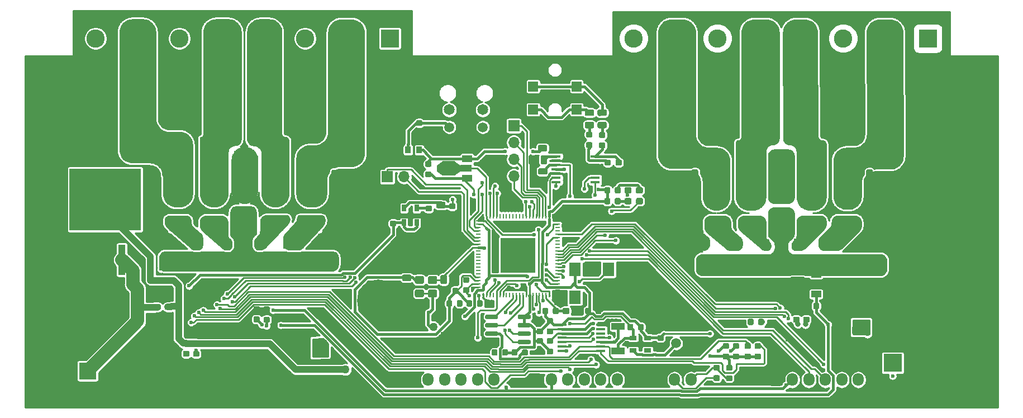
<source format=gbr>
G04 #@! TF.GenerationSoftware,KiCad,Pcbnew,5.1.5+dfsg1-2build2*
G04 #@! TF.CreationDate,2022-01-17T18:31:12+07:00*
G04 #@! TF.ProjectId,AMPP_V0,414d5050-5f56-4302-9e6b-696361645f70,rev?*
G04 #@! TF.SameCoordinates,Original*
G04 #@! TF.FileFunction,Copper,L1,Top*
G04 #@! TF.FilePolarity,Positive*
%FSLAX46Y46*%
G04 Gerber Fmt 4.6, Leading zero omitted, Abs format (unit mm)*
G04 Created by KiCad (PCBNEW 5.1.5+dfsg1-2build2) date 2022-01-17 18:31:12*
%MOMM*%
%LPD*%
G04 APERTURE LIST*
%ADD10R,2.100580X1.699260*%
%ADD11O,1.700000X1.950000*%
%ADD12C,0.100000*%
%ADD13R,0.900000X1.000000*%
%ADD14R,1.800000X2.000000*%
%ADD15C,6.400000*%
%ADD16R,1.450000X0.450000*%
%ADD17R,1.840000X2.200000*%
%ADD18R,1.500000X1.000000*%
%ADD19R,1.800000X1.000000*%
%ADD20R,1.998980X1.000760*%
%ADD21R,1.060000X0.650000*%
%ADD22C,1.500000*%
%ADD23R,10.800000X9.400000*%
%ADD24R,1.100000X4.600000*%
%ADD25R,5.300000X5.300000*%
%ADD26R,0.800000X0.250000*%
%ADD27R,0.250000X0.800000*%
%ADD28C,2.600000*%
%ADD29R,2.600000X2.600000*%
%ADD30R,0.650000X1.060000*%
%ADD31C,1.650000*%
%ADD32R,2.540000X1.270000*%
%ADD33C,2.775000*%
%ADD34R,2.775000X2.775000*%
%ADD35O,1.700000X1.700000*%
%ADD36R,1.700000X1.700000*%
%ADD37R,1.500000X1.500000*%
%ADD38C,0.600000*%
%ADD39C,0.800000*%
%ADD40C,1.270000*%
%ADD41C,0.400000*%
%ADD42C,0.254000*%
%ADD43C,1.000000*%
%ADD44C,2.000000*%
%ADD45C,0.250000*%
G04 APERTURE END LIST*
D10*
X129588260Y-39370000D03*
X133047740Y-39370000D03*
D11*
X126749200Y-56591200D03*
X124249200Y-56591200D03*
X121749200Y-56591200D03*
X119249200Y-56591200D03*
X116749200Y-56591200D03*
G04 #@! TA.AperFunction,ComponentPad*
D12*
G36*
X114873704Y-55617404D02*
G01*
X114897973Y-55621004D01*
X114921771Y-55626965D01*
X114944871Y-55635230D01*
X114967049Y-55645720D01*
X114988093Y-55658333D01*
X115007798Y-55672947D01*
X115025977Y-55689423D01*
X115042453Y-55707602D01*
X115057067Y-55727307D01*
X115069680Y-55748351D01*
X115080170Y-55770529D01*
X115088435Y-55793629D01*
X115094396Y-55817427D01*
X115097996Y-55841696D01*
X115099200Y-55866200D01*
X115099200Y-57316200D01*
X115097996Y-57340704D01*
X115094396Y-57364973D01*
X115088435Y-57388771D01*
X115080170Y-57411871D01*
X115069680Y-57434049D01*
X115057067Y-57455093D01*
X115042453Y-57474798D01*
X115025977Y-57492977D01*
X115007798Y-57509453D01*
X114988093Y-57524067D01*
X114967049Y-57536680D01*
X114944871Y-57547170D01*
X114921771Y-57555435D01*
X114897973Y-57561396D01*
X114873704Y-57564996D01*
X114849200Y-57566200D01*
X113649200Y-57566200D01*
X113624696Y-57564996D01*
X113600427Y-57561396D01*
X113576629Y-57555435D01*
X113553529Y-57547170D01*
X113531351Y-57536680D01*
X113510307Y-57524067D01*
X113490602Y-57509453D01*
X113472423Y-57492977D01*
X113455947Y-57474798D01*
X113441333Y-57455093D01*
X113428720Y-57434049D01*
X113418230Y-57411871D01*
X113409965Y-57388771D01*
X113404004Y-57364973D01*
X113400404Y-57340704D01*
X113399200Y-57316200D01*
X113399200Y-55866200D01*
X113400404Y-55841696D01*
X113404004Y-55817427D01*
X113409965Y-55793629D01*
X113418230Y-55770529D01*
X113428720Y-55748351D01*
X113441333Y-55727307D01*
X113455947Y-55707602D01*
X113472423Y-55689423D01*
X113490602Y-55672947D01*
X113510307Y-55658333D01*
X113531351Y-55645720D01*
X113553529Y-55635230D01*
X113576629Y-55626965D01*
X113600427Y-55621004D01*
X113624696Y-55617404D01*
X113649200Y-55616200D01*
X114849200Y-55616200D01*
X114873704Y-55617404D01*
G37*
G04 #@! TD.AperFunction*
G04 #@! TA.AperFunction,SMDPad,CuDef*
G36*
X86484542Y-15644974D02*
G01*
X86508203Y-15648484D01*
X86531407Y-15654296D01*
X86553929Y-15662354D01*
X86575553Y-15672582D01*
X86596070Y-15684879D01*
X86615283Y-15699129D01*
X86633007Y-15715193D01*
X86649071Y-15732917D01*
X86663321Y-15752130D01*
X86675618Y-15772647D01*
X86685846Y-15794271D01*
X86693904Y-15816793D01*
X86699716Y-15839997D01*
X86703226Y-15863658D01*
X86704400Y-15887550D01*
X86704400Y-16375050D01*
X86703226Y-16398942D01*
X86699716Y-16422603D01*
X86693904Y-16445807D01*
X86685846Y-16468329D01*
X86675618Y-16489953D01*
X86663321Y-16510470D01*
X86649071Y-16529683D01*
X86633007Y-16547407D01*
X86615283Y-16563471D01*
X86596070Y-16577721D01*
X86575553Y-16590018D01*
X86553929Y-16600246D01*
X86531407Y-16608304D01*
X86508203Y-16614116D01*
X86484542Y-16617626D01*
X86460650Y-16618800D01*
X85548150Y-16618800D01*
X85524258Y-16617626D01*
X85500597Y-16614116D01*
X85477393Y-16608304D01*
X85454871Y-16600246D01*
X85433247Y-16590018D01*
X85412730Y-16577721D01*
X85393517Y-16563471D01*
X85375793Y-16547407D01*
X85359729Y-16529683D01*
X85345479Y-16510470D01*
X85333182Y-16489953D01*
X85322954Y-16468329D01*
X85314896Y-16445807D01*
X85309084Y-16422603D01*
X85305574Y-16398942D01*
X85304400Y-16375050D01*
X85304400Y-15887550D01*
X85305574Y-15863658D01*
X85309084Y-15839997D01*
X85314896Y-15816793D01*
X85322954Y-15794271D01*
X85333182Y-15772647D01*
X85345479Y-15752130D01*
X85359729Y-15732917D01*
X85375793Y-15715193D01*
X85393517Y-15699129D01*
X85412730Y-15684879D01*
X85433247Y-15672582D01*
X85454871Y-15662354D01*
X85477393Y-15654296D01*
X85500597Y-15648484D01*
X85524258Y-15644974D01*
X85548150Y-15643800D01*
X86460650Y-15643800D01*
X86484542Y-15644974D01*
G37*
G04 #@! TD.AperFunction*
G04 #@! TA.AperFunction,SMDPad,CuDef*
G36*
X86484542Y-17519974D02*
G01*
X86508203Y-17523484D01*
X86531407Y-17529296D01*
X86553929Y-17537354D01*
X86575553Y-17547582D01*
X86596070Y-17559879D01*
X86615283Y-17574129D01*
X86633007Y-17590193D01*
X86649071Y-17607917D01*
X86663321Y-17627130D01*
X86675618Y-17647647D01*
X86685846Y-17669271D01*
X86693904Y-17691793D01*
X86699716Y-17714997D01*
X86703226Y-17738658D01*
X86704400Y-17762550D01*
X86704400Y-18250050D01*
X86703226Y-18273942D01*
X86699716Y-18297603D01*
X86693904Y-18320807D01*
X86685846Y-18343329D01*
X86675618Y-18364953D01*
X86663321Y-18385470D01*
X86649071Y-18404683D01*
X86633007Y-18422407D01*
X86615283Y-18438471D01*
X86596070Y-18452721D01*
X86575553Y-18465018D01*
X86553929Y-18475246D01*
X86531407Y-18483304D01*
X86508203Y-18489116D01*
X86484542Y-18492626D01*
X86460650Y-18493800D01*
X85548150Y-18493800D01*
X85524258Y-18492626D01*
X85500597Y-18489116D01*
X85477393Y-18483304D01*
X85454871Y-18475246D01*
X85433247Y-18465018D01*
X85412730Y-18452721D01*
X85393517Y-18438471D01*
X85375793Y-18422407D01*
X85359729Y-18404683D01*
X85345479Y-18385470D01*
X85333182Y-18364953D01*
X85322954Y-18343329D01*
X85314896Y-18320807D01*
X85309084Y-18297603D01*
X85305574Y-18273942D01*
X85304400Y-18250050D01*
X85304400Y-17762550D01*
X85305574Y-17738658D01*
X85309084Y-17714997D01*
X85314896Y-17691793D01*
X85322954Y-17669271D01*
X85333182Y-17647647D01*
X85345479Y-17627130D01*
X85359729Y-17607917D01*
X85375793Y-17590193D01*
X85393517Y-17574129D01*
X85412730Y-17559879D01*
X85433247Y-17547582D01*
X85454871Y-17537354D01*
X85477393Y-17529296D01*
X85500597Y-17523484D01*
X85524258Y-17519974D01*
X85548150Y-17518800D01*
X86460650Y-17518800D01*
X86484542Y-17519974D01*
G37*
G04 #@! TD.AperFunction*
G04 #@! TA.AperFunction,SMDPad,CuDef*
G36*
X63980142Y-31518374D02*
G01*
X64003803Y-31521884D01*
X64027007Y-31527696D01*
X64049529Y-31535754D01*
X64071153Y-31545982D01*
X64091670Y-31558279D01*
X64110883Y-31572529D01*
X64128607Y-31588593D01*
X64144671Y-31606317D01*
X64158921Y-31625530D01*
X64171218Y-31646047D01*
X64181446Y-31667671D01*
X64189504Y-31690193D01*
X64195316Y-31713397D01*
X64198826Y-31737058D01*
X64200000Y-31760950D01*
X64200000Y-32248450D01*
X64198826Y-32272342D01*
X64195316Y-32296003D01*
X64189504Y-32319207D01*
X64181446Y-32341729D01*
X64171218Y-32363353D01*
X64158921Y-32383870D01*
X64144671Y-32403083D01*
X64128607Y-32420807D01*
X64110883Y-32436871D01*
X64091670Y-32451121D01*
X64071153Y-32463418D01*
X64049529Y-32473646D01*
X64027007Y-32481704D01*
X64003803Y-32487516D01*
X63980142Y-32491026D01*
X63956250Y-32492200D01*
X63043750Y-32492200D01*
X63019858Y-32491026D01*
X62996197Y-32487516D01*
X62972993Y-32481704D01*
X62950471Y-32473646D01*
X62928847Y-32463418D01*
X62908330Y-32451121D01*
X62889117Y-32436871D01*
X62871393Y-32420807D01*
X62855329Y-32403083D01*
X62841079Y-32383870D01*
X62828782Y-32363353D01*
X62818554Y-32341729D01*
X62810496Y-32319207D01*
X62804684Y-32296003D01*
X62801174Y-32272342D01*
X62800000Y-32248450D01*
X62800000Y-31760950D01*
X62801174Y-31737058D01*
X62804684Y-31713397D01*
X62810496Y-31690193D01*
X62818554Y-31667671D01*
X62828782Y-31646047D01*
X62841079Y-31625530D01*
X62855329Y-31606317D01*
X62871393Y-31588593D01*
X62889117Y-31572529D01*
X62908330Y-31558279D01*
X62928847Y-31545982D01*
X62950471Y-31535754D01*
X62972993Y-31527696D01*
X62996197Y-31521884D01*
X63019858Y-31518374D01*
X63043750Y-31517200D01*
X63956250Y-31517200D01*
X63980142Y-31518374D01*
G37*
G04 #@! TD.AperFunction*
G04 #@! TA.AperFunction,SMDPad,CuDef*
G36*
X63980142Y-29643374D02*
G01*
X64003803Y-29646884D01*
X64027007Y-29652696D01*
X64049529Y-29660754D01*
X64071153Y-29670982D01*
X64091670Y-29683279D01*
X64110883Y-29697529D01*
X64128607Y-29713593D01*
X64144671Y-29731317D01*
X64158921Y-29750530D01*
X64171218Y-29771047D01*
X64181446Y-29792671D01*
X64189504Y-29815193D01*
X64195316Y-29838397D01*
X64198826Y-29862058D01*
X64200000Y-29885950D01*
X64200000Y-30373450D01*
X64198826Y-30397342D01*
X64195316Y-30421003D01*
X64189504Y-30444207D01*
X64181446Y-30466729D01*
X64171218Y-30488353D01*
X64158921Y-30508870D01*
X64144671Y-30528083D01*
X64128607Y-30545807D01*
X64110883Y-30561871D01*
X64091670Y-30576121D01*
X64071153Y-30588418D01*
X64049529Y-30598646D01*
X64027007Y-30606704D01*
X64003803Y-30612516D01*
X63980142Y-30616026D01*
X63956250Y-30617200D01*
X63043750Y-30617200D01*
X63019858Y-30616026D01*
X62996197Y-30612516D01*
X62972993Y-30606704D01*
X62950471Y-30598646D01*
X62928847Y-30588418D01*
X62908330Y-30576121D01*
X62889117Y-30561871D01*
X62871393Y-30545807D01*
X62855329Y-30528083D01*
X62841079Y-30508870D01*
X62828782Y-30488353D01*
X62818554Y-30466729D01*
X62810496Y-30444207D01*
X62804684Y-30421003D01*
X62801174Y-30397342D01*
X62800000Y-30373450D01*
X62800000Y-29885950D01*
X62801174Y-29862058D01*
X62804684Y-29838397D01*
X62810496Y-29815193D01*
X62818554Y-29792671D01*
X62828782Y-29771047D01*
X62841079Y-29750530D01*
X62855329Y-29731317D01*
X62871393Y-29713593D01*
X62889117Y-29697529D01*
X62908330Y-29683279D01*
X62928847Y-29670982D01*
X62950471Y-29660754D01*
X62972993Y-29652696D01*
X62996197Y-29646884D01*
X63019858Y-29643374D01*
X63043750Y-29642200D01*
X63956250Y-29642200D01*
X63980142Y-29643374D01*
G37*
G04 #@! TD.AperFunction*
G04 #@! TA.AperFunction,SMDPad,CuDef*
G36*
X88414942Y-17519974D02*
G01*
X88438603Y-17523484D01*
X88461807Y-17529296D01*
X88484329Y-17537354D01*
X88505953Y-17547582D01*
X88526470Y-17559879D01*
X88545683Y-17574129D01*
X88563407Y-17590193D01*
X88579471Y-17607917D01*
X88593721Y-17627130D01*
X88606018Y-17647647D01*
X88616246Y-17669271D01*
X88624304Y-17691793D01*
X88630116Y-17714997D01*
X88633626Y-17738658D01*
X88634800Y-17762550D01*
X88634800Y-18250050D01*
X88633626Y-18273942D01*
X88630116Y-18297603D01*
X88624304Y-18320807D01*
X88616246Y-18343329D01*
X88606018Y-18364953D01*
X88593721Y-18385470D01*
X88579471Y-18404683D01*
X88563407Y-18422407D01*
X88545683Y-18438471D01*
X88526470Y-18452721D01*
X88505953Y-18465018D01*
X88484329Y-18475246D01*
X88461807Y-18483304D01*
X88438603Y-18489116D01*
X88414942Y-18492626D01*
X88391050Y-18493800D01*
X87478550Y-18493800D01*
X87454658Y-18492626D01*
X87430997Y-18489116D01*
X87407793Y-18483304D01*
X87385271Y-18475246D01*
X87363647Y-18465018D01*
X87343130Y-18452721D01*
X87323917Y-18438471D01*
X87306193Y-18422407D01*
X87290129Y-18404683D01*
X87275879Y-18385470D01*
X87263582Y-18364953D01*
X87253354Y-18343329D01*
X87245296Y-18320807D01*
X87239484Y-18297603D01*
X87235974Y-18273942D01*
X87234800Y-18250050D01*
X87234800Y-17762550D01*
X87235974Y-17738658D01*
X87239484Y-17714997D01*
X87245296Y-17691793D01*
X87253354Y-17669271D01*
X87263582Y-17647647D01*
X87275879Y-17627130D01*
X87290129Y-17607917D01*
X87306193Y-17590193D01*
X87323917Y-17574129D01*
X87343130Y-17559879D01*
X87363647Y-17547582D01*
X87385271Y-17537354D01*
X87407793Y-17529296D01*
X87430997Y-17523484D01*
X87454658Y-17519974D01*
X87478550Y-17518800D01*
X88391050Y-17518800D01*
X88414942Y-17519974D01*
G37*
G04 #@! TD.AperFunction*
G04 #@! TA.AperFunction,SMDPad,CuDef*
G36*
X88414942Y-15644974D02*
G01*
X88438603Y-15648484D01*
X88461807Y-15654296D01*
X88484329Y-15662354D01*
X88505953Y-15672582D01*
X88526470Y-15684879D01*
X88545683Y-15699129D01*
X88563407Y-15715193D01*
X88579471Y-15732917D01*
X88593721Y-15752130D01*
X88606018Y-15772647D01*
X88616246Y-15794271D01*
X88624304Y-15816793D01*
X88630116Y-15839997D01*
X88633626Y-15863658D01*
X88634800Y-15887550D01*
X88634800Y-16375050D01*
X88633626Y-16398942D01*
X88630116Y-16422603D01*
X88624304Y-16445807D01*
X88616246Y-16468329D01*
X88606018Y-16489953D01*
X88593721Y-16510470D01*
X88579471Y-16529683D01*
X88563407Y-16547407D01*
X88545683Y-16563471D01*
X88526470Y-16577721D01*
X88505953Y-16590018D01*
X88484329Y-16600246D01*
X88461807Y-16608304D01*
X88438603Y-16614116D01*
X88414942Y-16617626D01*
X88391050Y-16618800D01*
X87478550Y-16618800D01*
X87454658Y-16617626D01*
X87430997Y-16614116D01*
X87407793Y-16608304D01*
X87385271Y-16600246D01*
X87363647Y-16590018D01*
X87343130Y-16577721D01*
X87323917Y-16563471D01*
X87306193Y-16547407D01*
X87290129Y-16529683D01*
X87275879Y-16510470D01*
X87263582Y-16489953D01*
X87253354Y-16468329D01*
X87245296Y-16445807D01*
X87239484Y-16422603D01*
X87235974Y-16398942D01*
X87234800Y-16375050D01*
X87234800Y-15887550D01*
X87235974Y-15863658D01*
X87239484Y-15839997D01*
X87245296Y-15816793D01*
X87253354Y-15794271D01*
X87263582Y-15772647D01*
X87275879Y-15752130D01*
X87290129Y-15732917D01*
X87306193Y-15715193D01*
X87323917Y-15699129D01*
X87343130Y-15684879D01*
X87363647Y-15672582D01*
X87385271Y-15662354D01*
X87407793Y-15654296D01*
X87430997Y-15648484D01*
X87454658Y-15644974D01*
X87478550Y-15643800D01*
X88391050Y-15643800D01*
X88414942Y-15644974D01*
G37*
G04 #@! TD.AperFunction*
G04 #@! TA.AperFunction,SMDPad,CuDef*
G36*
X79423342Y-26409974D02*
G01*
X79447003Y-26413484D01*
X79470207Y-26419296D01*
X79492729Y-26427354D01*
X79514353Y-26437582D01*
X79534870Y-26449879D01*
X79554083Y-26464129D01*
X79571807Y-26480193D01*
X79587871Y-26497917D01*
X79602121Y-26517130D01*
X79614418Y-26537647D01*
X79624646Y-26559271D01*
X79632704Y-26581793D01*
X79638516Y-26604997D01*
X79642026Y-26628658D01*
X79643200Y-26652550D01*
X79643200Y-27140050D01*
X79642026Y-27163942D01*
X79638516Y-27187603D01*
X79632704Y-27210807D01*
X79624646Y-27233329D01*
X79614418Y-27254953D01*
X79602121Y-27275470D01*
X79587871Y-27294683D01*
X79571807Y-27312407D01*
X79554083Y-27328471D01*
X79534870Y-27342721D01*
X79514353Y-27355018D01*
X79492729Y-27365246D01*
X79470207Y-27373304D01*
X79447003Y-27379116D01*
X79423342Y-27382626D01*
X79399450Y-27383800D01*
X78486950Y-27383800D01*
X78463058Y-27382626D01*
X78439397Y-27379116D01*
X78416193Y-27373304D01*
X78393671Y-27365246D01*
X78372047Y-27355018D01*
X78351530Y-27342721D01*
X78332317Y-27328471D01*
X78314593Y-27312407D01*
X78298529Y-27294683D01*
X78284279Y-27275470D01*
X78271982Y-27254953D01*
X78261754Y-27233329D01*
X78253696Y-27210807D01*
X78247884Y-27187603D01*
X78244374Y-27163942D01*
X78243200Y-27140050D01*
X78243200Y-26652550D01*
X78244374Y-26628658D01*
X78247884Y-26604997D01*
X78253696Y-26581793D01*
X78261754Y-26559271D01*
X78271982Y-26537647D01*
X78284279Y-26517130D01*
X78298529Y-26497917D01*
X78314593Y-26480193D01*
X78332317Y-26464129D01*
X78351530Y-26449879D01*
X78372047Y-26437582D01*
X78393671Y-26427354D01*
X78416193Y-26419296D01*
X78439397Y-26413484D01*
X78463058Y-26409974D01*
X78486950Y-26408800D01*
X79399450Y-26408800D01*
X79423342Y-26409974D01*
G37*
G04 #@! TD.AperFunction*
G04 #@! TA.AperFunction,SMDPad,CuDef*
G36*
X79423342Y-24534974D02*
G01*
X79447003Y-24538484D01*
X79470207Y-24544296D01*
X79492729Y-24552354D01*
X79514353Y-24562582D01*
X79534870Y-24574879D01*
X79554083Y-24589129D01*
X79571807Y-24605193D01*
X79587871Y-24622917D01*
X79602121Y-24642130D01*
X79614418Y-24662647D01*
X79624646Y-24684271D01*
X79632704Y-24706793D01*
X79638516Y-24729997D01*
X79642026Y-24753658D01*
X79643200Y-24777550D01*
X79643200Y-25265050D01*
X79642026Y-25288942D01*
X79638516Y-25312603D01*
X79632704Y-25335807D01*
X79624646Y-25358329D01*
X79614418Y-25379953D01*
X79602121Y-25400470D01*
X79587871Y-25419683D01*
X79571807Y-25437407D01*
X79554083Y-25453471D01*
X79534870Y-25467721D01*
X79514353Y-25480018D01*
X79492729Y-25490246D01*
X79470207Y-25498304D01*
X79447003Y-25504116D01*
X79423342Y-25507626D01*
X79399450Y-25508800D01*
X78486950Y-25508800D01*
X78463058Y-25507626D01*
X78439397Y-25504116D01*
X78416193Y-25498304D01*
X78393671Y-25490246D01*
X78372047Y-25480018D01*
X78351530Y-25467721D01*
X78332317Y-25453471D01*
X78314593Y-25437407D01*
X78298529Y-25419683D01*
X78284279Y-25400470D01*
X78271982Y-25379953D01*
X78261754Y-25358329D01*
X78253696Y-25335807D01*
X78247884Y-25312603D01*
X78244374Y-25288942D01*
X78243200Y-25265050D01*
X78243200Y-24777550D01*
X78244374Y-24753658D01*
X78247884Y-24729997D01*
X78253696Y-24706793D01*
X78261754Y-24684271D01*
X78271982Y-24662647D01*
X78284279Y-24642130D01*
X78298529Y-24622917D01*
X78314593Y-24605193D01*
X78332317Y-24589129D01*
X78351530Y-24574879D01*
X78372047Y-24562582D01*
X78393671Y-24552354D01*
X78416193Y-24544296D01*
X78439397Y-24538484D01*
X78463058Y-24534974D01*
X78486950Y-24533800D01*
X79399450Y-24533800D01*
X79423342Y-24534974D01*
G37*
G04 #@! TD.AperFunction*
G04 #@! TA.AperFunction,SMDPad,CuDef*
G36*
X77511342Y-22567574D02*
G01*
X77535003Y-22571084D01*
X77558207Y-22576896D01*
X77580729Y-22584954D01*
X77602353Y-22595182D01*
X77622870Y-22607479D01*
X77642083Y-22621729D01*
X77659807Y-22637793D01*
X77675871Y-22655517D01*
X77690121Y-22674730D01*
X77702418Y-22695247D01*
X77712646Y-22716871D01*
X77720704Y-22739393D01*
X77726516Y-22762597D01*
X77730026Y-22786258D01*
X77731200Y-22810150D01*
X77731200Y-23722650D01*
X77730026Y-23746542D01*
X77726516Y-23770203D01*
X77720704Y-23793407D01*
X77712646Y-23815929D01*
X77702418Y-23837553D01*
X77690121Y-23858070D01*
X77675871Y-23877283D01*
X77659807Y-23895007D01*
X77642083Y-23911071D01*
X77622870Y-23925321D01*
X77602353Y-23937618D01*
X77580729Y-23947846D01*
X77558207Y-23955904D01*
X77535003Y-23961716D01*
X77511342Y-23965226D01*
X77487450Y-23966400D01*
X76999950Y-23966400D01*
X76976058Y-23965226D01*
X76952397Y-23961716D01*
X76929193Y-23955904D01*
X76906671Y-23947846D01*
X76885047Y-23937618D01*
X76864530Y-23925321D01*
X76845317Y-23911071D01*
X76827593Y-23895007D01*
X76811529Y-23877283D01*
X76797279Y-23858070D01*
X76784982Y-23837553D01*
X76774754Y-23815929D01*
X76766696Y-23793407D01*
X76760884Y-23770203D01*
X76757374Y-23746542D01*
X76756200Y-23722650D01*
X76756200Y-22810150D01*
X76757374Y-22786258D01*
X76760884Y-22762597D01*
X76766696Y-22739393D01*
X76774754Y-22716871D01*
X76784982Y-22695247D01*
X76797279Y-22674730D01*
X76811529Y-22655517D01*
X76827593Y-22637793D01*
X76845317Y-22621729D01*
X76864530Y-22607479D01*
X76885047Y-22595182D01*
X76906671Y-22584954D01*
X76929193Y-22576896D01*
X76952397Y-22571084D01*
X76976058Y-22567574D01*
X76999950Y-22566400D01*
X77487450Y-22566400D01*
X77511342Y-22567574D01*
G37*
G04 #@! TD.AperFunction*
G04 #@! TA.AperFunction,SMDPad,CuDef*
G36*
X79386342Y-22567574D02*
G01*
X79410003Y-22571084D01*
X79433207Y-22576896D01*
X79455729Y-22584954D01*
X79477353Y-22595182D01*
X79497870Y-22607479D01*
X79517083Y-22621729D01*
X79534807Y-22637793D01*
X79550871Y-22655517D01*
X79565121Y-22674730D01*
X79577418Y-22695247D01*
X79587646Y-22716871D01*
X79595704Y-22739393D01*
X79601516Y-22762597D01*
X79605026Y-22786258D01*
X79606200Y-22810150D01*
X79606200Y-23722650D01*
X79605026Y-23746542D01*
X79601516Y-23770203D01*
X79595704Y-23793407D01*
X79587646Y-23815929D01*
X79577418Y-23837553D01*
X79565121Y-23858070D01*
X79550871Y-23877283D01*
X79534807Y-23895007D01*
X79517083Y-23911071D01*
X79497870Y-23925321D01*
X79477353Y-23937618D01*
X79455729Y-23947846D01*
X79433207Y-23955904D01*
X79410003Y-23961716D01*
X79386342Y-23965226D01*
X79362450Y-23966400D01*
X78874950Y-23966400D01*
X78851058Y-23965226D01*
X78827397Y-23961716D01*
X78804193Y-23955904D01*
X78781671Y-23947846D01*
X78760047Y-23937618D01*
X78739530Y-23925321D01*
X78720317Y-23911071D01*
X78702593Y-23895007D01*
X78686529Y-23877283D01*
X78672279Y-23858070D01*
X78659982Y-23837553D01*
X78649754Y-23815929D01*
X78641696Y-23793407D01*
X78635884Y-23770203D01*
X78632374Y-23746542D01*
X78631200Y-23722650D01*
X78631200Y-22810150D01*
X78632374Y-22786258D01*
X78635884Y-22762597D01*
X78641696Y-22739393D01*
X78649754Y-22716871D01*
X78659982Y-22695247D01*
X78672279Y-22674730D01*
X78686529Y-22655517D01*
X78702593Y-22637793D01*
X78720317Y-22621729D01*
X78739530Y-22607479D01*
X78760047Y-22595182D01*
X78781671Y-22584954D01*
X78804193Y-22576896D01*
X78827397Y-22571084D01*
X78851058Y-22567574D01*
X78874950Y-22566400D01*
X79362450Y-22566400D01*
X79386342Y-22567574D01*
G37*
G04 #@! TD.AperFunction*
G04 #@! TA.AperFunction,SMDPad,CuDef*
G36*
X66076742Y-40703174D02*
G01*
X66100403Y-40706684D01*
X66123607Y-40712496D01*
X66146129Y-40720554D01*
X66167753Y-40730782D01*
X66188270Y-40743079D01*
X66207483Y-40757329D01*
X66225207Y-40773393D01*
X66241271Y-40791117D01*
X66255521Y-40810330D01*
X66267818Y-40830847D01*
X66278046Y-40852471D01*
X66286104Y-40874993D01*
X66291916Y-40898197D01*
X66295426Y-40921858D01*
X66296600Y-40945750D01*
X66296600Y-41858250D01*
X66295426Y-41882142D01*
X66291916Y-41905803D01*
X66286104Y-41929007D01*
X66278046Y-41951529D01*
X66267818Y-41973153D01*
X66255521Y-41993670D01*
X66241271Y-42012883D01*
X66225207Y-42030607D01*
X66207483Y-42046671D01*
X66188270Y-42060921D01*
X66167753Y-42073218D01*
X66146129Y-42083446D01*
X66123607Y-42091504D01*
X66100403Y-42097316D01*
X66076742Y-42100826D01*
X66052850Y-42102000D01*
X65565350Y-42102000D01*
X65541458Y-42100826D01*
X65517797Y-42097316D01*
X65494593Y-42091504D01*
X65472071Y-42083446D01*
X65450447Y-42073218D01*
X65429930Y-42060921D01*
X65410717Y-42046671D01*
X65392993Y-42030607D01*
X65376929Y-42012883D01*
X65362679Y-41993670D01*
X65350382Y-41973153D01*
X65340154Y-41951529D01*
X65332096Y-41929007D01*
X65326284Y-41905803D01*
X65322774Y-41882142D01*
X65321600Y-41858250D01*
X65321600Y-40945750D01*
X65322774Y-40921858D01*
X65326284Y-40898197D01*
X65332096Y-40874993D01*
X65340154Y-40852471D01*
X65350382Y-40830847D01*
X65362679Y-40810330D01*
X65376929Y-40791117D01*
X65392993Y-40773393D01*
X65410717Y-40757329D01*
X65429930Y-40743079D01*
X65450447Y-40730782D01*
X65472071Y-40720554D01*
X65494593Y-40712496D01*
X65517797Y-40706684D01*
X65541458Y-40703174D01*
X65565350Y-40702000D01*
X66052850Y-40702000D01*
X66076742Y-40703174D01*
G37*
G04 #@! TD.AperFunction*
G04 #@! TA.AperFunction,SMDPad,CuDef*
G36*
X64201742Y-40703174D02*
G01*
X64225403Y-40706684D01*
X64248607Y-40712496D01*
X64271129Y-40720554D01*
X64292753Y-40730782D01*
X64313270Y-40743079D01*
X64332483Y-40757329D01*
X64350207Y-40773393D01*
X64366271Y-40791117D01*
X64380521Y-40810330D01*
X64392818Y-40830847D01*
X64403046Y-40852471D01*
X64411104Y-40874993D01*
X64416916Y-40898197D01*
X64420426Y-40921858D01*
X64421600Y-40945750D01*
X64421600Y-41858250D01*
X64420426Y-41882142D01*
X64416916Y-41905803D01*
X64411104Y-41929007D01*
X64403046Y-41951529D01*
X64392818Y-41973153D01*
X64380521Y-41993670D01*
X64366271Y-42012883D01*
X64350207Y-42030607D01*
X64332483Y-42046671D01*
X64313270Y-42060921D01*
X64292753Y-42073218D01*
X64271129Y-42083446D01*
X64248607Y-42091504D01*
X64225403Y-42097316D01*
X64201742Y-42100826D01*
X64177850Y-42102000D01*
X63690350Y-42102000D01*
X63666458Y-42100826D01*
X63642797Y-42097316D01*
X63619593Y-42091504D01*
X63597071Y-42083446D01*
X63575447Y-42073218D01*
X63554930Y-42060921D01*
X63535717Y-42046671D01*
X63517993Y-42030607D01*
X63501929Y-42012883D01*
X63487679Y-41993670D01*
X63475382Y-41973153D01*
X63465154Y-41951529D01*
X63457096Y-41929007D01*
X63451284Y-41905803D01*
X63447774Y-41882142D01*
X63446600Y-41858250D01*
X63446600Y-40945750D01*
X63447774Y-40921858D01*
X63451284Y-40898197D01*
X63457096Y-40874993D01*
X63465154Y-40852471D01*
X63475382Y-40830847D01*
X63487679Y-40810330D01*
X63501929Y-40791117D01*
X63517993Y-40773393D01*
X63535717Y-40757329D01*
X63554930Y-40743079D01*
X63575447Y-40730782D01*
X63597071Y-40720554D01*
X63619593Y-40712496D01*
X63642797Y-40706684D01*
X63666458Y-40703174D01*
X63690350Y-40702000D01*
X64177850Y-40702000D01*
X64201742Y-40703174D01*
G37*
G04 #@! TD.AperFunction*
G04 #@! TA.AperFunction,SMDPad,CuDef*
G36*
X64349691Y-42655253D02*
G01*
X64370926Y-42658403D01*
X64391750Y-42663619D01*
X64411962Y-42670851D01*
X64431368Y-42680030D01*
X64449781Y-42691066D01*
X64467024Y-42703854D01*
X64482930Y-42718270D01*
X64497346Y-42734176D01*
X64510134Y-42751419D01*
X64521170Y-42769832D01*
X64530349Y-42789238D01*
X64537581Y-42809450D01*
X64542797Y-42830274D01*
X64545947Y-42851509D01*
X64547000Y-42872950D01*
X64547000Y-43385450D01*
X64545947Y-43406891D01*
X64542797Y-43428126D01*
X64537581Y-43448950D01*
X64530349Y-43469162D01*
X64521170Y-43488568D01*
X64510134Y-43506981D01*
X64497346Y-43524224D01*
X64482930Y-43540130D01*
X64467024Y-43554546D01*
X64449781Y-43567334D01*
X64431368Y-43578370D01*
X64411962Y-43587549D01*
X64391750Y-43594781D01*
X64370926Y-43599997D01*
X64349691Y-43603147D01*
X64328250Y-43604200D01*
X63890750Y-43604200D01*
X63869309Y-43603147D01*
X63848074Y-43599997D01*
X63827250Y-43594781D01*
X63807038Y-43587549D01*
X63787632Y-43578370D01*
X63769219Y-43567334D01*
X63751976Y-43554546D01*
X63736070Y-43540130D01*
X63721654Y-43524224D01*
X63708866Y-43506981D01*
X63697830Y-43488568D01*
X63688651Y-43469162D01*
X63681419Y-43448950D01*
X63676203Y-43428126D01*
X63673053Y-43406891D01*
X63672000Y-43385450D01*
X63672000Y-42872950D01*
X63673053Y-42851509D01*
X63676203Y-42830274D01*
X63681419Y-42809450D01*
X63688651Y-42789238D01*
X63697830Y-42769832D01*
X63708866Y-42751419D01*
X63721654Y-42734176D01*
X63736070Y-42718270D01*
X63751976Y-42703854D01*
X63769219Y-42691066D01*
X63787632Y-42680030D01*
X63807038Y-42670851D01*
X63827250Y-42663619D01*
X63848074Y-42658403D01*
X63869309Y-42655253D01*
X63890750Y-42654200D01*
X64328250Y-42654200D01*
X64349691Y-42655253D01*
G37*
G04 #@! TD.AperFunction*
G04 #@! TA.AperFunction,SMDPad,CuDef*
G36*
X65924691Y-42655253D02*
G01*
X65945926Y-42658403D01*
X65966750Y-42663619D01*
X65986962Y-42670851D01*
X66006368Y-42680030D01*
X66024781Y-42691066D01*
X66042024Y-42703854D01*
X66057930Y-42718270D01*
X66072346Y-42734176D01*
X66085134Y-42751419D01*
X66096170Y-42769832D01*
X66105349Y-42789238D01*
X66112581Y-42809450D01*
X66117797Y-42830274D01*
X66120947Y-42851509D01*
X66122000Y-42872950D01*
X66122000Y-43385450D01*
X66120947Y-43406891D01*
X66117797Y-43428126D01*
X66112581Y-43448950D01*
X66105349Y-43469162D01*
X66096170Y-43488568D01*
X66085134Y-43506981D01*
X66072346Y-43524224D01*
X66057930Y-43540130D01*
X66042024Y-43554546D01*
X66024781Y-43567334D01*
X66006368Y-43578370D01*
X65986962Y-43587549D01*
X65966750Y-43594781D01*
X65945926Y-43599997D01*
X65924691Y-43603147D01*
X65903250Y-43604200D01*
X65465750Y-43604200D01*
X65444309Y-43603147D01*
X65423074Y-43599997D01*
X65402250Y-43594781D01*
X65382038Y-43587549D01*
X65362632Y-43578370D01*
X65344219Y-43567334D01*
X65326976Y-43554546D01*
X65311070Y-43540130D01*
X65296654Y-43524224D01*
X65283866Y-43506981D01*
X65272830Y-43488568D01*
X65263651Y-43469162D01*
X65256419Y-43448950D01*
X65251203Y-43428126D01*
X65248053Y-43406891D01*
X65247000Y-43385450D01*
X65247000Y-42872950D01*
X65248053Y-42851509D01*
X65251203Y-42830274D01*
X65256419Y-42809450D01*
X65263651Y-42789238D01*
X65272830Y-42769832D01*
X65283866Y-42751419D01*
X65296654Y-42734176D01*
X65311070Y-42718270D01*
X65326976Y-42703854D01*
X65344219Y-42691066D01*
X65362632Y-42680030D01*
X65382038Y-42670851D01*
X65402250Y-42663619D01*
X65423074Y-42658403D01*
X65444309Y-42655253D01*
X65465750Y-42654200D01*
X65903250Y-42654200D01*
X65924691Y-42655253D01*
G37*
G04 #@! TD.AperFunction*
G04 #@! TA.AperFunction,SMDPad,CuDef*
G36*
X97051691Y-49827753D02*
G01*
X97072926Y-49830903D01*
X97093750Y-49836119D01*
X97113962Y-49843351D01*
X97133368Y-49852530D01*
X97151781Y-49863566D01*
X97169024Y-49876354D01*
X97184930Y-49890770D01*
X97199346Y-49906676D01*
X97212134Y-49923919D01*
X97223170Y-49942332D01*
X97232349Y-49961738D01*
X97239581Y-49981950D01*
X97244797Y-50002774D01*
X97247947Y-50024009D01*
X97249000Y-50045450D01*
X97249000Y-50482950D01*
X97247947Y-50504391D01*
X97244797Y-50525626D01*
X97239581Y-50546450D01*
X97232349Y-50566662D01*
X97223170Y-50586068D01*
X97212134Y-50604481D01*
X97199346Y-50621724D01*
X97184930Y-50637630D01*
X97169024Y-50652046D01*
X97151781Y-50664834D01*
X97133368Y-50675870D01*
X97113962Y-50685049D01*
X97093750Y-50692281D01*
X97072926Y-50697497D01*
X97051691Y-50700647D01*
X97030250Y-50701700D01*
X96517750Y-50701700D01*
X96496309Y-50700647D01*
X96475074Y-50697497D01*
X96454250Y-50692281D01*
X96434038Y-50685049D01*
X96414632Y-50675870D01*
X96396219Y-50664834D01*
X96378976Y-50652046D01*
X96363070Y-50637630D01*
X96348654Y-50621724D01*
X96335866Y-50604481D01*
X96324830Y-50586068D01*
X96315651Y-50566662D01*
X96308419Y-50546450D01*
X96303203Y-50525626D01*
X96300053Y-50504391D01*
X96299000Y-50482950D01*
X96299000Y-50045450D01*
X96300053Y-50024009D01*
X96303203Y-50002774D01*
X96308419Y-49981950D01*
X96315651Y-49961738D01*
X96324830Y-49942332D01*
X96335866Y-49923919D01*
X96348654Y-49906676D01*
X96363070Y-49890770D01*
X96378976Y-49876354D01*
X96396219Y-49863566D01*
X96414632Y-49852530D01*
X96434038Y-49843351D01*
X96454250Y-49836119D01*
X96475074Y-49830903D01*
X96496309Y-49827753D01*
X96517750Y-49826700D01*
X97030250Y-49826700D01*
X97051691Y-49827753D01*
G37*
G04 #@! TD.AperFunction*
G04 #@! TA.AperFunction,SMDPad,CuDef*
G36*
X97051691Y-51402753D02*
G01*
X97072926Y-51405903D01*
X97093750Y-51411119D01*
X97113962Y-51418351D01*
X97133368Y-51427530D01*
X97151781Y-51438566D01*
X97169024Y-51451354D01*
X97184930Y-51465770D01*
X97199346Y-51481676D01*
X97212134Y-51498919D01*
X97223170Y-51517332D01*
X97232349Y-51536738D01*
X97239581Y-51556950D01*
X97244797Y-51577774D01*
X97247947Y-51599009D01*
X97249000Y-51620450D01*
X97249000Y-52057950D01*
X97247947Y-52079391D01*
X97244797Y-52100626D01*
X97239581Y-52121450D01*
X97232349Y-52141662D01*
X97223170Y-52161068D01*
X97212134Y-52179481D01*
X97199346Y-52196724D01*
X97184930Y-52212630D01*
X97169024Y-52227046D01*
X97151781Y-52239834D01*
X97133368Y-52250870D01*
X97113962Y-52260049D01*
X97093750Y-52267281D01*
X97072926Y-52272497D01*
X97051691Y-52275647D01*
X97030250Y-52276700D01*
X96517750Y-52276700D01*
X96496309Y-52275647D01*
X96475074Y-52272497D01*
X96454250Y-52267281D01*
X96434038Y-52260049D01*
X96414632Y-52250870D01*
X96396219Y-52239834D01*
X96378976Y-52227046D01*
X96363070Y-52212630D01*
X96348654Y-52196724D01*
X96335866Y-52179481D01*
X96324830Y-52161068D01*
X96315651Y-52141662D01*
X96308419Y-52121450D01*
X96303203Y-52100626D01*
X96300053Y-52079391D01*
X96299000Y-52057950D01*
X96299000Y-51620450D01*
X96300053Y-51599009D01*
X96303203Y-51577774D01*
X96308419Y-51556950D01*
X96315651Y-51536738D01*
X96324830Y-51517332D01*
X96335866Y-51498919D01*
X96348654Y-51481676D01*
X96363070Y-51465770D01*
X96378976Y-51451354D01*
X96396219Y-51438566D01*
X96414632Y-51427530D01*
X96434038Y-51418351D01*
X96454250Y-51411119D01*
X96475074Y-51405903D01*
X96496309Y-51402753D01*
X96517750Y-51401700D01*
X97030250Y-51401700D01*
X97051691Y-51402753D01*
G37*
G04 #@! TD.AperFunction*
D13*
X58522500Y-21793200D03*
X60222500Y-21793200D03*
D14*
X83820000Y-39886200D03*
X88900000Y-39886200D03*
X88900000Y-44086200D03*
X83820000Y-44086200D03*
G04 #@! TA.AperFunction,SMDPad,CuDef*
D12*
G36*
X60475691Y-17267253D02*
G01*
X60496926Y-17270403D01*
X60517750Y-17275619D01*
X60537962Y-17282851D01*
X60557368Y-17292030D01*
X60575781Y-17303066D01*
X60593024Y-17315854D01*
X60608930Y-17330270D01*
X60623346Y-17346176D01*
X60636134Y-17363419D01*
X60647170Y-17381832D01*
X60656349Y-17401238D01*
X60663581Y-17421450D01*
X60668797Y-17442274D01*
X60671947Y-17463509D01*
X60673000Y-17484950D01*
X60673000Y-17922450D01*
X60671947Y-17943891D01*
X60668797Y-17965126D01*
X60663581Y-17985950D01*
X60656349Y-18006162D01*
X60647170Y-18025568D01*
X60636134Y-18043981D01*
X60623346Y-18061224D01*
X60608930Y-18077130D01*
X60593024Y-18091546D01*
X60575781Y-18104334D01*
X60557368Y-18115370D01*
X60537962Y-18124549D01*
X60517750Y-18131781D01*
X60496926Y-18136997D01*
X60475691Y-18140147D01*
X60454250Y-18141200D01*
X59941750Y-18141200D01*
X59920309Y-18140147D01*
X59899074Y-18136997D01*
X59878250Y-18131781D01*
X59858038Y-18124549D01*
X59838632Y-18115370D01*
X59820219Y-18104334D01*
X59802976Y-18091546D01*
X59787070Y-18077130D01*
X59772654Y-18061224D01*
X59759866Y-18043981D01*
X59748830Y-18025568D01*
X59739651Y-18006162D01*
X59732419Y-17985950D01*
X59727203Y-17965126D01*
X59724053Y-17943891D01*
X59723000Y-17922450D01*
X59723000Y-17484950D01*
X59724053Y-17463509D01*
X59727203Y-17442274D01*
X59732419Y-17421450D01*
X59739651Y-17401238D01*
X59748830Y-17381832D01*
X59759866Y-17363419D01*
X59772654Y-17346176D01*
X59787070Y-17330270D01*
X59802976Y-17315854D01*
X59820219Y-17303066D01*
X59838632Y-17292030D01*
X59858038Y-17282851D01*
X59878250Y-17275619D01*
X59899074Y-17270403D01*
X59920309Y-17267253D01*
X59941750Y-17266200D01*
X60454250Y-17266200D01*
X60475691Y-17267253D01*
G37*
G04 #@! TD.AperFunction*
G04 #@! TA.AperFunction,SMDPad,CuDef*
G36*
X60475691Y-18842253D02*
G01*
X60496926Y-18845403D01*
X60517750Y-18850619D01*
X60537962Y-18857851D01*
X60557368Y-18867030D01*
X60575781Y-18878066D01*
X60593024Y-18890854D01*
X60608930Y-18905270D01*
X60623346Y-18921176D01*
X60636134Y-18938419D01*
X60647170Y-18956832D01*
X60656349Y-18976238D01*
X60663581Y-18996450D01*
X60668797Y-19017274D01*
X60671947Y-19038509D01*
X60673000Y-19059950D01*
X60673000Y-19497450D01*
X60671947Y-19518891D01*
X60668797Y-19540126D01*
X60663581Y-19560950D01*
X60656349Y-19581162D01*
X60647170Y-19600568D01*
X60636134Y-19618981D01*
X60623346Y-19636224D01*
X60608930Y-19652130D01*
X60593024Y-19666546D01*
X60575781Y-19679334D01*
X60557368Y-19690370D01*
X60537962Y-19699549D01*
X60517750Y-19706781D01*
X60496926Y-19711997D01*
X60475691Y-19715147D01*
X60454250Y-19716200D01*
X59941750Y-19716200D01*
X59920309Y-19715147D01*
X59899074Y-19711997D01*
X59878250Y-19706781D01*
X59858038Y-19699549D01*
X59838632Y-19690370D01*
X59820219Y-19679334D01*
X59802976Y-19666546D01*
X59787070Y-19652130D01*
X59772654Y-19636224D01*
X59759866Y-19618981D01*
X59748830Y-19600568D01*
X59739651Y-19581162D01*
X59732419Y-19560950D01*
X59727203Y-19540126D01*
X59724053Y-19518891D01*
X59723000Y-19497450D01*
X59723000Y-19059950D01*
X59724053Y-19038509D01*
X59727203Y-19017274D01*
X59732419Y-18996450D01*
X59739651Y-18976238D01*
X59748830Y-18956832D01*
X59759866Y-18938419D01*
X59772654Y-18921176D01*
X59787070Y-18905270D01*
X59802976Y-18890854D01*
X59820219Y-18878066D01*
X59838632Y-18867030D01*
X59858038Y-18857851D01*
X59878250Y-18850619D01*
X59899074Y-18845403D01*
X59920309Y-18842253D01*
X59941750Y-18841200D01*
X60454250Y-18841200D01*
X60475691Y-18842253D01*
G37*
G04 #@! TD.AperFunction*
D15*
X3810000Y-10871200D03*
X144653000Y-10934700D03*
X13017500Y-44653200D03*
D16*
X81822500Y-48291200D03*
X81822500Y-48941200D03*
X81822500Y-49591200D03*
X81822500Y-50241200D03*
X81822500Y-50891200D03*
X81822500Y-51541200D03*
X81822500Y-52191200D03*
X87722500Y-52191200D03*
X87722500Y-51541200D03*
X87722500Y-50891200D03*
X87722500Y-50241200D03*
X87722500Y-49591200D03*
X87722500Y-48941200D03*
X87722500Y-48291200D03*
G04 #@! TA.AperFunction,SMDPad,CuDef*
D12*
G36*
X65572200Y-23488200D02*
G01*
X66572200Y-24188200D01*
X66572200Y-24988200D01*
X65572200Y-25688200D01*
X65572200Y-23488200D01*
G37*
G04 #@! TD.AperFunction*
D17*
X64662500Y-24588200D03*
D18*
X67476000Y-23088200D03*
D19*
X67329500Y-24588200D03*
D18*
X67476000Y-26088200D03*
G04 #@! TA.AperFunction,SMDPad,CuDef*
D12*
G36*
X63754000Y-25688200D02*
G01*
X62904000Y-25088200D01*
X62904000Y-24088200D01*
X63754000Y-23488200D01*
X63754000Y-25688200D01*
G37*
G04 #@! TD.AperFunction*
D15*
X53975000Y-44589700D03*
X94678500Y-44653200D03*
X135636000Y-44653200D03*
D11*
X90224000Y-56591200D03*
X87724000Y-56591200D03*
X85224000Y-56591200D03*
X82724000Y-56591200D03*
X80224000Y-56591200D03*
G04 #@! TA.AperFunction,ComponentPad*
D12*
G36*
X78348504Y-55617404D02*
G01*
X78372773Y-55621004D01*
X78396571Y-55626965D01*
X78419671Y-55635230D01*
X78441849Y-55645720D01*
X78462893Y-55658333D01*
X78482598Y-55672947D01*
X78500777Y-55689423D01*
X78517253Y-55707602D01*
X78531867Y-55727307D01*
X78544480Y-55748351D01*
X78554970Y-55770529D01*
X78563235Y-55793629D01*
X78569196Y-55817427D01*
X78572796Y-55841696D01*
X78574000Y-55866200D01*
X78574000Y-57316200D01*
X78572796Y-57340704D01*
X78569196Y-57364973D01*
X78563235Y-57388771D01*
X78554970Y-57411871D01*
X78544480Y-57434049D01*
X78531867Y-57455093D01*
X78517253Y-57474798D01*
X78500777Y-57492977D01*
X78482598Y-57509453D01*
X78462893Y-57524067D01*
X78441849Y-57536680D01*
X78419671Y-57547170D01*
X78396571Y-57555435D01*
X78372773Y-57561396D01*
X78348504Y-57564996D01*
X78324000Y-57566200D01*
X77124000Y-57566200D01*
X77099496Y-57564996D01*
X77075227Y-57561396D01*
X77051429Y-57555435D01*
X77028329Y-57547170D01*
X77006151Y-57536680D01*
X76985107Y-57524067D01*
X76965402Y-57509453D01*
X76947223Y-57492977D01*
X76930747Y-57474798D01*
X76916133Y-57455093D01*
X76903520Y-57434049D01*
X76893030Y-57411871D01*
X76884765Y-57388771D01*
X76878804Y-57364973D01*
X76875204Y-57340704D01*
X76874000Y-57316200D01*
X76874000Y-55866200D01*
X76875204Y-55841696D01*
X76878804Y-55817427D01*
X76884765Y-55793629D01*
X76893030Y-55770529D01*
X76903520Y-55748351D01*
X76916133Y-55727307D01*
X76930747Y-55707602D01*
X76947223Y-55689423D01*
X76965402Y-55672947D01*
X76985107Y-55658333D01*
X77006151Y-55645720D01*
X77028329Y-55635230D01*
X77051429Y-55626965D01*
X77075227Y-55621004D01*
X77099496Y-55617404D01*
X77124000Y-55616200D01*
X78324000Y-55616200D01*
X78348504Y-55617404D01*
G37*
G04 #@! TD.AperFunction*
D20*
X90360500Y-48526700D03*
X90360500Y-52224940D03*
D21*
X94826000Y-50243700D03*
X94826000Y-52143700D03*
X92626000Y-52143700D03*
X92626000Y-51193700D03*
X92626000Y-50243700D03*
D22*
X99123500Y-51066700D03*
G04 #@! TA.AperFunction,SMDPad,CuDef*
D12*
G36*
X80287691Y-50287253D02*
G01*
X80308926Y-50290403D01*
X80329750Y-50295619D01*
X80349962Y-50302851D01*
X80369368Y-50312030D01*
X80387781Y-50323066D01*
X80405024Y-50335854D01*
X80420930Y-50350270D01*
X80435346Y-50366176D01*
X80448134Y-50383419D01*
X80459170Y-50401832D01*
X80468349Y-50421238D01*
X80475581Y-50441450D01*
X80480797Y-50462274D01*
X80483947Y-50483509D01*
X80485000Y-50504950D01*
X80485000Y-50942450D01*
X80483947Y-50963891D01*
X80480797Y-50985126D01*
X80475581Y-51005950D01*
X80468349Y-51026162D01*
X80459170Y-51045568D01*
X80448134Y-51063981D01*
X80435346Y-51081224D01*
X80420930Y-51097130D01*
X80405024Y-51111546D01*
X80387781Y-51124334D01*
X80369368Y-51135370D01*
X80349962Y-51144549D01*
X80329750Y-51151781D01*
X80308926Y-51156997D01*
X80287691Y-51160147D01*
X80266250Y-51161200D01*
X79753750Y-51161200D01*
X79732309Y-51160147D01*
X79711074Y-51156997D01*
X79690250Y-51151781D01*
X79670038Y-51144549D01*
X79650632Y-51135370D01*
X79632219Y-51124334D01*
X79614976Y-51111546D01*
X79599070Y-51097130D01*
X79584654Y-51081224D01*
X79571866Y-51063981D01*
X79560830Y-51045568D01*
X79551651Y-51026162D01*
X79544419Y-51005950D01*
X79539203Y-50985126D01*
X79536053Y-50963891D01*
X79535000Y-50942450D01*
X79535000Y-50504950D01*
X79536053Y-50483509D01*
X79539203Y-50462274D01*
X79544419Y-50441450D01*
X79551651Y-50421238D01*
X79560830Y-50401832D01*
X79571866Y-50383419D01*
X79584654Y-50366176D01*
X79599070Y-50350270D01*
X79614976Y-50335854D01*
X79632219Y-50323066D01*
X79650632Y-50312030D01*
X79670038Y-50302851D01*
X79690250Y-50295619D01*
X79711074Y-50290403D01*
X79732309Y-50287253D01*
X79753750Y-50286200D01*
X80266250Y-50286200D01*
X80287691Y-50287253D01*
G37*
G04 #@! TD.AperFunction*
G04 #@! TA.AperFunction,SMDPad,CuDef*
G36*
X80287691Y-51862253D02*
G01*
X80308926Y-51865403D01*
X80329750Y-51870619D01*
X80349962Y-51877851D01*
X80369368Y-51887030D01*
X80387781Y-51898066D01*
X80405024Y-51910854D01*
X80420930Y-51925270D01*
X80435346Y-51941176D01*
X80448134Y-51958419D01*
X80459170Y-51976832D01*
X80468349Y-51996238D01*
X80475581Y-52016450D01*
X80480797Y-52037274D01*
X80483947Y-52058509D01*
X80485000Y-52079950D01*
X80485000Y-52517450D01*
X80483947Y-52538891D01*
X80480797Y-52560126D01*
X80475581Y-52580950D01*
X80468349Y-52601162D01*
X80459170Y-52620568D01*
X80448134Y-52638981D01*
X80435346Y-52656224D01*
X80420930Y-52672130D01*
X80405024Y-52686546D01*
X80387781Y-52699334D01*
X80369368Y-52710370D01*
X80349962Y-52719549D01*
X80329750Y-52726781D01*
X80308926Y-52731997D01*
X80287691Y-52735147D01*
X80266250Y-52736200D01*
X79753750Y-52736200D01*
X79732309Y-52735147D01*
X79711074Y-52731997D01*
X79690250Y-52726781D01*
X79670038Y-52719549D01*
X79650632Y-52710370D01*
X79632219Y-52699334D01*
X79614976Y-52686546D01*
X79599070Y-52672130D01*
X79584654Y-52656224D01*
X79571866Y-52638981D01*
X79560830Y-52620568D01*
X79551651Y-52601162D01*
X79544419Y-52580950D01*
X79539203Y-52560126D01*
X79536053Y-52538891D01*
X79535000Y-52517450D01*
X79535000Y-52079950D01*
X79536053Y-52058509D01*
X79539203Y-52037274D01*
X79544419Y-52016450D01*
X79551651Y-51996238D01*
X79560830Y-51976832D01*
X79571866Y-51958419D01*
X79584654Y-51941176D01*
X79599070Y-51925270D01*
X79614976Y-51910854D01*
X79632219Y-51898066D01*
X79650632Y-51887030D01*
X79670038Y-51877851D01*
X79690250Y-51870619D01*
X79711074Y-51865403D01*
X79732309Y-51862253D01*
X79753750Y-51861200D01*
X80266250Y-51861200D01*
X80287691Y-51862253D01*
G37*
G04 #@! TD.AperFunction*
G04 #@! TA.AperFunction,SMDPad,CuDef*
G36*
X80287691Y-48814253D02*
G01*
X80308926Y-48817403D01*
X80329750Y-48822619D01*
X80349962Y-48829851D01*
X80369368Y-48839030D01*
X80387781Y-48850066D01*
X80405024Y-48862854D01*
X80420930Y-48877270D01*
X80435346Y-48893176D01*
X80448134Y-48910419D01*
X80459170Y-48928832D01*
X80468349Y-48948238D01*
X80475581Y-48968450D01*
X80480797Y-48989274D01*
X80483947Y-49010509D01*
X80485000Y-49031950D01*
X80485000Y-49469450D01*
X80483947Y-49490891D01*
X80480797Y-49512126D01*
X80475581Y-49532950D01*
X80468349Y-49553162D01*
X80459170Y-49572568D01*
X80448134Y-49590981D01*
X80435346Y-49608224D01*
X80420930Y-49624130D01*
X80405024Y-49638546D01*
X80387781Y-49651334D01*
X80369368Y-49662370D01*
X80349962Y-49671549D01*
X80329750Y-49678781D01*
X80308926Y-49683997D01*
X80287691Y-49687147D01*
X80266250Y-49688200D01*
X79753750Y-49688200D01*
X79732309Y-49687147D01*
X79711074Y-49683997D01*
X79690250Y-49678781D01*
X79670038Y-49671549D01*
X79650632Y-49662370D01*
X79632219Y-49651334D01*
X79614976Y-49638546D01*
X79599070Y-49624130D01*
X79584654Y-49608224D01*
X79571866Y-49590981D01*
X79560830Y-49572568D01*
X79551651Y-49553162D01*
X79544419Y-49532950D01*
X79539203Y-49512126D01*
X79536053Y-49490891D01*
X79535000Y-49469450D01*
X79535000Y-49031950D01*
X79536053Y-49010509D01*
X79539203Y-48989274D01*
X79544419Y-48968450D01*
X79551651Y-48948238D01*
X79560830Y-48928832D01*
X79571866Y-48910419D01*
X79584654Y-48893176D01*
X79599070Y-48877270D01*
X79614976Y-48862854D01*
X79632219Y-48850066D01*
X79650632Y-48839030D01*
X79670038Y-48829851D01*
X79690250Y-48822619D01*
X79711074Y-48817403D01*
X79732309Y-48814253D01*
X79753750Y-48813200D01*
X80266250Y-48813200D01*
X80287691Y-48814253D01*
G37*
G04 #@! TD.AperFunction*
G04 #@! TA.AperFunction,SMDPad,CuDef*
G36*
X80287691Y-47239253D02*
G01*
X80308926Y-47242403D01*
X80329750Y-47247619D01*
X80349962Y-47254851D01*
X80369368Y-47264030D01*
X80387781Y-47275066D01*
X80405024Y-47287854D01*
X80420930Y-47302270D01*
X80435346Y-47318176D01*
X80448134Y-47335419D01*
X80459170Y-47353832D01*
X80468349Y-47373238D01*
X80475581Y-47393450D01*
X80480797Y-47414274D01*
X80483947Y-47435509D01*
X80485000Y-47456950D01*
X80485000Y-47894450D01*
X80483947Y-47915891D01*
X80480797Y-47937126D01*
X80475581Y-47957950D01*
X80468349Y-47978162D01*
X80459170Y-47997568D01*
X80448134Y-48015981D01*
X80435346Y-48033224D01*
X80420930Y-48049130D01*
X80405024Y-48063546D01*
X80387781Y-48076334D01*
X80369368Y-48087370D01*
X80349962Y-48096549D01*
X80329750Y-48103781D01*
X80308926Y-48108997D01*
X80287691Y-48112147D01*
X80266250Y-48113200D01*
X79753750Y-48113200D01*
X79732309Y-48112147D01*
X79711074Y-48108997D01*
X79690250Y-48103781D01*
X79670038Y-48096549D01*
X79650632Y-48087370D01*
X79632219Y-48076334D01*
X79614976Y-48063546D01*
X79599070Y-48049130D01*
X79584654Y-48033224D01*
X79571866Y-48015981D01*
X79560830Y-47997568D01*
X79551651Y-47978162D01*
X79544419Y-47957950D01*
X79539203Y-47937126D01*
X79536053Y-47915891D01*
X79535000Y-47894450D01*
X79535000Y-47456950D01*
X79536053Y-47435509D01*
X79539203Y-47414274D01*
X79544419Y-47393450D01*
X79551651Y-47373238D01*
X79560830Y-47353832D01*
X79571866Y-47335419D01*
X79584654Y-47318176D01*
X79599070Y-47302270D01*
X79614976Y-47287854D01*
X79632219Y-47275066D01*
X79650632Y-47264030D01*
X79670038Y-47254851D01*
X79690250Y-47247619D01*
X79711074Y-47242403D01*
X79732309Y-47239253D01*
X79753750Y-47238200D01*
X80266250Y-47238200D01*
X80287691Y-47239253D01*
G37*
G04 #@! TD.AperFunction*
G04 #@! TA.AperFunction,SMDPad,CuDef*
G36*
X92454691Y-48141653D02*
G01*
X92475926Y-48144803D01*
X92496750Y-48150019D01*
X92516962Y-48157251D01*
X92536368Y-48166430D01*
X92554781Y-48177466D01*
X92572024Y-48190254D01*
X92587930Y-48204670D01*
X92602346Y-48220576D01*
X92615134Y-48237819D01*
X92626170Y-48256232D01*
X92635349Y-48275638D01*
X92642581Y-48295850D01*
X92647797Y-48316674D01*
X92650947Y-48337909D01*
X92652000Y-48359350D01*
X92652000Y-48871850D01*
X92650947Y-48893291D01*
X92647797Y-48914526D01*
X92642581Y-48935350D01*
X92635349Y-48955562D01*
X92626170Y-48974968D01*
X92615134Y-48993381D01*
X92602346Y-49010624D01*
X92587930Y-49026530D01*
X92572024Y-49040946D01*
X92554781Y-49053734D01*
X92536368Y-49064770D01*
X92516962Y-49073949D01*
X92496750Y-49081181D01*
X92475926Y-49086397D01*
X92454691Y-49089547D01*
X92433250Y-49090600D01*
X91995750Y-49090600D01*
X91974309Y-49089547D01*
X91953074Y-49086397D01*
X91932250Y-49081181D01*
X91912038Y-49073949D01*
X91892632Y-49064770D01*
X91874219Y-49053734D01*
X91856976Y-49040946D01*
X91841070Y-49026530D01*
X91826654Y-49010624D01*
X91813866Y-48993381D01*
X91802830Y-48974968D01*
X91793651Y-48955562D01*
X91786419Y-48935350D01*
X91781203Y-48914526D01*
X91778053Y-48893291D01*
X91777000Y-48871850D01*
X91777000Y-48359350D01*
X91778053Y-48337909D01*
X91781203Y-48316674D01*
X91786419Y-48295850D01*
X91793651Y-48275638D01*
X91802830Y-48256232D01*
X91813866Y-48237819D01*
X91826654Y-48220576D01*
X91841070Y-48204670D01*
X91856976Y-48190254D01*
X91874219Y-48177466D01*
X91892632Y-48166430D01*
X91912038Y-48157251D01*
X91932250Y-48150019D01*
X91953074Y-48144803D01*
X91974309Y-48141653D01*
X91995750Y-48140600D01*
X92433250Y-48140600D01*
X92454691Y-48141653D01*
G37*
G04 #@! TD.AperFunction*
G04 #@! TA.AperFunction,SMDPad,CuDef*
G36*
X94029691Y-48141653D02*
G01*
X94050926Y-48144803D01*
X94071750Y-48150019D01*
X94091962Y-48157251D01*
X94111368Y-48166430D01*
X94129781Y-48177466D01*
X94147024Y-48190254D01*
X94162930Y-48204670D01*
X94177346Y-48220576D01*
X94190134Y-48237819D01*
X94201170Y-48256232D01*
X94210349Y-48275638D01*
X94217581Y-48295850D01*
X94222797Y-48316674D01*
X94225947Y-48337909D01*
X94227000Y-48359350D01*
X94227000Y-48871850D01*
X94225947Y-48893291D01*
X94222797Y-48914526D01*
X94217581Y-48935350D01*
X94210349Y-48955562D01*
X94201170Y-48974968D01*
X94190134Y-48993381D01*
X94177346Y-49010624D01*
X94162930Y-49026530D01*
X94147024Y-49040946D01*
X94129781Y-49053734D01*
X94111368Y-49064770D01*
X94091962Y-49073949D01*
X94071750Y-49081181D01*
X94050926Y-49086397D01*
X94029691Y-49089547D01*
X94008250Y-49090600D01*
X93570750Y-49090600D01*
X93549309Y-49089547D01*
X93528074Y-49086397D01*
X93507250Y-49081181D01*
X93487038Y-49073949D01*
X93467632Y-49064770D01*
X93449219Y-49053734D01*
X93431976Y-49040946D01*
X93416070Y-49026530D01*
X93401654Y-49010624D01*
X93388866Y-48993381D01*
X93377830Y-48974968D01*
X93368651Y-48955562D01*
X93361419Y-48935350D01*
X93356203Y-48914526D01*
X93353053Y-48893291D01*
X93352000Y-48871850D01*
X93352000Y-48359350D01*
X93353053Y-48337909D01*
X93356203Y-48316674D01*
X93361419Y-48295850D01*
X93368651Y-48275638D01*
X93377830Y-48256232D01*
X93388866Y-48237819D01*
X93401654Y-48220576D01*
X93416070Y-48204670D01*
X93431976Y-48190254D01*
X93449219Y-48177466D01*
X93467632Y-48166430D01*
X93487038Y-48157251D01*
X93507250Y-48150019D01*
X93528074Y-48144803D01*
X93549309Y-48141653D01*
X93570750Y-48140600D01*
X94008250Y-48140600D01*
X94029691Y-48141653D01*
G37*
G04 #@! TD.AperFunction*
D23*
X12636500Y-29276700D03*
D24*
X15176500Y-38426700D03*
X10096500Y-38426700D03*
D11*
X101393000Y-56591200D03*
X98893000Y-56591200D03*
G04 #@! TA.AperFunction,ComponentPad*
D12*
G36*
X97017504Y-55617404D02*
G01*
X97041773Y-55621004D01*
X97065571Y-55626965D01*
X97088671Y-55635230D01*
X97110849Y-55645720D01*
X97131893Y-55658333D01*
X97151598Y-55672947D01*
X97169777Y-55689423D01*
X97186253Y-55707602D01*
X97200867Y-55727307D01*
X97213480Y-55748351D01*
X97223970Y-55770529D01*
X97232235Y-55793629D01*
X97238196Y-55817427D01*
X97241796Y-55841696D01*
X97243000Y-55866200D01*
X97243000Y-57316200D01*
X97241796Y-57340704D01*
X97238196Y-57364973D01*
X97232235Y-57388771D01*
X97223970Y-57411871D01*
X97213480Y-57434049D01*
X97200867Y-57455093D01*
X97186253Y-57474798D01*
X97169777Y-57492977D01*
X97151598Y-57509453D01*
X97131893Y-57524067D01*
X97110849Y-57536680D01*
X97088671Y-57547170D01*
X97065571Y-57555435D01*
X97041773Y-57561396D01*
X97017504Y-57564996D01*
X96993000Y-57566200D01*
X95793000Y-57566200D01*
X95768496Y-57564996D01*
X95744227Y-57561396D01*
X95720429Y-57555435D01*
X95697329Y-57547170D01*
X95675151Y-57536680D01*
X95654107Y-57524067D01*
X95634402Y-57509453D01*
X95616223Y-57492977D01*
X95599747Y-57474798D01*
X95585133Y-57455093D01*
X95572520Y-57434049D01*
X95562030Y-57411871D01*
X95553765Y-57388771D01*
X95547804Y-57364973D01*
X95544204Y-57340704D01*
X95543000Y-57316200D01*
X95543000Y-55866200D01*
X95544204Y-55841696D01*
X95547804Y-55817427D01*
X95553765Y-55793629D01*
X95562030Y-55770529D01*
X95572520Y-55748351D01*
X95585133Y-55727307D01*
X95599747Y-55707602D01*
X95616223Y-55689423D01*
X95634402Y-55672947D01*
X95654107Y-55658333D01*
X95675151Y-55645720D01*
X95697329Y-55635230D01*
X95720429Y-55626965D01*
X95744227Y-55621004D01*
X95768496Y-55617404D01*
X95793000Y-55616200D01*
X96993000Y-55616200D01*
X97017504Y-55617404D01*
G37*
G04 #@! TD.AperFunction*
D25*
X75184000Y-37795200D03*
D26*
X69184000Y-32545200D03*
X69184000Y-33045200D03*
X69184000Y-33545200D03*
X69184000Y-34045200D03*
X69184000Y-34545200D03*
X69184000Y-35045200D03*
X69184000Y-35545200D03*
X69184000Y-36045200D03*
X69184000Y-36545200D03*
X69184000Y-37045200D03*
X69184000Y-37545200D03*
X69184000Y-38045200D03*
X69184000Y-38545200D03*
X69184000Y-39045200D03*
X69184000Y-39545200D03*
X69184000Y-40045200D03*
X69184000Y-40545200D03*
X69184000Y-41045200D03*
X69184000Y-41545200D03*
X69184000Y-42045200D03*
X69184000Y-42545200D03*
X69184000Y-43045200D03*
D27*
X69934000Y-43795200D03*
X70434000Y-43795200D03*
X70934000Y-43795200D03*
X71434000Y-43795200D03*
X71934000Y-43795200D03*
X72434000Y-43795200D03*
X72934000Y-43795200D03*
X73434000Y-43795200D03*
X73934000Y-43795200D03*
X74434000Y-43795200D03*
X74934000Y-43795200D03*
X75434000Y-43795200D03*
X75934000Y-43795200D03*
X76434000Y-43795200D03*
X76934000Y-43795200D03*
X77434000Y-43795200D03*
X77934000Y-43795200D03*
X78434000Y-43795200D03*
X78934000Y-43795200D03*
X79434000Y-43795200D03*
X79934000Y-43795200D03*
X80434000Y-43795200D03*
D26*
X81184000Y-43045200D03*
X81184000Y-42545200D03*
X81184000Y-42045200D03*
X81184000Y-41545200D03*
X81184000Y-41045200D03*
X81184000Y-40545200D03*
X81184000Y-40045200D03*
X81184000Y-39545200D03*
X81184000Y-39045200D03*
X81184000Y-38545200D03*
X81184000Y-38045200D03*
X81184000Y-37545200D03*
X81184000Y-37045200D03*
X81184000Y-36545200D03*
X81184000Y-36045200D03*
X81184000Y-35545200D03*
X81184000Y-35045200D03*
X81184000Y-34545200D03*
X81184000Y-34045200D03*
X81184000Y-33545200D03*
X81184000Y-33045200D03*
X81184000Y-32545200D03*
D27*
X80434000Y-31795200D03*
X79934000Y-31795200D03*
X79434000Y-31795200D03*
X78934000Y-31795200D03*
X78434000Y-31795200D03*
X77934000Y-31795200D03*
X77434000Y-31795200D03*
X76934000Y-31795200D03*
X76434000Y-31795200D03*
X74934000Y-31795200D03*
X75434000Y-31795200D03*
X75934000Y-31795200D03*
X71434000Y-31795200D03*
X70934000Y-31795200D03*
X70434000Y-31795200D03*
X69934000Y-31795200D03*
X74434000Y-31795200D03*
X73934000Y-31795200D03*
X73434000Y-31795200D03*
X71934000Y-31795200D03*
X72434000Y-31795200D03*
X72934000Y-31795200D03*
D11*
X71555000Y-56591200D03*
X69055000Y-56591200D03*
X66555000Y-56591200D03*
X64055000Y-56591200D03*
X61555000Y-56591200D03*
G04 #@! TA.AperFunction,ComponentPad*
D12*
G36*
X59679504Y-55617404D02*
G01*
X59703773Y-55621004D01*
X59727571Y-55626965D01*
X59750671Y-55635230D01*
X59772849Y-55645720D01*
X59793893Y-55658333D01*
X59813598Y-55672947D01*
X59831777Y-55689423D01*
X59848253Y-55707602D01*
X59862867Y-55727307D01*
X59875480Y-55748351D01*
X59885970Y-55770529D01*
X59894235Y-55793629D01*
X59900196Y-55817427D01*
X59903796Y-55841696D01*
X59905000Y-55866200D01*
X59905000Y-57316200D01*
X59903796Y-57340704D01*
X59900196Y-57364973D01*
X59894235Y-57388771D01*
X59885970Y-57411871D01*
X59875480Y-57434049D01*
X59862867Y-57455093D01*
X59848253Y-57474798D01*
X59831777Y-57492977D01*
X59813598Y-57509453D01*
X59793893Y-57524067D01*
X59772849Y-57536680D01*
X59750671Y-57547170D01*
X59727571Y-57555435D01*
X59703773Y-57561396D01*
X59679504Y-57564996D01*
X59655000Y-57566200D01*
X58455000Y-57566200D01*
X58430496Y-57564996D01*
X58406227Y-57561396D01*
X58382429Y-57555435D01*
X58359329Y-57547170D01*
X58337151Y-57536680D01*
X58316107Y-57524067D01*
X58296402Y-57509453D01*
X58278223Y-57492977D01*
X58261747Y-57474798D01*
X58247133Y-57455093D01*
X58234520Y-57434049D01*
X58224030Y-57411871D01*
X58215765Y-57388771D01*
X58209804Y-57364973D01*
X58206204Y-57340704D01*
X58205000Y-57316200D01*
X58205000Y-55866200D01*
X58206204Y-55841696D01*
X58209804Y-55817427D01*
X58215765Y-55793629D01*
X58224030Y-55770529D01*
X58234520Y-55748351D01*
X58247133Y-55727307D01*
X58261747Y-55707602D01*
X58278223Y-55689423D01*
X58296402Y-55672947D01*
X58316107Y-55658333D01*
X58337151Y-55645720D01*
X58359329Y-55635230D01*
X58382429Y-55626965D01*
X58406227Y-55621004D01*
X58430496Y-55617404D01*
X58455000Y-55616200D01*
X59655000Y-55616200D01*
X59679504Y-55617404D01*
G37*
G04 #@! TD.AperFunction*
D28*
X15049500Y-55257700D03*
D29*
X9969500Y-55257700D03*
G04 #@! TA.AperFunction,SMDPad,CuDef*
D12*
G36*
X107465691Y-55926253D02*
G01*
X107486926Y-55929403D01*
X107507750Y-55934619D01*
X107527962Y-55941851D01*
X107547368Y-55951030D01*
X107565781Y-55962066D01*
X107583024Y-55974854D01*
X107598930Y-55989270D01*
X107613346Y-56005176D01*
X107626134Y-56022419D01*
X107637170Y-56040832D01*
X107646349Y-56060238D01*
X107653581Y-56080450D01*
X107658797Y-56101274D01*
X107661947Y-56122509D01*
X107663000Y-56143950D01*
X107663000Y-56581450D01*
X107661947Y-56602891D01*
X107658797Y-56624126D01*
X107653581Y-56644950D01*
X107646349Y-56665162D01*
X107637170Y-56684568D01*
X107626134Y-56702981D01*
X107613346Y-56720224D01*
X107598930Y-56736130D01*
X107583024Y-56750546D01*
X107565781Y-56763334D01*
X107547368Y-56774370D01*
X107527962Y-56783549D01*
X107507750Y-56790781D01*
X107486926Y-56795997D01*
X107465691Y-56799147D01*
X107444250Y-56800200D01*
X106931750Y-56800200D01*
X106910309Y-56799147D01*
X106889074Y-56795997D01*
X106868250Y-56790781D01*
X106848038Y-56783549D01*
X106828632Y-56774370D01*
X106810219Y-56763334D01*
X106792976Y-56750546D01*
X106777070Y-56736130D01*
X106762654Y-56720224D01*
X106749866Y-56702981D01*
X106738830Y-56684568D01*
X106729651Y-56665162D01*
X106722419Y-56644950D01*
X106717203Y-56624126D01*
X106714053Y-56602891D01*
X106713000Y-56581450D01*
X106713000Y-56143950D01*
X106714053Y-56122509D01*
X106717203Y-56101274D01*
X106722419Y-56080450D01*
X106729651Y-56060238D01*
X106738830Y-56040832D01*
X106749866Y-56022419D01*
X106762654Y-56005176D01*
X106777070Y-55989270D01*
X106792976Y-55974854D01*
X106810219Y-55962066D01*
X106828632Y-55951030D01*
X106848038Y-55941851D01*
X106868250Y-55934619D01*
X106889074Y-55929403D01*
X106910309Y-55926253D01*
X106931750Y-55925200D01*
X107444250Y-55925200D01*
X107465691Y-55926253D01*
G37*
G04 #@! TD.AperFunction*
G04 #@! TA.AperFunction,SMDPad,CuDef*
G36*
X107465691Y-54351253D02*
G01*
X107486926Y-54354403D01*
X107507750Y-54359619D01*
X107527962Y-54366851D01*
X107547368Y-54376030D01*
X107565781Y-54387066D01*
X107583024Y-54399854D01*
X107598930Y-54414270D01*
X107613346Y-54430176D01*
X107626134Y-54447419D01*
X107637170Y-54465832D01*
X107646349Y-54485238D01*
X107653581Y-54505450D01*
X107658797Y-54526274D01*
X107661947Y-54547509D01*
X107663000Y-54568950D01*
X107663000Y-55006450D01*
X107661947Y-55027891D01*
X107658797Y-55049126D01*
X107653581Y-55069950D01*
X107646349Y-55090162D01*
X107637170Y-55109568D01*
X107626134Y-55127981D01*
X107613346Y-55145224D01*
X107598930Y-55161130D01*
X107583024Y-55175546D01*
X107565781Y-55188334D01*
X107547368Y-55199370D01*
X107527962Y-55208549D01*
X107507750Y-55215781D01*
X107486926Y-55220997D01*
X107465691Y-55224147D01*
X107444250Y-55225200D01*
X106931750Y-55225200D01*
X106910309Y-55224147D01*
X106889074Y-55220997D01*
X106868250Y-55215781D01*
X106848038Y-55208549D01*
X106828632Y-55199370D01*
X106810219Y-55188334D01*
X106792976Y-55175546D01*
X106777070Y-55161130D01*
X106762654Y-55145224D01*
X106749866Y-55127981D01*
X106738830Y-55109568D01*
X106729651Y-55090162D01*
X106722419Y-55069950D01*
X106717203Y-55049126D01*
X106714053Y-55027891D01*
X106713000Y-55006450D01*
X106713000Y-54568950D01*
X106714053Y-54547509D01*
X106717203Y-54526274D01*
X106722419Y-54505450D01*
X106729651Y-54485238D01*
X106738830Y-54465832D01*
X106749866Y-54447419D01*
X106762654Y-54430176D01*
X106777070Y-54414270D01*
X106792976Y-54399854D01*
X106810219Y-54387066D01*
X106828632Y-54376030D01*
X106848038Y-54366851D01*
X106868250Y-54359619D01*
X106889074Y-54354403D01*
X106910309Y-54351253D01*
X106931750Y-54350200D01*
X107444250Y-54350200D01*
X107465691Y-54351253D01*
G37*
G04 #@! TD.AperFunction*
G04 #@! TA.AperFunction,SMDPad,CuDef*
G36*
X78763691Y-51862253D02*
G01*
X78784926Y-51865403D01*
X78805750Y-51870619D01*
X78825962Y-51877851D01*
X78845368Y-51887030D01*
X78863781Y-51898066D01*
X78881024Y-51910854D01*
X78896930Y-51925270D01*
X78911346Y-51941176D01*
X78924134Y-51958419D01*
X78935170Y-51976832D01*
X78944349Y-51996238D01*
X78951581Y-52016450D01*
X78956797Y-52037274D01*
X78959947Y-52058509D01*
X78961000Y-52079950D01*
X78961000Y-52517450D01*
X78959947Y-52538891D01*
X78956797Y-52560126D01*
X78951581Y-52580950D01*
X78944349Y-52601162D01*
X78935170Y-52620568D01*
X78924134Y-52638981D01*
X78911346Y-52656224D01*
X78896930Y-52672130D01*
X78881024Y-52686546D01*
X78863781Y-52699334D01*
X78845368Y-52710370D01*
X78825962Y-52719549D01*
X78805750Y-52726781D01*
X78784926Y-52731997D01*
X78763691Y-52735147D01*
X78742250Y-52736200D01*
X78229750Y-52736200D01*
X78208309Y-52735147D01*
X78187074Y-52731997D01*
X78166250Y-52726781D01*
X78146038Y-52719549D01*
X78126632Y-52710370D01*
X78108219Y-52699334D01*
X78090976Y-52686546D01*
X78075070Y-52672130D01*
X78060654Y-52656224D01*
X78047866Y-52638981D01*
X78036830Y-52620568D01*
X78027651Y-52601162D01*
X78020419Y-52580950D01*
X78015203Y-52560126D01*
X78012053Y-52538891D01*
X78011000Y-52517450D01*
X78011000Y-52079950D01*
X78012053Y-52058509D01*
X78015203Y-52037274D01*
X78020419Y-52016450D01*
X78027651Y-51996238D01*
X78036830Y-51976832D01*
X78047866Y-51958419D01*
X78060654Y-51941176D01*
X78075070Y-51925270D01*
X78090976Y-51910854D01*
X78108219Y-51898066D01*
X78126632Y-51887030D01*
X78146038Y-51877851D01*
X78166250Y-51870619D01*
X78187074Y-51865403D01*
X78208309Y-51862253D01*
X78229750Y-51861200D01*
X78742250Y-51861200D01*
X78763691Y-51862253D01*
G37*
G04 #@! TD.AperFunction*
G04 #@! TA.AperFunction,SMDPad,CuDef*
G36*
X78763691Y-50287253D02*
G01*
X78784926Y-50290403D01*
X78805750Y-50295619D01*
X78825962Y-50302851D01*
X78845368Y-50312030D01*
X78863781Y-50323066D01*
X78881024Y-50335854D01*
X78896930Y-50350270D01*
X78911346Y-50366176D01*
X78924134Y-50383419D01*
X78935170Y-50401832D01*
X78944349Y-50421238D01*
X78951581Y-50441450D01*
X78956797Y-50462274D01*
X78959947Y-50483509D01*
X78961000Y-50504950D01*
X78961000Y-50942450D01*
X78959947Y-50963891D01*
X78956797Y-50985126D01*
X78951581Y-51005950D01*
X78944349Y-51026162D01*
X78935170Y-51045568D01*
X78924134Y-51063981D01*
X78911346Y-51081224D01*
X78896930Y-51097130D01*
X78881024Y-51111546D01*
X78863781Y-51124334D01*
X78845368Y-51135370D01*
X78825962Y-51144549D01*
X78805750Y-51151781D01*
X78784926Y-51156997D01*
X78763691Y-51160147D01*
X78742250Y-51161200D01*
X78229750Y-51161200D01*
X78208309Y-51160147D01*
X78187074Y-51156997D01*
X78166250Y-51151781D01*
X78146038Y-51144549D01*
X78126632Y-51135370D01*
X78108219Y-51124334D01*
X78090976Y-51111546D01*
X78075070Y-51097130D01*
X78060654Y-51081224D01*
X78047866Y-51063981D01*
X78036830Y-51045568D01*
X78027651Y-51026162D01*
X78020419Y-51005950D01*
X78015203Y-50985126D01*
X78012053Y-50963891D01*
X78011000Y-50942450D01*
X78011000Y-50504950D01*
X78012053Y-50483509D01*
X78015203Y-50462274D01*
X78020419Y-50441450D01*
X78027651Y-50421238D01*
X78036830Y-50401832D01*
X78047866Y-50383419D01*
X78060654Y-50366176D01*
X78075070Y-50350270D01*
X78090976Y-50335854D01*
X78108219Y-50323066D01*
X78126632Y-50312030D01*
X78146038Y-50302851D01*
X78166250Y-50295619D01*
X78187074Y-50290403D01*
X78208309Y-50287253D01*
X78229750Y-50286200D01*
X78742250Y-50286200D01*
X78763691Y-50287253D01*
G37*
G04 #@! TD.AperFunction*
G04 #@! TA.AperFunction,SMDPad,CuDef*
G36*
X105560691Y-55900753D02*
G01*
X105581926Y-55903903D01*
X105602750Y-55909119D01*
X105622962Y-55916351D01*
X105642368Y-55925530D01*
X105660781Y-55936566D01*
X105678024Y-55949354D01*
X105693930Y-55963770D01*
X105708346Y-55979676D01*
X105721134Y-55996919D01*
X105732170Y-56015332D01*
X105741349Y-56034738D01*
X105748581Y-56054950D01*
X105753797Y-56075774D01*
X105756947Y-56097009D01*
X105758000Y-56118450D01*
X105758000Y-56555950D01*
X105756947Y-56577391D01*
X105753797Y-56598626D01*
X105748581Y-56619450D01*
X105741349Y-56639662D01*
X105732170Y-56659068D01*
X105721134Y-56677481D01*
X105708346Y-56694724D01*
X105693930Y-56710630D01*
X105678024Y-56725046D01*
X105660781Y-56737834D01*
X105642368Y-56748870D01*
X105622962Y-56758049D01*
X105602750Y-56765281D01*
X105581926Y-56770497D01*
X105560691Y-56773647D01*
X105539250Y-56774700D01*
X105026750Y-56774700D01*
X105005309Y-56773647D01*
X104984074Y-56770497D01*
X104963250Y-56765281D01*
X104943038Y-56758049D01*
X104923632Y-56748870D01*
X104905219Y-56737834D01*
X104887976Y-56725046D01*
X104872070Y-56710630D01*
X104857654Y-56694724D01*
X104844866Y-56677481D01*
X104833830Y-56659068D01*
X104824651Y-56639662D01*
X104817419Y-56619450D01*
X104812203Y-56598626D01*
X104809053Y-56577391D01*
X104808000Y-56555950D01*
X104808000Y-56118450D01*
X104809053Y-56097009D01*
X104812203Y-56075774D01*
X104817419Y-56054950D01*
X104824651Y-56034738D01*
X104833830Y-56015332D01*
X104844866Y-55996919D01*
X104857654Y-55979676D01*
X104872070Y-55963770D01*
X104887976Y-55949354D01*
X104905219Y-55936566D01*
X104923632Y-55925530D01*
X104943038Y-55916351D01*
X104963250Y-55909119D01*
X104984074Y-55903903D01*
X105005309Y-55900753D01*
X105026750Y-55899700D01*
X105539250Y-55899700D01*
X105560691Y-55900753D01*
G37*
G04 #@! TD.AperFunction*
G04 #@! TA.AperFunction,SMDPad,CuDef*
G36*
X105560691Y-54325753D02*
G01*
X105581926Y-54328903D01*
X105602750Y-54334119D01*
X105622962Y-54341351D01*
X105642368Y-54350530D01*
X105660781Y-54361566D01*
X105678024Y-54374354D01*
X105693930Y-54388770D01*
X105708346Y-54404676D01*
X105721134Y-54421919D01*
X105732170Y-54440332D01*
X105741349Y-54459738D01*
X105748581Y-54479950D01*
X105753797Y-54500774D01*
X105756947Y-54522009D01*
X105758000Y-54543450D01*
X105758000Y-54980950D01*
X105756947Y-55002391D01*
X105753797Y-55023626D01*
X105748581Y-55044450D01*
X105741349Y-55064662D01*
X105732170Y-55084068D01*
X105721134Y-55102481D01*
X105708346Y-55119724D01*
X105693930Y-55135630D01*
X105678024Y-55150046D01*
X105660781Y-55162834D01*
X105642368Y-55173870D01*
X105622962Y-55183049D01*
X105602750Y-55190281D01*
X105581926Y-55195497D01*
X105560691Y-55198647D01*
X105539250Y-55199700D01*
X105026750Y-55199700D01*
X105005309Y-55198647D01*
X104984074Y-55195497D01*
X104963250Y-55190281D01*
X104943038Y-55183049D01*
X104923632Y-55173870D01*
X104905219Y-55162834D01*
X104887976Y-55150046D01*
X104872070Y-55135630D01*
X104857654Y-55119724D01*
X104844866Y-55102481D01*
X104833830Y-55084068D01*
X104824651Y-55064662D01*
X104817419Y-55044450D01*
X104812203Y-55023626D01*
X104809053Y-55002391D01*
X104808000Y-54980950D01*
X104808000Y-54543450D01*
X104809053Y-54522009D01*
X104812203Y-54500774D01*
X104817419Y-54479950D01*
X104824651Y-54459738D01*
X104833830Y-54440332D01*
X104844866Y-54421919D01*
X104857654Y-54404676D01*
X104872070Y-54388770D01*
X104887976Y-54374354D01*
X104905219Y-54361566D01*
X104923632Y-54350530D01*
X104943038Y-54341351D01*
X104963250Y-54334119D01*
X104984074Y-54328903D01*
X105005309Y-54325753D01*
X105026750Y-54324700D01*
X105539250Y-54324700D01*
X105560691Y-54325753D01*
G37*
G04 #@! TD.AperFunction*
D30*
X57914500Y-30599200D03*
X59814500Y-30599200D03*
X59814500Y-32799200D03*
X58864500Y-32799200D03*
X57914500Y-32799200D03*
D16*
X86868000Y-22749200D03*
X86868000Y-23399200D03*
X86868000Y-24049200D03*
X86868000Y-24699200D03*
X86868000Y-25349200D03*
X86868000Y-25999200D03*
X86868000Y-26649200D03*
X80968000Y-26649200D03*
X80968000Y-25999200D03*
X80968000Y-25349200D03*
X80968000Y-24699200D03*
X80968000Y-24049200D03*
X80968000Y-23399200D03*
X80968000Y-22749200D03*
D31*
X69850000Y-15697200D03*
X64770000Y-15697200D03*
D22*
X64770000Y-18327200D03*
X67310000Y-18327200D03*
X69850000Y-18327200D03*
G04 #@! TA.AperFunction,SMDPad,CuDef*
D12*
G36*
X112254191Y-47354253D02*
G01*
X112275426Y-47357403D01*
X112296250Y-47362619D01*
X112316462Y-47369851D01*
X112335868Y-47379030D01*
X112354281Y-47390066D01*
X112371524Y-47402854D01*
X112387430Y-47417270D01*
X112401846Y-47433176D01*
X112414634Y-47450419D01*
X112425670Y-47468832D01*
X112434849Y-47488238D01*
X112442081Y-47508450D01*
X112447297Y-47529274D01*
X112450447Y-47550509D01*
X112451500Y-47571950D01*
X112451500Y-48084450D01*
X112450447Y-48105891D01*
X112447297Y-48127126D01*
X112442081Y-48147950D01*
X112434849Y-48168162D01*
X112425670Y-48187568D01*
X112414634Y-48205981D01*
X112401846Y-48223224D01*
X112387430Y-48239130D01*
X112371524Y-48253546D01*
X112354281Y-48266334D01*
X112335868Y-48277370D01*
X112316462Y-48286549D01*
X112296250Y-48293781D01*
X112275426Y-48298997D01*
X112254191Y-48302147D01*
X112232750Y-48303200D01*
X111795250Y-48303200D01*
X111773809Y-48302147D01*
X111752574Y-48298997D01*
X111731750Y-48293781D01*
X111711538Y-48286549D01*
X111692132Y-48277370D01*
X111673719Y-48266334D01*
X111656476Y-48253546D01*
X111640570Y-48239130D01*
X111626154Y-48223224D01*
X111613366Y-48205981D01*
X111602330Y-48187568D01*
X111593151Y-48168162D01*
X111585919Y-48147950D01*
X111580703Y-48127126D01*
X111577553Y-48105891D01*
X111576500Y-48084450D01*
X111576500Y-47571950D01*
X111577553Y-47550509D01*
X111580703Y-47529274D01*
X111585919Y-47508450D01*
X111593151Y-47488238D01*
X111602330Y-47468832D01*
X111613366Y-47450419D01*
X111626154Y-47433176D01*
X111640570Y-47417270D01*
X111656476Y-47402854D01*
X111673719Y-47390066D01*
X111692132Y-47379030D01*
X111711538Y-47369851D01*
X111731750Y-47362619D01*
X111752574Y-47357403D01*
X111773809Y-47354253D01*
X111795250Y-47353200D01*
X112232750Y-47353200D01*
X112254191Y-47354253D01*
G37*
G04 #@! TD.AperFunction*
G04 #@! TA.AperFunction,SMDPad,CuDef*
G36*
X110679191Y-47354253D02*
G01*
X110700426Y-47357403D01*
X110721250Y-47362619D01*
X110741462Y-47369851D01*
X110760868Y-47379030D01*
X110779281Y-47390066D01*
X110796524Y-47402854D01*
X110812430Y-47417270D01*
X110826846Y-47433176D01*
X110839634Y-47450419D01*
X110850670Y-47468832D01*
X110859849Y-47488238D01*
X110867081Y-47508450D01*
X110872297Y-47529274D01*
X110875447Y-47550509D01*
X110876500Y-47571950D01*
X110876500Y-48084450D01*
X110875447Y-48105891D01*
X110872297Y-48127126D01*
X110867081Y-48147950D01*
X110859849Y-48168162D01*
X110850670Y-48187568D01*
X110839634Y-48205981D01*
X110826846Y-48223224D01*
X110812430Y-48239130D01*
X110796524Y-48253546D01*
X110779281Y-48266334D01*
X110760868Y-48277370D01*
X110741462Y-48286549D01*
X110721250Y-48293781D01*
X110700426Y-48298997D01*
X110679191Y-48302147D01*
X110657750Y-48303200D01*
X110220250Y-48303200D01*
X110198809Y-48302147D01*
X110177574Y-48298997D01*
X110156750Y-48293781D01*
X110136538Y-48286549D01*
X110117132Y-48277370D01*
X110098719Y-48266334D01*
X110081476Y-48253546D01*
X110065570Y-48239130D01*
X110051154Y-48223224D01*
X110038366Y-48205981D01*
X110027330Y-48187568D01*
X110018151Y-48168162D01*
X110010919Y-48147950D01*
X110005703Y-48127126D01*
X110002553Y-48105891D01*
X110001500Y-48084450D01*
X110001500Y-47571950D01*
X110002553Y-47550509D01*
X110005703Y-47529274D01*
X110010919Y-47508450D01*
X110018151Y-47488238D01*
X110027330Y-47468832D01*
X110038366Y-47450419D01*
X110051154Y-47433176D01*
X110065570Y-47417270D01*
X110081476Y-47402854D01*
X110098719Y-47390066D01*
X110117132Y-47379030D01*
X110136538Y-47369851D01*
X110156750Y-47362619D01*
X110177574Y-47357403D01*
X110198809Y-47354253D01*
X110220250Y-47353200D01*
X110657750Y-47353200D01*
X110679191Y-47354253D01*
G37*
G04 #@! TD.AperFunction*
G04 #@! TA.AperFunction,SMDPad,CuDef*
G36*
X90537191Y-27415253D02*
G01*
X90558426Y-27418403D01*
X90579250Y-27423619D01*
X90599462Y-27430851D01*
X90618868Y-27440030D01*
X90637281Y-27451066D01*
X90654524Y-27463854D01*
X90670430Y-27478270D01*
X90684846Y-27494176D01*
X90697634Y-27511419D01*
X90708670Y-27529832D01*
X90717849Y-27549238D01*
X90725081Y-27569450D01*
X90730297Y-27590274D01*
X90733447Y-27611509D01*
X90734500Y-27632950D01*
X90734500Y-28145450D01*
X90733447Y-28166891D01*
X90730297Y-28188126D01*
X90725081Y-28208950D01*
X90717849Y-28229162D01*
X90708670Y-28248568D01*
X90697634Y-28266981D01*
X90684846Y-28284224D01*
X90670430Y-28300130D01*
X90654524Y-28314546D01*
X90637281Y-28327334D01*
X90618868Y-28338370D01*
X90599462Y-28347549D01*
X90579250Y-28354781D01*
X90558426Y-28359997D01*
X90537191Y-28363147D01*
X90515750Y-28364200D01*
X90078250Y-28364200D01*
X90056809Y-28363147D01*
X90035574Y-28359997D01*
X90014750Y-28354781D01*
X89994538Y-28347549D01*
X89975132Y-28338370D01*
X89956719Y-28327334D01*
X89939476Y-28314546D01*
X89923570Y-28300130D01*
X89909154Y-28284224D01*
X89896366Y-28266981D01*
X89885330Y-28248568D01*
X89876151Y-28229162D01*
X89868919Y-28208950D01*
X89863703Y-28188126D01*
X89860553Y-28166891D01*
X89859500Y-28145450D01*
X89859500Y-27632950D01*
X89860553Y-27611509D01*
X89863703Y-27590274D01*
X89868919Y-27569450D01*
X89876151Y-27549238D01*
X89885330Y-27529832D01*
X89896366Y-27511419D01*
X89909154Y-27494176D01*
X89923570Y-27478270D01*
X89939476Y-27463854D01*
X89956719Y-27451066D01*
X89975132Y-27440030D01*
X89994538Y-27430851D01*
X90014750Y-27423619D01*
X90035574Y-27418403D01*
X90056809Y-27415253D01*
X90078250Y-27414200D01*
X90515750Y-27414200D01*
X90537191Y-27415253D01*
G37*
G04 #@! TD.AperFunction*
G04 #@! TA.AperFunction,SMDPad,CuDef*
G36*
X88962191Y-27415253D02*
G01*
X88983426Y-27418403D01*
X89004250Y-27423619D01*
X89024462Y-27430851D01*
X89043868Y-27440030D01*
X89062281Y-27451066D01*
X89079524Y-27463854D01*
X89095430Y-27478270D01*
X89109846Y-27494176D01*
X89122634Y-27511419D01*
X89133670Y-27529832D01*
X89142849Y-27549238D01*
X89150081Y-27569450D01*
X89155297Y-27590274D01*
X89158447Y-27611509D01*
X89159500Y-27632950D01*
X89159500Y-28145450D01*
X89158447Y-28166891D01*
X89155297Y-28188126D01*
X89150081Y-28208950D01*
X89142849Y-28229162D01*
X89133670Y-28248568D01*
X89122634Y-28266981D01*
X89109846Y-28284224D01*
X89095430Y-28300130D01*
X89079524Y-28314546D01*
X89062281Y-28327334D01*
X89043868Y-28338370D01*
X89024462Y-28347549D01*
X89004250Y-28354781D01*
X88983426Y-28359997D01*
X88962191Y-28363147D01*
X88940750Y-28364200D01*
X88503250Y-28364200D01*
X88481809Y-28363147D01*
X88460574Y-28359997D01*
X88439750Y-28354781D01*
X88419538Y-28347549D01*
X88400132Y-28338370D01*
X88381719Y-28327334D01*
X88364476Y-28314546D01*
X88348570Y-28300130D01*
X88334154Y-28284224D01*
X88321366Y-28266981D01*
X88310330Y-28248568D01*
X88301151Y-28229162D01*
X88293919Y-28208950D01*
X88288703Y-28188126D01*
X88285553Y-28166891D01*
X88284500Y-28145450D01*
X88284500Y-27632950D01*
X88285553Y-27611509D01*
X88288703Y-27590274D01*
X88293919Y-27569450D01*
X88301151Y-27549238D01*
X88310330Y-27529832D01*
X88321366Y-27511419D01*
X88334154Y-27494176D01*
X88348570Y-27478270D01*
X88364476Y-27463854D01*
X88381719Y-27451066D01*
X88400132Y-27440030D01*
X88419538Y-27430851D01*
X88439750Y-27423619D01*
X88460574Y-27418403D01*
X88481809Y-27415253D01*
X88503250Y-27414200D01*
X88940750Y-27414200D01*
X88962191Y-27415253D01*
G37*
G04 #@! TD.AperFunction*
G04 #@! TA.AperFunction,SMDPad,CuDef*
G36*
X90537191Y-29066253D02*
G01*
X90558426Y-29069403D01*
X90579250Y-29074619D01*
X90599462Y-29081851D01*
X90618868Y-29091030D01*
X90637281Y-29102066D01*
X90654524Y-29114854D01*
X90670430Y-29129270D01*
X90684846Y-29145176D01*
X90697634Y-29162419D01*
X90708670Y-29180832D01*
X90717849Y-29200238D01*
X90725081Y-29220450D01*
X90730297Y-29241274D01*
X90733447Y-29262509D01*
X90734500Y-29283950D01*
X90734500Y-29796450D01*
X90733447Y-29817891D01*
X90730297Y-29839126D01*
X90725081Y-29859950D01*
X90717849Y-29880162D01*
X90708670Y-29899568D01*
X90697634Y-29917981D01*
X90684846Y-29935224D01*
X90670430Y-29951130D01*
X90654524Y-29965546D01*
X90637281Y-29978334D01*
X90618868Y-29989370D01*
X90599462Y-29998549D01*
X90579250Y-30005781D01*
X90558426Y-30010997D01*
X90537191Y-30014147D01*
X90515750Y-30015200D01*
X90078250Y-30015200D01*
X90056809Y-30014147D01*
X90035574Y-30010997D01*
X90014750Y-30005781D01*
X89994538Y-29998549D01*
X89975132Y-29989370D01*
X89956719Y-29978334D01*
X89939476Y-29965546D01*
X89923570Y-29951130D01*
X89909154Y-29935224D01*
X89896366Y-29917981D01*
X89885330Y-29899568D01*
X89876151Y-29880162D01*
X89868919Y-29859950D01*
X89863703Y-29839126D01*
X89860553Y-29817891D01*
X89859500Y-29796450D01*
X89859500Y-29283950D01*
X89860553Y-29262509D01*
X89863703Y-29241274D01*
X89868919Y-29220450D01*
X89876151Y-29200238D01*
X89885330Y-29180832D01*
X89896366Y-29162419D01*
X89909154Y-29145176D01*
X89923570Y-29129270D01*
X89939476Y-29114854D01*
X89956719Y-29102066D01*
X89975132Y-29091030D01*
X89994538Y-29081851D01*
X90014750Y-29074619D01*
X90035574Y-29069403D01*
X90056809Y-29066253D01*
X90078250Y-29065200D01*
X90515750Y-29065200D01*
X90537191Y-29066253D01*
G37*
G04 #@! TD.AperFunction*
G04 #@! TA.AperFunction,SMDPad,CuDef*
G36*
X88962191Y-29066253D02*
G01*
X88983426Y-29069403D01*
X89004250Y-29074619D01*
X89024462Y-29081851D01*
X89043868Y-29091030D01*
X89062281Y-29102066D01*
X89079524Y-29114854D01*
X89095430Y-29129270D01*
X89109846Y-29145176D01*
X89122634Y-29162419D01*
X89133670Y-29180832D01*
X89142849Y-29200238D01*
X89150081Y-29220450D01*
X89155297Y-29241274D01*
X89158447Y-29262509D01*
X89159500Y-29283950D01*
X89159500Y-29796450D01*
X89158447Y-29817891D01*
X89155297Y-29839126D01*
X89150081Y-29859950D01*
X89142849Y-29880162D01*
X89133670Y-29899568D01*
X89122634Y-29917981D01*
X89109846Y-29935224D01*
X89095430Y-29951130D01*
X89079524Y-29965546D01*
X89062281Y-29978334D01*
X89043868Y-29989370D01*
X89024462Y-29998549D01*
X89004250Y-30005781D01*
X88983426Y-30010997D01*
X88962191Y-30014147D01*
X88940750Y-30015200D01*
X88503250Y-30015200D01*
X88481809Y-30014147D01*
X88460574Y-30010997D01*
X88439750Y-30005781D01*
X88419538Y-29998549D01*
X88400132Y-29989370D01*
X88381719Y-29978334D01*
X88364476Y-29965546D01*
X88348570Y-29951130D01*
X88334154Y-29935224D01*
X88321366Y-29917981D01*
X88310330Y-29899568D01*
X88301151Y-29880162D01*
X88293919Y-29859950D01*
X88288703Y-29839126D01*
X88285553Y-29817891D01*
X88284500Y-29796450D01*
X88284500Y-29283950D01*
X88285553Y-29262509D01*
X88288703Y-29241274D01*
X88293919Y-29220450D01*
X88301151Y-29200238D01*
X88310330Y-29180832D01*
X88321366Y-29162419D01*
X88334154Y-29145176D01*
X88348570Y-29129270D01*
X88364476Y-29114854D01*
X88381719Y-29102066D01*
X88400132Y-29091030D01*
X88419538Y-29081851D01*
X88439750Y-29074619D01*
X88460574Y-29069403D01*
X88481809Y-29066253D01*
X88503250Y-29065200D01*
X88940750Y-29065200D01*
X88962191Y-29066253D01*
G37*
G04 #@! TD.AperFunction*
G04 #@! TA.AperFunction,SMDPad,CuDef*
G36*
X81139191Y-45703253D02*
G01*
X81160426Y-45706403D01*
X81181250Y-45711619D01*
X81201462Y-45718851D01*
X81220868Y-45728030D01*
X81239281Y-45739066D01*
X81256524Y-45751854D01*
X81272430Y-45766270D01*
X81286846Y-45782176D01*
X81299634Y-45799419D01*
X81310670Y-45817832D01*
X81319849Y-45837238D01*
X81327081Y-45857450D01*
X81332297Y-45878274D01*
X81335447Y-45899509D01*
X81336500Y-45920950D01*
X81336500Y-46433450D01*
X81335447Y-46454891D01*
X81332297Y-46476126D01*
X81327081Y-46496950D01*
X81319849Y-46517162D01*
X81310670Y-46536568D01*
X81299634Y-46554981D01*
X81286846Y-46572224D01*
X81272430Y-46588130D01*
X81256524Y-46602546D01*
X81239281Y-46615334D01*
X81220868Y-46626370D01*
X81201462Y-46635549D01*
X81181250Y-46642781D01*
X81160426Y-46647997D01*
X81139191Y-46651147D01*
X81117750Y-46652200D01*
X80680250Y-46652200D01*
X80658809Y-46651147D01*
X80637574Y-46647997D01*
X80616750Y-46642781D01*
X80596538Y-46635549D01*
X80577132Y-46626370D01*
X80558719Y-46615334D01*
X80541476Y-46602546D01*
X80525570Y-46588130D01*
X80511154Y-46572224D01*
X80498366Y-46554981D01*
X80487330Y-46536568D01*
X80478151Y-46517162D01*
X80470919Y-46496950D01*
X80465703Y-46476126D01*
X80462553Y-46454891D01*
X80461500Y-46433450D01*
X80461500Y-45920950D01*
X80462553Y-45899509D01*
X80465703Y-45878274D01*
X80470919Y-45857450D01*
X80478151Y-45837238D01*
X80487330Y-45817832D01*
X80498366Y-45799419D01*
X80511154Y-45782176D01*
X80525570Y-45766270D01*
X80541476Y-45751854D01*
X80558719Y-45739066D01*
X80577132Y-45728030D01*
X80596538Y-45718851D01*
X80616750Y-45711619D01*
X80637574Y-45706403D01*
X80658809Y-45703253D01*
X80680250Y-45702200D01*
X81117750Y-45702200D01*
X81139191Y-45703253D01*
G37*
G04 #@! TD.AperFunction*
G04 #@! TA.AperFunction,SMDPad,CuDef*
G36*
X79564191Y-45703253D02*
G01*
X79585426Y-45706403D01*
X79606250Y-45711619D01*
X79626462Y-45718851D01*
X79645868Y-45728030D01*
X79664281Y-45739066D01*
X79681524Y-45751854D01*
X79697430Y-45766270D01*
X79711846Y-45782176D01*
X79724634Y-45799419D01*
X79735670Y-45817832D01*
X79744849Y-45837238D01*
X79752081Y-45857450D01*
X79757297Y-45878274D01*
X79760447Y-45899509D01*
X79761500Y-45920950D01*
X79761500Y-46433450D01*
X79760447Y-46454891D01*
X79757297Y-46476126D01*
X79752081Y-46496950D01*
X79744849Y-46517162D01*
X79735670Y-46536568D01*
X79724634Y-46554981D01*
X79711846Y-46572224D01*
X79697430Y-46588130D01*
X79681524Y-46602546D01*
X79664281Y-46615334D01*
X79645868Y-46626370D01*
X79626462Y-46635549D01*
X79606250Y-46642781D01*
X79585426Y-46647997D01*
X79564191Y-46651147D01*
X79542750Y-46652200D01*
X79105250Y-46652200D01*
X79083809Y-46651147D01*
X79062574Y-46647997D01*
X79041750Y-46642781D01*
X79021538Y-46635549D01*
X79002132Y-46626370D01*
X78983719Y-46615334D01*
X78966476Y-46602546D01*
X78950570Y-46588130D01*
X78936154Y-46572224D01*
X78923366Y-46554981D01*
X78912330Y-46536568D01*
X78903151Y-46517162D01*
X78895919Y-46496950D01*
X78890703Y-46476126D01*
X78887553Y-46454891D01*
X78886500Y-46433450D01*
X78886500Y-45920950D01*
X78887553Y-45899509D01*
X78890703Y-45878274D01*
X78895919Y-45857450D01*
X78903151Y-45837238D01*
X78912330Y-45817832D01*
X78923366Y-45799419D01*
X78936154Y-45782176D01*
X78950570Y-45766270D01*
X78966476Y-45751854D01*
X78983719Y-45739066D01*
X79002132Y-45728030D01*
X79021538Y-45718851D01*
X79041750Y-45711619D01*
X79062574Y-45706403D01*
X79083809Y-45703253D01*
X79105250Y-45702200D01*
X79542750Y-45702200D01*
X79564191Y-45703253D01*
G37*
G04 #@! TD.AperFunction*
G04 #@! TA.AperFunction,SMDPad,CuDef*
G36*
X76465691Y-51989753D02*
G01*
X76486926Y-51992903D01*
X76507750Y-51998119D01*
X76527962Y-52005351D01*
X76547368Y-52014530D01*
X76565781Y-52025566D01*
X76583024Y-52038354D01*
X76598930Y-52052770D01*
X76613346Y-52068676D01*
X76626134Y-52085919D01*
X76637170Y-52104332D01*
X76646349Y-52123738D01*
X76653581Y-52143950D01*
X76658797Y-52164774D01*
X76661947Y-52186009D01*
X76663000Y-52207450D01*
X76663000Y-52719950D01*
X76661947Y-52741391D01*
X76658797Y-52762626D01*
X76653581Y-52783450D01*
X76646349Y-52803662D01*
X76637170Y-52823068D01*
X76626134Y-52841481D01*
X76613346Y-52858724D01*
X76598930Y-52874630D01*
X76583024Y-52889046D01*
X76565781Y-52901834D01*
X76547368Y-52912870D01*
X76527962Y-52922049D01*
X76507750Y-52929281D01*
X76486926Y-52934497D01*
X76465691Y-52937647D01*
X76444250Y-52938700D01*
X76006750Y-52938700D01*
X75985309Y-52937647D01*
X75964074Y-52934497D01*
X75943250Y-52929281D01*
X75923038Y-52922049D01*
X75903632Y-52912870D01*
X75885219Y-52901834D01*
X75867976Y-52889046D01*
X75852070Y-52874630D01*
X75837654Y-52858724D01*
X75824866Y-52841481D01*
X75813830Y-52823068D01*
X75804651Y-52803662D01*
X75797419Y-52783450D01*
X75792203Y-52762626D01*
X75789053Y-52741391D01*
X75788000Y-52719950D01*
X75788000Y-52207450D01*
X75789053Y-52186009D01*
X75792203Y-52164774D01*
X75797419Y-52143950D01*
X75804651Y-52123738D01*
X75813830Y-52104332D01*
X75824866Y-52085919D01*
X75837654Y-52068676D01*
X75852070Y-52052770D01*
X75867976Y-52038354D01*
X75885219Y-52025566D01*
X75903632Y-52014530D01*
X75923038Y-52005351D01*
X75943250Y-51998119D01*
X75964074Y-51992903D01*
X75985309Y-51989753D01*
X76006750Y-51988700D01*
X76444250Y-51988700D01*
X76465691Y-51989753D01*
G37*
G04 #@! TD.AperFunction*
G04 #@! TA.AperFunction,SMDPad,CuDef*
G36*
X74890691Y-51989753D02*
G01*
X74911926Y-51992903D01*
X74932750Y-51998119D01*
X74952962Y-52005351D01*
X74972368Y-52014530D01*
X74990781Y-52025566D01*
X75008024Y-52038354D01*
X75023930Y-52052770D01*
X75038346Y-52068676D01*
X75051134Y-52085919D01*
X75062170Y-52104332D01*
X75071349Y-52123738D01*
X75078581Y-52143950D01*
X75083797Y-52164774D01*
X75086947Y-52186009D01*
X75088000Y-52207450D01*
X75088000Y-52719950D01*
X75086947Y-52741391D01*
X75083797Y-52762626D01*
X75078581Y-52783450D01*
X75071349Y-52803662D01*
X75062170Y-52823068D01*
X75051134Y-52841481D01*
X75038346Y-52858724D01*
X75023930Y-52874630D01*
X75008024Y-52889046D01*
X74990781Y-52901834D01*
X74972368Y-52912870D01*
X74952962Y-52922049D01*
X74932750Y-52929281D01*
X74911926Y-52934497D01*
X74890691Y-52937647D01*
X74869250Y-52938700D01*
X74431750Y-52938700D01*
X74410309Y-52937647D01*
X74389074Y-52934497D01*
X74368250Y-52929281D01*
X74348038Y-52922049D01*
X74328632Y-52912870D01*
X74310219Y-52901834D01*
X74292976Y-52889046D01*
X74277070Y-52874630D01*
X74262654Y-52858724D01*
X74249866Y-52841481D01*
X74238830Y-52823068D01*
X74229651Y-52803662D01*
X74222419Y-52783450D01*
X74217203Y-52762626D01*
X74214053Y-52741391D01*
X74213000Y-52719950D01*
X74213000Y-52207450D01*
X74214053Y-52186009D01*
X74217203Y-52164774D01*
X74222419Y-52143950D01*
X74229651Y-52123738D01*
X74238830Y-52104332D01*
X74249866Y-52085919D01*
X74262654Y-52068676D01*
X74277070Y-52052770D01*
X74292976Y-52038354D01*
X74310219Y-52025566D01*
X74328632Y-52014530D01*
X74348038Y-52005351D01*
X74368250Y-51998119D01*
X74389074Y-51992903D01*
X74410309Y-51989753D01*
X74431750Y-51988700D01*
X74869250Y-51988700D01*
X74890691Y-51989753D01*
G37*
G04 #@! TD.AperFunction*
G04 #@! TA.AperFunction,SMDPad,CuDef*
G36*
X71868191Y-51989753D02*
G01*
X71889426Y-51992903D01*
X71910250Y-51998119D01*
X71930462Y-52005351D01*
X71949868Y-52014530D01*
X71968281Y-52025566D01*
X71985524Y-52038354D01*
X72001430Y-52052770D01*
X72015846Y-52068676D01*
X72028634Y-52085919D01*
X72039670Y-52104332D01*
X72048849Y-52123738D01*
X72056081Y-52143950D01*
X72061297Y-52164774D01*
X72064447Y-52186009D01*
X72065500Y-52207450D01*
X72065500Y-52719950D01*
X72064447Y-52741391D01*
X72061297Y-52762626D01*
X72056081Y-52783450D01*
X72048849Y-52803662D01*
X72039670Y-52823068D01*
X72028634Y-52841481D01*
X72015846Y-52858724D01*
X72001430Y-52874630D01*
X71985524Y-52889046D01*
X71968281Y-52901834D01*
X71949868Y-52912870D01*
X71930462Y-52922049D01*
X71910250Y-52929281D01*
X71889426Y-52934497D01*
X71868191Y-52937647D01*
X71846750Y-52938700D01*
X71409250Y-52938700D01*
X71387809Y-52937647D01*
X71366574Y-52934497D01*
X71345750Y-52929281D01*
X71325538Y-52922049D01*
X71306132Y-52912870D01*
X71287719Y-52901834D01*
X71270476Y-52889046D01*
X71254570Y-52874630D01*
X71240154Y-52858724D01*
X71227366Y-52841481D01*
X71216330Y-52823068D01*
X71207151Y-52803662D01*
X71199919Y-52783450D01*
X71194703Y-52762626D01*
X71191553Y-52741391D01*
X71190500Y-52719950D01*
X71190500Y-52207450D01*
X71191553Y-52186009D01*
X71194703Y-52164774D01*
X71199919Y-52143950D01*
X71207151Y-52123738D01*
X71216330Y-52104332D01*
X71227366Y-52085919D01*
X71240154Y-52068676D01*
X71254570Y-52052770D01*
X71270476Y-52038354D01*
X71287719Y-52025566D01*
X71306132Y-52014530D01*
X71325538Y-52005351D01*
X71345750Y-51998119D01*
X71366574Y-51992903D01*
X71387809Y-51989753D01*
X71409250Y-51988700D01*
X71846750Y-51988700D01*
X71868191Y-51989753D01*
G37*
G04 #@! TD.AperFunction*
G04 #@! TA.AperFunction,SMDPad,CuDef*
G36*
X73443191Y-51989753D02*
G01*
X73464426Y-51992903D01*
X73485250Y-51998119D01*
X73505462Y-52005351D01*
X73524868Y-52014530D01*
X73543281Y-52025566D01*
X73560524Y-52038354D01*
X73576430Y-52052770D01*
X73590846Y-52068676D01*
X73603634Y-52085919D01*
X73614670Y-52104332D01*
X73623849Y-52123738D01*
X73631081Y-52143950D01*
X73636297Y-52164774D01*
X73639447Y-52186009D01*
X73640500Y-52207450D01*
X73640500Y-52719950D01*
X73639447Y-52741391D01*
X73636297Y-52762626D01*
X73631081Y-52783450D01*
X73623849Y-52803662D01*
X73614670Y-52823068D01*
X73603634Y-52841481D01*
X73590846Y-52858724D01*
X73576430Y-52874630D01*
X73560524Y-52889046D01*
X73543281Y-52901834D01*
X73524868Y-52912870D01*
X73505462Y-52922049D01*
X73485250Y-52929281D01*
X73464426Y-52934497D01*
X73443191Y-52937647D01*
X73421750Y-52938700D01*
X72984250Y-52938700D01*
X72962809Y-52937647D01*
X72941574Y-52934497D01*
X72920750Y-52929281D01*
X72900538Y-52922049D01*
X72881132Y-52912870D01*
X72862719Y-52901834D01*
X72845476Y-52889046D01*
X72829570Y-52874630D01*
X72815154Y-52858724D01*
X72802366Y-52841481D01*
X72791330Y-52823068D01*
X72782151Y-52803662D01*
X72774919Y-52783450D01*
X72769703Y-52762626D01*
X72766553Y-52741391D01*
X72765500Y-52719950D01*
X72765500Y-52207450D01*
X72766553Y-52186009D01*
X72769703Y-52164774D01*
X72774919Y-52143950D01*
X72782151Y-52123738D01*
X72791330Y-52104332D01*
X72802366Y-52085919D01*
X72815154Y-52068676D01*
X72829570Y-52052770D01*
X72845476Y-52038354D01*
X72862719Y-52025566D01*
X72881132Y-52014530D01*
X72900538Y-52005351D01*
X72920750Y-51998119D01*
X72941574Y-51992903D01*
X72962809Y-51989753D01*
X72984250Y-51988700D01*
X73421750Y-51988700D01*
X73443191Y-51989753D01*
G37*
G04 #@! TD.AperFunction*
G04 #@! TA.AperFunction,SMDPad,CuDef*
G36*
X86256691Y-20594753D02*
G01*
X86277926Y-20597903D01*
X86298750Y-20603119D01*
X86318962Y-20610351D01*
X86338368Y-20619530D01*
X86356781Y-20630566D01*
X86374024Y-20643354D01*
X86389930Y-20657770D01*
X86404346Y-20673676D01*
X86417134Y-20690919D01*
X86428170Y-20709332D01*
X86437349Y-20728738D01*
X86444581Y-20748950D01*
X86449797Y-20769774D01*
X86452947Y-20791009D01*
X86454000Y-20812450D01*
X86454000Y-21249950D01*
X86452947Y-21271391D01*
X86449797Y-21292626D01*
X86444581Y-21313450D01*
X86437349Y-21333662D01*
X86428170Y-21353068D01*
X86417134Y-21371481D01*
X86404346Y-21388724D01*
X86389930Y-21404630D01*
X86374024Y-21419046D01*
X86356781Y-21431834D01*
X86338368Y-21442870D01*
X86318962Y-21452049D01*
X86298750Y-21459281D01*
X86277926Y-21464497D01*
X86256691Y-21467647D01*
X86235250Y-21468700D01*
X85722750Y-21468700D01*
X85701309Y-21467647D01*
X85680074Y-21464497D01*
X85659250Y-21459281D01*
X85639038Y-21452049D01*
X85619632Y-21442870D01*
X85601219Y-21431834D01*
X85583976Y-21419046D01*
X85568070Y-21404630D01*
X85553654Y-21388724D01*
X85540866Y-21371481D01*
X85529830Y-21353068D01*
X85520651Y-21333662D01*
X85513419Y-21313450D01*
X85508203Y-21292626D01*
X85505053Y-21271391D01*
X85504000Y-21249950D01*
X85504000Y-20812450D01*
X85505053Y-20791009D01*
X85508203Y-20769774D01*
X85513419Y-20748950D01*
X85520651Y-20728738D01*
X85529830Y-20709332D01*
X85540866Y-20690919D01*
X85553654Y-20673676D01*
X85568070Y-20657770D01*
X85583976Y-20643354D01*
X85601219Y-20630566D01*
X85619632Y-20619530D01*
X85639038Y-20610351D01*
X85659250Y-20603119D01*
X85680074Y-20597903D01*
X85701309Y-20594753D01*
X85722750Y-20593700D01*
X86235250Y-20593700D01*
X86256691Y-20594753D01*
G37*
G04 #@! TD.AperFunction*
G04 #@! TA.AperFunction,SMDPad,CuDef*
G36*
X86256691Y-19019753D02*
G01*
X86277926Y-19022903D01*
X86298750Y-19028119D01*
X86318962Y-19035351D01*
X86338368Y-19044530D01*
X86356781Y-19055566D01*
X86374024Y-19068354D01*
X86389930Y-19082770D01*
X86404346Y-19098676D01*
X86417134Y-19115919D01*
X86428170Y-19134332D01*
X86437349Y-19153738D01*
X86444581Y-19173950D01*
X86449797Y-19194774D01*
X86452947Y-19216009D01*
X86454000Y-19237450D01*
X86454000Y-19674950D01*
X86452947Y-19696391D01*
X86449797Y-19717626D01*
X86444581Y-19738450D01*
X86437349Y-19758662D01*
X86428170Y-19778068D01*
X86417134Y-19796481D01*
X86404346Y-19813724D01*
X86389930Y-19829630D01*
X86374024Y-19844046D01*
X86356781Y-19856834D01*
X86338368Y-19867870D01*
X86318962Y-19877049D01*
X86298750Y-19884281D01*
X86277926Y-19889497D01*
X86256691Y-19892647D01*
X86235250Y-19893700D01*
X85722750Y-19893700D01*
X85701309Y-19892647D01*
X85680074Y-19889497D01*
X85659250Y-19884281D01*
X85639038Y-19877049D01*
X85619632Y-19867870D01*
X85601219Y-19856834D01*
X85583976Y-19844046D01*
X85568070Y-19829630D01*
X85553654Y-19813724D01*
X85540866Y-19796481D01*
X85529830Y-19778068D01*
X85520651Y-19758662D01*
X85513419Y-19738450D01*
X85508203Y-19717626D01*
X85505053Y-19696391D01*
X85504000Y-19674950D01*
X85504000Y-19237450D01*
X85505053Y-19216009D01*
X85508203Y-19194774D01*
X85513419Y-19173950D01*
X85520651Y-19153738D01*
X85529830Y-19134332D01*
X85540866Y-19115919D01*
X85553654Y-19098676D01*
X85568070Y-19082770D01*
X85583976Y-19068354D01*
X85601219Y-19055566D01*
X85619632Y-19044530D01*
X85639038Y-19035351D01*
X85659250Y-19028119D01*
X85680074Y-19022903D01*
X85701309Y-19019753D01*
X85722750Y-19018700D01*
X86235250Y-19018700D01*
X86256691Y-19019753D01*
G37*
G04 #@! TD.AperFunction*
G04 #@! TA.AperFunction,SMDPad,CuDef*
G36*
X88212491Y-19070753D02*
G01*
X88233726Y-19073903D01*
X88254550Y-19079119D01*
X88274762Y-19086351D01*
X88294168Y-19095530D01*
X88312581Y-19106566D01*
X88329824Y-19119354D01*
X88345730Y-19133770D01*
X88360146Y-19149676D01*
X88372934Y-19166919D01*
X88383970Y-19185332D01*
X88393149Y-19204738D01*
X88400381Y-19224950D01*
X88405597Y-19245774D01*
X88408747Y-19267009D01*
X88409800Y-19288450D01*
X88409800Y-19725950D01*
X88408747Y-19747391D01*
X88405597Y-19768626D01*
X88400381Y-19789450D01*
X88393149Y-19809662D01*
X88383970Y-19829068D01*
X88372934Y-19847481D01*
X88360146Y-19864724D01*
X88345730Y-19880630D01*
X88329824Y-19895046D01*
X88312581Y-19907834D01*
X88294168Y-19918870D01*
X88274762Y-19928049D01*
X88254550Y-19935281D01*
X88233726Y-19940497D01*
X88212491Y-19943647D01*
X88191050Y-19944700D01*
X87678550Y-19944700D01*
X87657109Y-19943647D01*
X87635874Y-19940497D01*
X87615050Y-19935281D01*
X87594838Y-19928049D01*
X87575432Y-19918870D01*
X87557019Y-19907834D01*
X87539776Y-19895046D01*
X87523870Y-19880630D01*
X87509454Y-19864724D01*
X87496666Y-19847481D01*
X87485630Y-19829068D01*
X87476451Y-19809662D01*
X87469219Y-19789450D01*
X87464003Y-19768626D01*
X87460853Y-19747391D01*
X87459800Y-19725950D01*
X87459800Y-19288450D01*
X87460853Y-19267009D01*
X87464003Y-19245774D01*
X87469219Y-19224950D01*
X87476451Y-19204738D01*
X87485630Y-19185332D01*
X87496666Y-19166919D01*
X87509454Y-19149676D01*
X87523870Y-19133770D01*
X87539776Y-19119354D01*
X87557019Y-19106566D01*
X87575432Y-19095530D01*
X87594838Y-19086351D01*
X87615050Y-19079119D01*
X87635874Y-19073903D01*
X87657109Y-19070753D01*
X87678550Y-19069700D01*
X88191050Y-19069700D01*
X88212491Y-19070753D01*
G37*
G04 #@! TD.AperFunction*
G04 #@! TA.AperFunction,SMDPad,CuDef*
G36*
X88212491Y-20645753D02*
G01*
X88233726Y-20648903D01*
X88254550Y-20654119D01*
X88274762Y-20661351D01*
X88294168Y-20670530D01*
X88312581Y-20681566D01*
X88329824Y-20694354D01*
X88345730Y-20708770D01*
X88360146Y-20724676D01*
X88372934Y-20741919D01*
X88383970Y-20760332D01*
X88393149Y-20779738D01*
X88400381Y-20799950D01*
X88405597Y-20820774D01*
X88408747Y-20842009D01*
X88409800Y-20863450D01*
X88409800Y-21300950D01*
X88408747Y-21322391D01*
X88405597Y-21343626D01*
X88400381Y-21364450D01*
X88393149Y-21384662D01*
X88383970Y-21404068D01*
X88372934Y-21422481D01*
X88360146Y-21439724D01*
X88345730Y-21455630D01*
X88329824Y-21470046D01*
X88312581Y-21482834D01*
X88294168Y-21493870D01*
X88274762Y-21503049D01*
X88254550Y-21510281D01*
X88233726Y-21515497D01*
X88212491Y-21518647D01*
X88191050Y-21519700D01*
X87678550Y-21519700D01*
X87657109Y-21518647D01*
X87635874Y-21515497D01*
X87615050Y-21510281D01*
X87594838Y-21503049D01*
X87575432Y-21493870D01*
X87557019Y-21482834D01*
X87539776Y-21470046D01*
X87523870Y-21455630D01*
X87509454Y-21439724D01*
X87496666Y-21422481D01*
X87485630Y-21404068D01*
X87476451Y-21384662D01*
X87469219Y-21364450D01*
X87464003Y-21343626D01*
X87460853Y-21322391D01*
X87459800Y-21300950D01*
X87459800Y-20863450D01*
X87460853Y-20842009D01*
X87464003Y-20820774D01*
X87469219Y-20799950D01*
X87476451Y-20779738D01*
X87485630Y-20760332D01*
X87496666Y-20741919D01*
X87509454Y-20724676D01*
X87523870Y-20708770D01*
X87539776Y-20694354D01*
X87557019Y-20681566D01*
X87575432Y-20670530D01*
X87594838Y-20661351D01*
X87615050Y-20654119D01*
X87635874Y-20648903D01*
X87657109Y-20645753D01*
X87678550Y-20644700D01*
X88191050Y-20644700D01*
X88212491Y-20645753D01*
G37*
G04 #@! TD.AperFunction*
G04 #@! TA.AperFunction,SMDPad,CuDef*
G36*
X61872691Y-23464753D02*
G01*
X61893926Y-23467903D01*
X61914750Y-23473119D01*
X61934962Y-23480351D01*
X61954368Y-23489530D01*
X61972781Y-23500566D01*
X61990024Y-23513354D01*
X62005930Y-23527770D01*
X62020346Y-23543676D01*
X62033134Y-23560919D01*
X62044170Y-23579332D01*
X62053349Y-23598738D01*
X62060581Y-23618950D01*
X62065797Y-23639774D01*
X62068947Y-23661009D01*
X62070000Y-23682450D01*
X62070000Y-24119950D01*
X62068947Y-24141391D01*
X62065797Y-24162626D01*
X62060581Y-24183450D01*
X62053349Y-24203662D01*
X62044170Y-24223068D01*
X62033134Y-24241481D01*
X62020346Y-24258724D01*
X62005930Y-24274630D01*
X61990024Y-24289046D01*
X61972781Y-24301834D01*
X61954368Y-24312870D01*
X61934962Y-24322049D01*
X61914750Y-24329281D01*
X61893926Y-24334497D01*
X61872691Y-24337647D01*
X61851250Y-24338700D01*
X61338750Y-24338700D01*
X61317309Y-24337647D01*
X61296074Y-24334497D01*
X61275250Y-24329281D01*
X61255038Y-24322049D01*
X61235632Y-24312870D01*
X61217219Y-24301834D01*
X61199976Y-24289046D01*
X61184070Y-24274630D01*
X61169654Y-24258724D01*
X61156866Y-24241481D01*
X61145830Y-24223068D01*
X61136651Y-24203662D01*
X61129419Y-24183450D01*
X61124203Y-24162626D01*
X61121053Y-24141391D01*
X61120000Y-24119950D01*
X61120000Y-23682450D01*
X61121053Y-23661009D01*
X61124203Y-23639774D01*
X61129419Y-23618950D01*
X61136651Y-23598738D01*
X61145830Y-23579332D01*
X61156866Y-23560919D01*
X61169654Y-23543676D01*
X61184070Y-23527770D01*
X61199976Y-23513354D01*
X61217219Y-23500566D01*
X61235632Y-23489530D01*
X61255038Y-23480351D01*
X61275250Y-23473119D01*
X61296074Y-23467903D01*
X61317309Y-23464753D01*
X61338750Y-23463700D01*
X61851250Y-23463700D01*
X61872691Y-23464753D01*
G37*
G04 #@! TD.AperFunction*
G04 #@! TA.AperFunction,SMDPad,CuDef*
G36*
X61872691Y-25039753D02*
G01*
X61893926Y-25042903D01*
X61914750Y-25048119D01*
X61934962Y-25055351D01*
X61954368Y-25064530D01*
X61972781Y-25075566D01*
X61990024Y-25088354D01*
X62005930Y-25102770D01*
X62020346Y-25118676D01*
X62033134Y-25135919D01*
X62044170Y-25154332D01*
X62053349Y-25173738D01*
X62060581Y-25193950D01*
X62065797Y-25214774D01*
X62068947Y-25236009D01*
X62070000Y-25257450D01*
X62070000Y-25694950D01*
X62068947Y-25716391D01*
X62065797Y-25737626D01*
X62060581Y-25758450D01*
X62053349Y-25778662D01*
X62044170Y-25798068D01*
X62033134Y-25816481D01*
X62020346Y-25833724D01*
X62005930Y-25849630D01*
X61990024Y-25864046D01*
X61972781Y-25876834D01*
X61954368Y-25887870D01*
X61934962Y-25897049D01*
X61914750Y-25904281D01*
X61893926Y-25909497D01*
X61872691Y-25912647D01*
X61851250Y-25913700D01*
X61338750Y-25913700D01*
X61317309Y-25912647D01*
X61296074Y-25909497D01*
X61275250Y-25904281D01*
X61255038Y-25897049D01*
X61235632Y-25887870D01*
X61217219Y-25876834D01*
X61199976Y-25864046D01*
X61184070Y-25849630D01*
X61169654Y-25833724D01*
X61156866Y-25816481D01*
X61145830Y-25798068D01*
X61136651Y-25778662D01*
X61129419Y-25758450D01*
X61124203Y-25737626D01*
X61121053Y-25716391D01*
X61120000Y-25694950D01*
X61120000Y-25257450D01*
X61121053Y-25236009D01*
X61124203Y-25214774D01*
X61129419Y-25193950D01*
X61136651Y-25173738D01*
X61145830Y-25154332D01*
X61156866Y-25135919D01*
X61169654Y-25118676D01*
X61184070Y-25102770D01*
X61199976Y-25088354D01*
X61217219Y-25075566D01*
X61235632Y-25064530D01*
X61255038Y-25055351D01*
X61275250Y-25048119D01*
X61296074Y-25042903D01*
X61317309Y-25039753D01*
X61338750Y-25038700D01*
X61851250Y-25038700D01*
X61872691Y-25039753D01*
G37*
G04 #@! TD.AperFunction*
G04 #@! TA.AperFunction,SMDPad,CuDef*
G36*
X67587691Y-41016253D02*
G01*
X67608926Y-41019403D01*
X67629750Y-41024619D01*
X67649962Y-41031851D01*
X67669368Y-41041030D01*
X67687781Y-41052066D01*
X67705024Y-41064854D01*
X67720930Y-41079270D01*
X67735346Y-41095176D01*
X67748134Y-41112419D01*
X67759170Y-41130832D01*
X67768349Y-41150238D01*
X67775581Y-41170450D01*
X67780797Y-41191274D01*
X67783947Y-41212509D01*
X67785000Y-41233950D01*
X67785000Y-41671450D01*
X67783947Y-41692891D01*
X67780797Y-41714126D01*
X67775581Y-41734950D01*
X67768349Y-41755162D01*
X67759170Y-41774568D01*
X67748134Y-41792981D01*
X67735346Y-41810224D01*
X67720930Y-41826130D01*
X67705024Y-41840546D01*
X67687781Y-41853334D01*
X67669368Y-41864370D01*
X67649962Y-41873549D01*
X67629750Y-41880781D01*
X67608926Y-41885997D01*
X67587691Y-41889147D01*
X67566250Y-41890200D01*
X67053750Y-41890200D01*
X67032309Y-41889147D01*
X67011074Y-41885997D01*
X66990250Y-41880781D01*
X66970038Y-41873549D01*
X66950632Y-41864370D01*
X66932219Y-41853334D01*
X66914976Y-41840546D01*
X66899070Y-41826130D01*
X66884654Y-41810224D01*
X66871866Y-41792981D01*
X66860830Y-41774568D01*
X66851651Y-41755162D01*
X66844419Y-41734950D01*
X66839203Y-41714126D01*
X66836053Y-41692891D01*
X66835000Y-41671450D01*
X66835000Y-41233950D01*
X66836053Y-41212509D01*
X66839203Y-41191274D01*
X66844419Y-41170450D01*
X66851651Y-41150238D01*
X66860830Y-41130832D01*
X66871866Y-41112419D01*
X66884654Y-41095176D01*
X66899070Y-41079270D01*
X66914976Y-41064854D01*
X66932219Y-41052066D01*
X66950632Y-41041030D01*
X66970038Y-41031851D01*
X66990250Y-41024619D01*
X67011074Y-41019403D01*
X67032309Y-41016253D01*
X67053750Y-41015200D01*
X67566250Y-41015200D01*
X67587691Y-41016253D01*
G37*
G04 #@! TD.AperFunction*
G04 #@! TA.AperFunction,SMDPad,CuDef*
G36*
X67587691Y-42591253D02*
G01*
X67608926Y-42594403D01*
X67629750Y-42599619D01*
X67649962Y-42606851D01*
X67669368Y-42616030D01*
X67687781Y-42627066D01*
X67705024Y-42639854D01*
X67720930Y-42654270D01*
X67735346Y-42670176D01*
X67748134Y-42687419D01*
X67759170Y-42705832D01*
X67768349Y-42725238D01*
X67775581Y-42745450D01*
X67780797Y-42766274D01*
X67783947Y-42787509D01*
X67785000Y-42808950D01*
X67785000Y-43246450D01*
X67783947Y-43267891D01*
X67780797Y-43289126D01*
X67775581Y-43309950D01*
X67768349Y-43330162D01*
X67759170Y-43349568D01*
X67748134Y-43367981D01*
X67735346Y-43385224D01*
X67720930Y-43401130D01*
X67705024Y-43415546D01*
X67687781Y-43428334D01*
X67669368Y-43439370D01*
X67649962Y-43448549D01*
X67629750Y-43455781D01*
X67608926Y-43460997D01*
X67587691Y-43464147D01*
X67566250Y-43465200D01*
X67053750Y-43465200D01*
X67032309Y-43464147D01*
X67011074Y-43460997D01*
X66990250Y-43455781D01*
X66970038Y-43448549D01*
X66950632Y-43439370D01*
X66932219Y-43428334D01*
X66914976Y-43415546D01*
X66899070Y-43401130D01*
X66884654Y-43385224D01*
X66871866Y-43367981D01*
X66860830Y-43349568D01*
X66851651Y-43330162D01*
X66844419Y-43309950D01*
X66839203Y-43289126D01*
X66836053Y-43267891D01*
X66835000Y-43246450D01*
X66835000Y-42808950D01*
X66836053Y-42787509D01*
X66839203Y-42766274D01*
X66844419Y-42745450D01*
X66851651Y-42725238D01*
X66860830Y-42705832D01*
X66871866Y-42687419D01*
X66884654Y-42670176D01*
X66899070Y-42654270D01*
X66914976Y-42639854D01*
X66932219Y-42627066D01*
X66950632Y-42616030D01*
X66970038Y-42606851D01*
X66990250Y-42599619D01*
X67011074Y-42594403D01*
X67032309Y-42591253D01*
X67053750Y-42590200D01*
X67566250Y-42590200D01*
X67587691Y-42591253D01*
G37*
G04 #@! TD.AperFunction*
D32*
X23622000Y-28905200D03*
X23622000Y-33477200D03*
X29210000Y-28905200D03*
X29210000Y-33477200D03*
X38354000Y-28905200D03*
X38354000Y-33477200D03*
X43942000Y-28905200D03*
X43942000Y-33477200D03*
G04 #@! TA.AperFunction,SMDPad,CuDef*
D12*
G36*
X84497779Y-45703344D02*
G01*
X84520834Y-45706763D01*
X84543443Y-45712427D01*
X84565387Y-45720279D01*
X84586457Y-45730244D01*
X84606448Y-45742226D01*
X84625168Y-45756110D01*
X84642438Y-45771762D01*
X84658090Y-45789032D01*
X84671974Y-45807752D01*
X84683956Y-45827743D01*
X84693921Y-45848813D01*
X84701773Y-45870757D01*
X84707437Y-45893366D01*
X84710856Y-45916421D01*
X84712000Y-45939700D01*
X84712000Y-46414700D01*
X84710856Y-46437979D01*
X84707437Y-46461034D01*
X84701773Y-46483643D01*
X84693921Y-46505587D01*
X84683956Y-46526657D01*
X84671974Y-46546648D01*
X84658090Y-46565368D01*
X84642438Y-46582638D01*
X84625168Y-46598290D01*
X84606448Y-46612174D01*
X84586457Y-46624156D01*
X84565387Y-46634121D01*
X84543443Y-46641973D01*
X84520834Y-46647637D01*
X84497779Y-46651056D01*
X84474500Y-46652200D01*
X83899500Y-46652200D01*
X83876221Y-46651056D01*
X83853166Y-46647637D01*
X83830557Y-46641973D01*
X83808613Y-46634121D01*
X83787543Y-46624156D01*
X83767552Y-46612174D01*
X83748832Y-46598290D01*
X83731562Y-46582638D01*
X83715910Y-46565368D01*
X83702026Y-46546648D01*
X83690044Y-46526657D01*
X83680079Y-46505587D01*
X83672227Y-46483643D01*
X83666563Y-46461034D01*
X83663144Y-46437979D01*
X83662000Y-46414700D01*
X83662000Y-45939700D01*
X83663144Y-45916421D01*
X83666563Y-45893366D01*
X83672227Y-45870757D01*
X83680079Y-45848813D01*
X83690044Y-45827743D01*
X83702026Y-45807752D01*
X83715910Y-45789032D01*
X83731562Y-45771762D01*
X83748832Y-45756110D01*
X83767552Y-45742226D01*
X83787543Y-45730244D01*
X83808613Y-45720279D01*
X83830557Y-45712427D01*
X83853166Y-45706763D01*
X83876221Y-45703344D01*
X83899500Y-45702200D01*
X84474500Y-45702200D01*
X84497779Y-45703344D01*
G37*
G04 #@! TD.AperFunction*
G04 #@! TA.AperFunction,SMDPad,CuDef*
G36*
X82747779Y-45703344D02*
G01*
X82770834Y-45706763D01*
X82793443Y-45712427D01*
X82815387Y-45720279D01*
X82836457Y-45730244D01*
X82856448Y-45742226D01*
X82875168Y-45756110D01*
X82892438Y-45771762D01*
X82908090Y-45789032D01*
X82921974Y-45807752D01*
X82933956Y-45827743D01*
X82943921Y-45848813D01*
X82951773Y-45870757D01*
X82957437Y-45893366D01*
X82960856Y-45916421D01*
X82962000Y-45939700D01*
X82962000Y-46414700D01*
X82960856Y-46437979D01*
X82957437Y-46461034D01*
X82951773Y-46483643D01*
X82943921Y-46505587D01*
X82933956Y-46526657D01*
X82921974Y-46546648D01*
X82908090Y-46565368D01*
X82892438Y-46582638D01*
X82875168Y-46598290D01*
X82856448Y-46612174D01*
X82836457Y-46624156D01*
X82815387Y-46634121D01*
X82793443Y-46641973D01*
X82770834Y-46647637D01*
X82747779Y-46651056D01*
X82724500Y-46652200D01*
X82149500Y-46652200D01*
X82126221Y-46651056D01*
X82103166Y-46647637D01*
X82080557Y-46641973D01*
X82058613Y-46634121D01*
X82037543Y-46624156D01*
X82017552Y-46612174D01*
X81998832Y-46598290D01*
X81981562Y-46582638D01*
X81965910Y-46565368D01*
X81952026Y-46546648D01*
X81940044Y-46526657D01*
X81930079Y-46505587D01*
X81922227Y-46483643D01*
X81916563Y-46461034D01*
X81913144Y-46437979D01*
X81912000Y-46414700D01*
X81912000Y-45939700D01*
X81913144Y-45916421D01*
X81916563Y-45893366D01*
X81922227Y-45870757D01*
X81930079Y-45848813D01*
X81940044Y-45827743D01*
X81952026Y-45807752D01*
X81965910Y-45789032D01*
X81981562Y-45771762D01*
X81998832Y-45756110D01*
X82017552Y-45742226D01*
X82037543Y-45730244D01*
X82058613Y-45720279D01*
X82080557Y-45712427D01*
X82103166Y-45706763D01*
X82126221Y-45703344D01*
X82149500Y-45702200D01*
X82724500Y-45702200D01*
X82747779Y-45703344D01*
G37*
G04 #@! TD.AperFunction*
D33*
X11176000Y-4876800D03*
X17526000Y-4876800D03*
X23876000Y-4876800D03*
X30226000Y-4876800D03*
X36576000Y-4876800D03*
X42926000Y-4876800D03*
X49276000Y-4876800D03*
D34*
X55753000Y-4876800D03*
D35*
X74549000Y-25730200D03*
X74549000Y-23190200D03*
X74549000Y-20650200D03*
D36*
X74549000Y-18110200D03*
D37*
X77472000Y-15653200D03*
X77472000Y-12153200D03*
X77472000Y-8953200D03*
X84072000Y-12153200D03*
X84072000Y-15653200D03*
X84072000Y-8953200D03*
D35*
X57912000Y-25857200D03*
D36*
X55372000Y-25857200D03*
D33*
X138430000Y-54051200D03*
D34*
X131953000Y-54051200D03*
G04 #@! TA.AperFunction,SMDPad,CuDef*
D12*
G36*
X76974703Y-46766922D02*
G01*
X76989264Y-46769082D01*
X77003543Y-46772659D01*
X77017403Y-46777618D01*
X77030710Y-46783912D01*
X77043336Y-46791480D01*
X77055159Y-46800248D01*
X77066066Y-46810134D01*
X77075952Y-46821041D01*
X77084720Y-46832864D01*
X77092288Y-46845490D01*
X77098582Y-46858797D01*
X77103541Y-46872657D01*
X77107118Y-46886936D01*
X77109278Y-46901497D01*
X77110000Y-46916200D01*
X77110000Y-47216200D01*
X77109278Y-47230903D01*
X77107118Y-47245464D01*
X77103541Y-47259743D01*
X77098582Y-47273603D01*
X77092288Y-47286910D01*
X77084720Y-47299536D01*
X77075952Y-47311359D01*
X77066066Y-47322266D01*
X77055159Y-47332152D01*
X77043336Y-47340920D01*
X77030710Y-47348488D01*
X77017403Y-47354782D01*
X77003543Y-47359741D01*
X76989264Y-47363318D01*
X76974703Y-47365478D01*
X76960000Y-47366200D01*
X75310000Y-47366200D01*
X75295297Y-47365478D01*
X75280736Y-47363318D01*
X75266457Y-47359741D01*
X75252597Y-47354782D01*
X75239290Y-47348488D01*
X75226664Y-47340920D01*
X75214841Y-47332152D01*
X75203934Y-47322266D01*
X75194048Y-47311359D01*
X75185280Y-47299536D01*
X75177712Y-47286910D01*
X75171418Y-47273603D01*
X75166459Y-47259743D01*
X75162882Y-47245464D01*
X75160722Y-47230903D01*
X75160000Y-47216200D01*
X75160000Y-46916200D01*
X75160722Y-46901497D01*
X75162882Y-46886936D01*
X75166459Y-46872657D01*
X75171418Y-46858797D01*
X75177712Y-46845490D01*
X75185280Y-46832864D01*
X75194048Y-46821041D01*
X75203934Y-46810134D01*
X75214841Y-46800248D01*
X75226664Y-46791480D01*
X75239290Y-46783912D01*
X75252597Y-46777618D01*
X75266457Y-46772659D01*
X75280736Y-46769082D01*
X75295297Y-46766922D01*
X75310000Y-46766200D01*
X76960000Y-46766200D01*
X76974703Y-46766922D01*
G37*
G04 #@! TD.AperFunction*
G04 #@! TA.AperFunction,SMDPad,CuDef*
G36*
X76974703Y-48036922D02*
G01*
X76989264Y-48039082D01*
X77003543Y-48042659D01*
X77017403Y-48047618D01*
X77030710Y-48053912D01*
X77043336Y-48061480D01*
X77055159Y-48070248D01*
X77066066Y-48080134D01*
X77075952Y-48091041D01*
X77084720Y-48102864D01*
X77092288Y-48115490D01*
X77098582Y-48128797D01*
X77103541Y-48142657D01*
X77107118Y-48156936D01*
X77109278Y-48171497D01*
X77110000Y-48186200D01*
X77110000Y-48486200D01*
X77109278Y-48500903D01*
X77107118Y-48515464D01*
X77103541Y-48529743D01*
X77098582Y-48543603D01*
X77092288Y-48556910D01*
X77084720Y-48569536D01*
X77075952Y-48581359D01*
X77066066Y-48592266D01*
X77055159Y-48602152D01*
X77043336Y-48610920D01*
X77030710Y-48618488D01*
X77017403Y-48624782D01*
X77003543Y-48629741D01*
X76989264Y-48633318D01*
X76974703Y-48635478D01*
X76960000Y-48636200D01*
X75310000Y-48636200D01*
X75295297Y-48635478D01*
X75280736Y-48633318D01*
X75266457Y-48629741D01*
X75252597Y-48624782D01*
X75239290Y-48618488D01*
X75226664Y-48610920D01*
X75214841Y-48602152D01*
X75203934Y-48592266D01*
X75194048Y-48581359D01*
X75185280Y-48569536D01*
X75177712Y-48556910D01*
X75171418Y-48543603D01*
X75166459Y-48529743D01*
X75162882Y-48515464D01*
X75160722Y-48500903D01*
X75160000Y-48486200D01*
X75160000Y-48186200D01*
X75160722Y-48171497D01*
X75162882Y-48156936D01*
X75166459Y-48142657D01*
X75171418Y-48128797D01*
X75177712Y-48115490D01*
X75185280Y-48102864D01*
X75194048Y-48091041D01*
X75203934Y-48080134D01*
X75214841Y-48070248D01*
X75226664Y-48061480D01*
X75239290Y-48053912D01*
X75252597Y-48047618D01*
X75266457Y-48042659D01*
X75280736Y-48039082D01*
X75295297Y-48036922D01*
X75310000Y-48036200D01*
X76960000Y-48036200D01*
X76974703Y-48036922D01*
G37*
G04 #@! TD.AperFunction*
G04 #@! TA.AperFunction,SMDPad,CuDef*
G36*
X76974703Y-49306922D02*
G01*
X76989264Y-49309082D01*
X77003543Y-49312659D01*
X77017403Y-49317618D01*
X77030710Y-49323912D01*
X77043336Y-49331480D01*
X77055159Y-49340248D01*
X77066066Y-49350134D01*
X77075952Y-49361041D01*
X77084720Y-49372864D01*
X77092288Y-49385490D01*
X77098582Y-49398797D01*
X77103541Y-49412657D01*
X77107118Y-49426936D01*
X77109278Y-49441497D01*
X77110000Y-49456200D01*
X77110000Y-49756200D01*
X77109278Y-49770903D01*
X77107118Y-49785464D01*
X77103541Y-49799743D01*
X77098582Y-49813603D01*
X77092288Y-49826910D01*
X77084720Y-49839536D01*
X77075952Y-49851359D01*
X77066066Y-49862266D01*
X77055159Y-49872152D01*
X77043336Y-49880920D01*
X77030710Y-49888488D01*
X77017403Y-49894782D01*
X77003543Y-49899741D01*
X76989264Y-49903318D01*
X76974703Y-49905478D01*
X76960000Y-49906200D01*
X75310000Y-49906200D01*
X75295297Y-49905478D01*
X75280736Y-49903318D01*
X75266457Y-49899741D01*
X75252597Y-49894782D01*
X75239290Y-49888488D01*
X75226664Y-49880920D01*
X75214841Y-49872152D01*
X75203934Y-49862266D01*
X75194048Y-49851359D01*
X75185280Y-49839536D01*
X75177712Y-49826910D01*
X75171418Y-49813603D01*
X75166459Y-49799743D01*
X75162882Y-49785464D01*
X75160722Y-49770903D01*
X75160000Y-49756200D01*
X75160000Y-49456200D01*
X75160722Y-49441497D01*
X75162882Y-49426936D01*
X75166459Y-49412657D01*
X75171418Y-49398797D01*
X75177712Y-49385490D01*
X75185280Y-49372864D01*
X75194048Y-49361041D01*
X75203934Y-49350134D01*
X75214841Y-49340248D01*
X75226664Y-49331480D01*
X75239290Y-49323912D01*
X75252597Y-49317618D01*
X75266457Y-49312659D01*
X75280736Y-49309082D01*
X75295297Y-49306922D01*
X75310000Y-49306200D01*
X76960000Y-49306200D01*
X76974703Y-49306922D01*
G37*
G04 #@! TD.AperFunction*
G04 #@! TA.AperFunction,SMDPad,CuDef*
G36*
X76974703Y-50576922D02*
G01*
X76989264Y-50579082D01*
X77003543Y-50582659D01*
X77017403Y-50587618D01*
X77030710Y-50593912D01*
X77043336Y-50601480D01*
X77055159Y-50610248D01*
X77066066Y-50620134D01*
X77075952Y-50631041D01*
X77084720Y-50642864D01*
X77092288Y-50655490D01*
X77098582Y-50668797D01*
X77103541Y-50682657D01*
X77107118Y-50696936D01*
X77109278Y-50711497D01*
X77110000Y-50726200D01*
X77110000Y-51026200D01*
X77109278Y-51040903D01*
X77107118Y-51055464D01*
X77103541Y-51069743D01*
X77098582Y-51083603D01*
X77092288Y-51096910D01*
X77084720Y-51109536D01*
X77075952Y-51121359D01*
X77066066Y-51132266D01*
X77055159Y-51142152D01*
X77043336Y-51150920D01*
X77030710Y-51158488D01*
X77017403Y-51164782D01*
X77003543Y-51169741D01*
X76989264Y-51173318D01*
X76974703Y-51175478D01*
X76960000Y-51176200D01*
X75310000Y-51176200D01*
X75295297Y-51175478D01*
X75280736Y-51173318D01*
X75266457Y-51169741D01*
X75252597Y-51164782D01*
X75239290Y-51158488D01*
X75226664Y-51150920D01*
X75214841Y-51142152D01*
X75203934Y-51132266D01*
X75194048Y-51121359D01*
X75185280Y-51109536D01*
X75177712Y-51096910D01*
X75171418Y-51083603D01*
X75166459Y-51069743D01*
X75162882Y-51055464D01*
X75160722Y-51040903D01*
X75160000Y-51026200D01*
X75160000Y-50726200D01*
X75160722Y-50711497D01*
X75162882Y-50696936D01*
X75166459Y-50682657D01*
X75171418Y-50668797D01*
X75177712Y-50655490D01*
X75185280Y-50642864D01*
X75194048Y-50631041D01*
X75203934Y-50620134D01*
X75214841Y-50610248D01*
X75226664Y-50601480D01*
X75239290Y-50593912D01*
X75252597Y-50587618D01*
X75266457Y-50582659D01*
X75280736Y-50579082D01*
X75295297Y-50576922D01*
X75310000Y-50576200D01*
X76960000Y-50576200D01*
X76974703Y-50576922D01*
G37*
G04 #@! TD.AperFunction*
G04 #@! TA.AperFunction,SMDPad,CuDef*
G36*
X72024703Y-50576922D02*
G01*
X72039264Y-50579082D01*
X72053543Y-50582659D01*
X72067403Y-50587618D01*
X72080710Y-50593912D01*
X72093336Y-50601480D01*
X72105159Y-50610248D01*
X72116066Y-50620134D01*
X72125952Y-50631041D01*
X72134720Y-50642864D01*
X72142288Y-50655490D01*
X72148582Y-50668797D01*
X72153541Y-50682657D01*
X72157118Y-50696936D01*
X72159278Y-50711497D01*
X72160000Y-50726200D01*
X72160000Y-51026200D01*
X72159278Y-51040903D01*
X72157118Y-51055464D01*
X72153541Y-51069743D01*
X72148582Y-51083603D01*
X72142288Y-51096910D01*
X72134720Y-51109536D01*
X72125952Y-51121359D01*
X72116066Y-51132266D01*
X72105159Y-51142152D01*
X72093336Y-51150920D01*
X72080710Y-51158488D01*
X72067403Y-51164782D01*
X72053543Y-51169741D01*
X72039264Y-51173318D01*
X72024703Y-51175478D01*
X72010000Y-51176200D01*
X70360000Y-51176200D01*
X70345297Y-51175478D01*
X70330736Y-51173318D01*
X70316457Y-51169741D01*
X70302597Y-51164782D01*
X70289290Y-51158488D01*
X70276664Y-51150920D01*
X70264841Y-51142152D01*
X70253934Y-51132266D01*
X70244048Y-51121359D01*
X70235280Y-51109536D01*
X70227712Y-51096910D01*
X70221418Y-51083603D01*
X70216459Y-51069743D01*
X70212882Y-51055464D01*
X70210722Y-51040903D01*
X70210000Y-51026200D01*
X70210000Y-50726200D01*
X70210722Y-50711497D01*
X70212882Y-50696936D01*
X70216459Y-50682657D01*
X70221418Y-50668797D01*
X70227712Y-50655490D01*
X70235280Y-50642864D01*
X70244048Y-50631041D01*
X70253934Y-50620134D01*
X70264841Y-50610248D01*
X70276664Y-50601480D01*
X70289290Y-50593912D01*
X70302597Y-50587618D01*
X70316457Y-50582659D01*
X70330736Y-50579082D01*
X70345297Y-50576922D01*
X70360000Y-50576200D01*
X72010000Y-50576200D01*
X72024703Y-50576922D01*
G37*
G04 #@! TD.AperFunction*
G04 #@! TA.AperFunction,SMDPad,CuDef*
G36*
X72024703Y-49306922D02*
G01*
X72039264Y-49309082D01*
X72053543Y-49312659D01*
X72067403Y-49317618D01*
X72080710Y-49323912D01*
X72093336Y-49331480D01*
X72105159Y-49340248D01*
X72116066Y-49350134D01*
X72125952Y-49361041D01*
X72134720Y-49372864D01*
X72142288Y-49385490D01*
X72148582Y-49398797D01*
X72153541Y-49412657D01*
X72157118Y-49426936D01*
X72159278Y-49441497D01*
X72160000Y-49456200D01*
X72160000Y-49756200D01*
X72159278Y-49770903D01*
X72157118Y-49785464D01*
X72153541Y-49799743D01*
X72148582Y-49813603D01*
X72142288Y-49826910D01*
X72134720Y-49839536D01*
X72125952Y-49851359D01*
X72116066Y-49862266D01*
X72105159Y-49872152D01*
X72093336Y-49880920D01*
X72080710Y-49888488D01*
X72067403Y-49894782D01*
X72053543Y-49899741D01*
X72039264Y-49903318D01*
X72024703Y-49905478D01*
X72010000Y-49906200D01*
X70360000Y-49906200D01*
X70345297Y-49905478D01*
X70330736Y-49903318D01*
X70316457Y-49899741D01*
X70302597Y-49894782D01*
X70289290Y-49888488D01*
X70276664Y-49880920D01*
X70264841Y-49872152D01*
X70253934Y-49862266D01*
X70244048Y-49851359D01*
X70235280Y-49839536D01*
X70227712Y-49826910D01*
X70221418Y-49813603D01*
X70216459Y-49799743D01*
X70212882Y-49785464D01*
X70210722Y-49770903D01*
X70210000Y-49756200D01*
X70210000Y-49456200D01*
X70210722Y-49441497D01*
X70212882Y-49426936D01*
X70216459Y-49412657D01*
X70221418Y-49398797D01*
X70227712Y-49385490D01*
X70235280Y-49372864D01*
X70244048Y-49361041D01*
X70253934Y-49350134D01*
X70264841Y-49340248D01*
X70276664Y-49331480D01*
X70289290Y-49323912D01*
X70302597Y-49317618D01*
X70316457Y-49312659D01*
X70330736Y-49309082D01*
X70345297Y-49306922D01*
X70360000Y-49306200D01*
X72010000Y-49306200D01*
X72024703Y-49306922D01*
G37*
G04 #@! TD.AperFunction*
G04 #@! TA.AperFunction,SMDPad,CuDef*
G36*
X72024703Y-48036922D02*
G01*
X72039264Y-48039082D01*
X72053543Y-48042659D01*
X72067403Y-48047618D01*
X72080710Y-48053912D01*
X72093336Y-48061480D01*
X72105159Y-48070248D01*
X72116066Y-48080134D01*
X72125952Y-48091041D01*
X72134720Y-48102864D01*
X72142288Y-48115490D01*
X72148582Y-48128797D01*
X72153541Y-48142657D01*
X72157118Y-48156936D01*
X72159278Y-48171497D01*
X72160000Y-48186200D01*
X72160000Y-48486200D01*
X72159278Y-48500903D01*
X72157118Y-48515464D01*
X72153541Y-48529743D01*
X72148582Y-48543603D01*
X72142288Y-48556910D01*
X72134720Y-48569536D01*
X72125952Y-48581359D01*
X72116066Y-48592266D01*
X72105159Y-48602152D01*
X72093336Y-48610920D01*
X72080710Y-48618488D01*
X72067403Y-48624782D01*
X72053543Y-48629741D01*
X72039264Y-48633318D01*
X72024703Y-48635478D01*
X72010000Y-48636200D01*
X70360000Y-48636200D01*
X70345297Y-48635478D01*
X70330736Y-48633318D01*
X70316457Y-48629741D01*
X70302597Y-48624782D01*
X70289290Y-48618488D01*
X70276664Y-48610920D01*
X70264841Y-48602152D01*
X70253934Y-48592266D01*
X70244048Y-48581359D01*
X70235280Y-48569536D01*
X70227712Y-48556910D01*
X70221418Y-48543603D01*
X70216459Y-48529743D01*
X70212882Y-48515464D01*
X70210722Y-48500903D01*
X70210000Y-48486200D01*
X70210000Y-48186200D01*
X70210722Y-48171497D01*
X70212882Y-48156936D01*
X70216459Y-48142657D01*
X70221418Y-48128797D01*
X70227712Y-48115490D01*
X70235280Y-48102864D01*
X70244048Y-48091041D01*
X70253934Y-48080134D01*
X70264841Y-48070248D01*
X70276664Y-48061480D01*
X70289290Y-48053912D01*
X70302597Y-48047618D01*
X70316457Y-48042659D01*
X70330736Y-48039082D01*
X70345297Y-48036922D01*
X70360000Y-48036200D01*
X72010000Y-48036200D01*
X72024703Y-48036922D01*
G37*
G04 #@! TD.AperFunction*
G04 #@! TA.AperFunction,SMDPad,CuDef*
G36*
X72024703Y-46766922D02*
G01*
X72039264Y-46769082D01*
X72053543Y-46772659D01*
X72067403Y-46777618D01*
X72080710Y-46783912D01*
X72093336Y-46791480D01*
X72105159Y-46800248D01*
X72116066Y-46810134D01*
X72125952Y-46821041D01*
X72134720Y-46832864D01*
X72142288Y-46845490D01*
X72148582Y-46858797D01*
X72153541Y-46872657D01*
X72157118Y-46886936D01*
X72159278Y-46901497D01*
X72160000Y-46916200D01*
X72160000Y-47216200D01*
X72159278Y-47230903D01*
X72157118Y-47245464D01*
X72153541Y-47259743D01*
X72148582Y-47273603D01*
X72142288Y-47286910D01*
X72134720Y-47299536D01*
X72125952Y-47311359D01*
X72116066Y-47322266D01*
X72105159Y-47332152D01*
X72093336Y-47340920D01*
X72080710Y-47348488D01*
X72067403Y-47354782D01*
X72053543Y-47359741D01*
X72039264Y-47363318D01*
X72024703Y-47365478D01*
X72010000Y-47366200D01*
X70360000Y-47366200D01*
X70345297Y-47365478D01*
X70330736Y-47363318D01*
X70316457Y-47359741D01*
X70302597Y-47354782D01*
X70289290Y-47348488D01*
X70276664Y-47340920D01*
X70264841Y-47332152D01*
X70253934Y-47322266D01*
X70244048Y-47311359D01*
X70235280Y-47299536D01*
X70227712Y-47286910D01*
X70221418Y-47273603D01*
X70216459Y-47259743D01*
X70212882Y-47245464D01*
X70210722Y-47230903D01*
X70210000Y-47216200D01*
X70210000Y-46916200D01*
X70210722Y-46901497D01*
X70212882Y-46886936D01*
X70216459Y-46872657D01*
X70221418Y-46858797D01*
X70227712Y-46845490D01*
X70235280Y-46832864D01*
X70244048Y-46821041D01*
X70253934Y-46810134D01*
X70264841Y-46800248D01*
X70276664Y-46791480D01*
X70289290Y-46783912D01*
X70302597Y-46777618D01*
X70316457Y-46772659D01*
X70330736Y-46769082D01*
X70345297Y-46766922D01*
X70360000Y-46766200D01*
X72010000Y-46766200D01*
X72024703Y-46766922D01*
G37*
G04 #@! TD.AperFunction*
G04 #@! TA.AperFunction,SMDPad,CuDef*
G36*
X25169691Y-50642753D02*
G01*
X25190926Y-50645903D01*
X25211750Y-50651119D01*
X25231962Y-50658351D01*
X25251368Y-50667530D01*
X25269781Y-50678566D01*
X25287024Y-50691354D01*
X25302930Y-50705770D01*
X25317346Y-50721676D01*
X25330134Y-50738919D01*
X25341170Y-50757332D01*
X25350349Y-50776738D01*
X25357581Y-50796950D01*
X25362797Y-50817774D01*
X25365947Y-50839009D01*
X25367000Y-50860450D01*
X25367000Y-51297950D01*
X25365947Y-51319391D01*
X25362797Y-51340626D01*
X25357581Y-51361450D01*
X25350349Y-51381662D01*
X25341170Y-51401068D01*
X25330134Y-51419481D01*
X25317346Y-51436724D01*
X25302930Y-51452630D01*
X25287024Y-51467046D01*
X25269781Y-51479834D01*
X25251368Y-51490870D01*
X25231962Y-51500049D01*
X25211750Y-51507281D01*
X25190926Y-51512497D01*
X25169691Y-51515647D01*
X25148250Y-51516700D01*
X24635750Y-51516700D01*
X24614309Y-51515647D01*
X24593074Y-51512497D01*
X24572250Y-51507281D01*
X24552038Y-51500049D01*
X24532632Y-51490870D01*
X24514219Y-51479834D01*
X24496976Y-51467046D01*
X24481070Y-51452630D01*
X24466654Y-51436724D01*
X24453866Y-51419481D01*
X24442830Y-51401068D01*
X24433651Y-51381662D01*
X24426419Y-51361450D01*
X24421203Y-51340626D01*
X24418053Y-51319391D01*
X24417000Y-51297950D01*
X24417000Y-50860450D01*
X24418053Y-50839009D01*
X24421203Y-50817774D01*
X24426419Y-50796950D01*
X24433651Y-50776738D01*
X24442830Y-50757332D01*
X24453866Y-50738919D01*
X24466654Y-50721676D01*
X24481070Y-50705770D01*
X24496976Y-50691354D01*
X24514219Y-50678566D01*
X24532632Y-50667530D01*
X24552038Y-50658351D01*
X24572250Y-50651119D01*
X24593074Y-50645903D01*
X24614309Y-50642753D01*
X24635750Y-50641700D01*
X25148250Y-50641700D01*
X25169691Y-50642753D01*
G37*
G04 #@! TD.AperFunction*
G04 #@! TA.AperFunction,SMDPad,CuDef*
G36*
X25169691Y-52217753D02*
G01*
X25190926Y-52220903D01*
X25211750Y-52226119D01*
X25231962Y-52233351D01*
X25251368Y-52242530D01*
X25269781Y-52253566D01*
X25287024Y-52266354D01*
X25302930Y-52280770D01*
X25317346Y-52296676D01*
X25330134Y-52313919D01*
X25341170Y-52332332D01*
X25350349Y-52351738D01*
X25357581Y-52371950D01*
X25362797Y-52392774D01*
X25365947Y-52414009D01*
X25367000Y-52435450D01*
X25367000Y-52872950D01*
X25365947Y-52894391D01*
X25362797Y-52915626D01*
X25357581Y-52936450D01*
X25350349Y-52956662D01*
X25341170Y-52976068D01*
X25330134Y-52994481D01*
X25317346Y-53011724D01*
X25302930Y-53027630D01*
X25287024Y-53042046D01*
X25269781Y-53054834D01*
X25251368Y-53065870D01*
X25231962Y-53075049D01*
X25211750Y-53082281D01*
X25190926Y-53087497D01*
X25169691Y-53090647D01*
X25148250Y-53091700D01*
X24635750Y-53091700D01*
X24614309Y-53090647D01*
X24593074Y-53087497D01*
X24572250Y-53082281D01*
X24552038Y-53075049D01*
X24532632Y-53065870D01*
X24514219Y-53054834D01*
X24496976Y-53042046D01*
X24481070Y-53027630D01*
X24466654Y-53011724D01*
X24453866Y-52994481D01*
X24442830Y-52976068D01*
X24433651Y-52956662D01*
X24426419Y-52936450D01*
X24421203Y-52915626D01*
X24418053Y-52894391D01*
X24417000Y-52872950D01*
X24417000Y-52435450D01*
X24418053Y-52414009D01*
X24421203Y-52392774D01*
X24426419Y-52371950D01*
X24433651Y-52351738D01*
X24442830Y-52332332D01*
X24453866Y-52313919D01*
X24466654Y-52296676D01*
X24481070Y-52280770D01*
X24496976Y-52266354D01*
X24514219Y-52253566D01*
X24532632Y-52242530D01*
X24552038Y-52233351D01*
X24572250Y-52226119D01*
X24593074Y-52220903D01*
X24614309Y-52217753D01*
X24635750Y-52216700D01*
X25148250Y-52216700D01*
X25169691Y-52217753D01*
G37*
G04 #@! TD.AperFunction*
G04 #@! TA.AperFunction,SMDPad,CuDef*
G36*
X26693691Y-50668253D02*
G01*
X26714926Y-50671403D01*
X26735750Y-50676619D01*
X26755962Y-50683851D01*
X26775368Y-50693030D01*
X26793781Y-50704066D01*
X26811024Y-50716854D01*
X26826930Y-50731270D01*
X26841346Y-50747176D01*
X26854134Y-50764419D01*
X26865170Y-50782832D01*
X26874349Y-50802238D01*
X26881581Y-50822450D01*
X26886797Y-50843274D01*
X26889947Y-50864509D01*
X26891000Y-50885950D01*
X26891000Y-51323450D01*
X26889947Y-51344891D01*
X26886797Y-51366126D01*
X26881581Y-51386950D01*
X26874349Y-51407162D01*
X26865170Y-51426568D01*
X26854134Y-51444981D01*
X26841346Y-51462224D01*
X26826930Y-51478130D01*
X26811024Y-51492546D01*
X26793781Y-51505334D01*
X26775368Y-51516370D01*
X26755962Y-51525549D01*
X26735750Y-51532781D01*
X26714926Y-51537997D01*
X26693691Y-51541147D01*
X26672250Y-51542200D01*
X26159750Y-51542200D01*
X26138309Y-51541147D01*
X26117074Y-51537997D01*
X26096250Y-51532781D01*
X26076038Y-51525549D01*
X26056632Y-51516370D01*
X26038219Y-51505334D01*
X26020976Y-51492546D01*
X26005070Y-51478130D01*
X25990654Y-51462224D01*
X25977866Y-51444981D01*
X25966830Y-51426568D01*
X25957651Y-51407162D01*
X25950419Y-51386950D01*
X25945203Y-51366126D01*
X25942053Y-51344891D01*
X25941000Y-51323450D01*
X25941000Y-50885950D01*
X25942053Y-50864509D01*
X25945203Y-50843274D01*
X25950419Y-50822450D01*
X25957651Y-50802238D01*
X25966830Y-50782832D01*
X25977866Y-50764419D01*
X25990654Y-50747176D01*
X26005070Y-50731270D01*
X26020976Y-50716854D01*
X26038219Y-50704066D01*
X26056632Y-50693030D01*
X26076038Y-50683851D01*
X26096250Y-50676619D01*
X26117074Y-50671403D01*
X26138309Y-50668253D01*
X26159750Y-50667200D01*
X26672250Y-50667200D01*
X26693691Y-50668253D01*
G37*
G04 #@! TD.AperFunction*
G04 #@! TA.AperFunction,SMDPad,CuDef*
G36*
X26693691Y-52243253D02*
G01*
X26714926Y-52246403D01*
X26735750Y-52251619D01*
X26755962Y-52258851D01*
X26775368Y-52268030D01*
X26793781Y-52279066D01*
X26811024Y-52291854D01*
X26826930Y-52306270D01*
X26841346Y-52322176D01*
X26854134Y-52339419D01*
X26865170Y-52357832D01*
X26874349Y-52377238D01*
X26881581Y-52397450D01*
X26886797Y-52418274D01*
X26889947Y-52439509D01*
X26891000Y-52460950D01*
X26891000Y-52898450D01*
X26889947Y-52919891D01*
X26886797Y-52941126D01*
X26881581Y-52961950D01*
X26874349Y-52982162D01*
X26865170Y-53001568D01*
X26854134Y-53019981D01*
X26841346Y-53037224D01*
X26826930Y-53053130D01*
X26811024Y-53067546D01*
X26793781Y-53080334D01*
X26775368Y-53091370D01*
X26755962Y-53100549D01*
X26735750Y-53107781D01*
X26714926Y-53112997D01*
X26693691Y-53116147D01*
X26672250Y-53117200D01*
X26159750Y-53117200D01*
X26138309Y-53116147D01*
X26117074Y-53112997D01*
X26096250Y-53107781D01*
X26076038Y-53100549D01*
X26056632Y-53091370D01*
X26038219Y-53080334D01*
X26020976Y-53067546D01*
X26005070Y-53053130D01*
X25990654Y-53037224D01*
X25977866Y-53019981D01*
X25966830Y-53001568D01*
X25957651Y-52982162D01*
X25950419Y-52961950D01*
X25945203Y-52941126D01*
X25942053Y-52919891D01*
X25941000Y-52898450D01*
X25941000Y-52460950D01*
X25942053Y-52439509D01*
X25945203Y-52418274D01*
X25950419Y-52397450D01*
X25957651Y-52377238D01*
X25966830Y-52357832D01*
X25977866Y-52339419D01*
X25990654Y-52322176D01*
X26005070Y-52306270D01*
X26020976Y-52291854D01*
X26038219Y-52279066D01*
X26056632Y-52268030D01*
X26076038Y-52258851D01*
X26096250Y-52251619D01*
X26117074Y-52246403D01*
X26138309Y-52243253D01*
X26159750Y-52242200D01*
X26672250Y-52242200D01*
X26693691Y-52243253D01*
G37*
G04 #@! TD.AperFunction*
G04 #@! TA.AperFunction,SMDPad,CuDef*
G36*
X62704505Y-42954404D02*
G01*
X62728773Y-42958004D01*
X62752572Y-42963965D01*
X62775671Y-42972230D01*
X62797850Y-42982720D01*
X62818893Y-42995332D01*
X62838599Y-43009947D01*
X62856777Y-43026423D01*
X62873253Y-43044601D01*
X62887868Y-43064307D01*
X62900480Y-43085350D01*
X62910970Y-43107529D01*
X62919235Y-43130628D01*
X62925196Y-43154427D01*
X62928796Y-43178695D01*
X62930000Y-43203199D01*
X62930000Y-43853201D01*
X62928796Y-43877705D01*
X62925196Y-43901973D01*
X62919235Y-43925772D01*
X62910970Y-43948871D01*
X62900480Y-43971050D01*
X62887868Y-43992093D01*
X62873253Y-44011799D01*
X62856777Y-44029977D01*
X62838599Y-44046453D01*
X62818893Y-44061068D01*
X62797850Y-44073680D01*
X62775671Y-44084170D01*
X62752572Y-44092435D01*
X62728773Y-44098396D01*
X62704505Y-44101996D01*
X62680001Y-44103200D01*
X61779999Y-44103200D01*
X61755495Y-44101996D01*
X61731227Y-44098396D01*
X61707428Y-44092435D01*
X61684329Y-44084170D01*
X61662150Y-44073680D01*
X61641107Y-44061068D01*
X61621401Y-44046453D01*
X61603223Y-44029977D01*
X61586747Y-44011799D01*
X61572132Y-43992093D01*
X61559520Y-43971050D01*
X61549030Y-43948871D01*
X61540765Y-43925772D01*
X61534804Y-43901973D01*
X61531204Y-43877705D01*
X61530000Y-43853201D01*
X61530000Y-43203199D01*
X61531204Y-43178695D01*
X61534804Y-43154427D01*
X61540765Y-43130628D01*
X61549030Y-43107529D01*
X61559520Y-43085350D01*
X61572132Y-43064307D01*
X61586747Y-43044601D01*
X61603223Y-43026423D01*
X61621401Y-43009947D01*
X61641107Y-42995332D01*
X61662150Y-42982720D01*
X61684329Y-42972230D01*
X61707428Y-42963965D01*
X61731227Y-42958004D01*
X61755495Y-42954404D01*
X61779999Y-42953200D01*
X62680001Y-42953200D01*
X62704505Y-42954404D01*
G37*
G04 #@! TD.AperFunction*
G04 #@! TA.AperFunction,SMDPad,CuDef*
G36*
X62704505Y-40904404D02*
G01*
X62728773Y-40908004D01*
X62752572Y-40913965D01*
X62775671Y-40922230D01*
X62797850Y-40932720D01*
X62818893Y-40945332D01*
X62838599Y-40959947D01*
X62856777Y-40976423D01*
X62873253Y-40994601D01*
X62887868Y-41014307D01*
X62900480Y-41035350D01*
X62910970Y-41057529D01*
X62919235Y-41080628D01*
X62925196Y-41104427D01*
X62928796Y-41128695D01*
X62930000Y-41153199D01*
X62930000Y-41803201D01*
X62928796Y-41827705D01*
X62925196Y-41851973D01*
X62919235Y-41875772D01*
X62910970Y-41898871D01*
X62900480Y-41921050D01*
X62887868Y-41942093D01*
X62873253Y-41961799D01*
X62856777Y-41979977D01*
X62838599Y-41996453D01*
X62818893Y-42011068D01*
X62797850Y-42023680D01*
X62775671Y-42034170D01*
X62752572Y-42042435D01*
X62728773Y-42048396D01*
X62704505Y-42051996D01*
X62680001Y-42053200D01*
X61779999Y-42053200D01*
X61755495Y-42051996D01*
X61731227Y-42048396D01*
X61707428Y-42042435D01*
X61684329Y-42034170D01*
X61662150Y-42023680D01*
X61641107Y-42011068D01*
X61621401Y-41996453D01*
X61603223Y-41979977D01*
X61586747Y-41961799D01*
X61572132Y-41942093D01*
X61559520Y-41921050D01*
X61549030Y-41898871D01*
X61540765Y-41875772D01*
X61534804Y-41851973D01*
X61531204Y-41827705D01*
X61530000Y-41803201D01*
X61530000Y-41153199D01*
X61531204Y-41128695D01*
X61534804Y-41104427D01*
X61540765Y-41080628D01*
X61549030Y-41057529D01*
X61559520Y-41035350D01*
X61572132Y-41014307D01*
X61586747Y-40994601D01*
X61603223Y-40976423D01*
X61621401Y-40959947D01*
X61641107Y-40945332D01*
X61662150Y-40932720D01*
X61684329Y-40922230D01*
X61707428Y-40913965D01*
X61731227Y-40908004D01*
X61755495Y-40904404D01*
X61779999Y-40903200D01*
X62680001Y-40903200D01*
X62704505Y-40904404D01*
G37*
G04 #@! TD.AperFunction*
G04 #@! TA.AperFunction,SMDPad,CuDef*
G36*
X60723305Y-42936404D02*
G01*
X60747573Y-42940004D01*
X60771372Y-42945965D01*
X60794471Y-42954230D01*
X60816650Y-42964720D01*
X60837693Y-42977332D01*
X60857399Y-42991947D01*
X60875577Y-43008423D01*
X60892053Y-43026601D01*
X60906668Y-43046307D01*
X60919280Y-43067350D01*
X60929770Y-43089529D01*
X60938035Y-43112628D01*
X60943996Y-43136427D01*
X60947596Y-43160695D01*
X60948800Y-43185199D01*
X60948800Y-43835201D01*
X60947596Y-43859705D01*
X60943996Y-43883973D01*
X60938035Y-43907772D01*
X60929770Y-43930871D01*
X60919280Y-43953050D01*
X60906668Y-43974093D01*
X60892053Y-43993799D01*
X60875577Y-44011977D01*
X60857399Y-44028453D01*
X60837693Y-44043068D01*
X60816650Y-44055680D01*
X60794471Y-44066170D01*
X60771372Y-44074435D01*
X60747573Y-44080396D01*
X60723305Y-44083996D01*
X60698801Y-44085200D01*
X59798799Y-44085200D01*
X59774295Y-44083996D01*
X59750027Y-44080396D01*
X59726228Y-44074435D01*
X59703129Y-44066170D01*
X59680950Y-44055680D01*
X59659907Y-44043068D01*
X59640201Y-44028453D01*
X59622023Y-44011977D01*
X59605547Y-43993799D01*
X59590932Y-43974093D01*
X59578320Y-43953050D01*
X59567830Y-43930871D01*
X59559565Y-43907772D01*
X59553604Y-43883973D01*
X59550004Y-43859705D01*
X59548800Y-43835201D01*
X59548800Y-43185199D01*
X59550004Y-43160695D01*
X59553604Y-43136427D01*
X59559565Y-43112628D01*
X59567830Y-43089529D01*
X59578320Y-43067350D01*
X59590932Y-43046307D01*
X59605547Y-43026601D01*
X59622023Y-43008423D01*
X59640201Y-42991947D01*
X59659907Y-42977332D01*
X59680950Y-42964720D01*
X59703129Y-42954230D01*
X59726228Y-42945965D01*
X59750027Y-42940004D01*
X59774295Y-42936404D01*
X59798799Y-42935200D01*
X60698801Y-42935200D01*
X60723305Y-42936404D01*
G37*
G04 #@! TD.AperFunction*
G04 #@! TA.AperFunction,SMDPad,CuDef*
G36*
X60723305Y-40886404D02*
G01*
X60747573Y-40890004D01*
X60771372Y-40895965D01*
X60794471Y-40904230D01*
X60816650Y-40914720D01*
X60837693Y-40927332D01*
X60857399Y-40941947D01*
X60875577Y-40958423D01*
X60892053Y-40976601D01*
X60906668Y-40996307D01*
X60919280Y-41017350D01*
X60929770Y-41039529D01*
X60938035Y-41062628D01*
X60943996Y-41086427D01*
X60947596Y-41110695D01*
X60948800Y-41135199D01*
X60948800Y-41785201D01*
X60947596Y-41809705D01*
X60943996Y-41833973D01*
X60938035Y-41857772D01*
X60929770Y-41880871D01*
X60919280Y-41903050D01*
X60906668Y-41924093D01*
X60892053Y-41943799D01*
X60875577Y-41961977D01*
X60857399Y-41978453D01*
X60837693Y-41993068D01*
X60816650Y-42005680D01*
X60794471Y-42016170D01*
X60771372Y-42024435D01*
X60747573Y-42030396D01*
X60723305Y-42033996D01*
X60698801Y-42035200D01*
X59798799Y-42035200D01*
X59774295Y-42033996D01*
X59750027Y-42030396D01*
X59726228Y-42024435D01*
X59703129Y-42016170D01*
X59680950Y-42005680D01*
X59659907Y-41993068D01*
X59640201Y-41978453D01*
X59622023Y-41961977D01*
X59605547Y-41943799D01*
X59590932Y-41924093D01*
X59578320Y-41903050D01*
X59567830Y-41880871D01*
X59559565Y-41857772D01*
X59553604Y-41833973D01*
X59550004Y-41809705D01*
X59548800Y-41785201D01*
X59548800Y-41135199D01*
X59550004Y-41110695D01*
X59553604Y-41086427D01*
X59559565Y-41062628D01*
X59567830Y-41039529D01*
X59578320Y-41017350D01*
X59590932Y-40996307D01*
X59605547Y-40976601D01*
X59622023Y-40958423D01*
X59640201Y-40941947D01*
X59659907Y-40927332D01*
X59680950Y-40914720D01*
X59703129Y-40904230D01*
X59726228Y-40895965D01*
X59750027Y-40890004D01*
X59774295Y-40886404D01*
X59798799Y-40885200D01*
X60698801Y-40885200D01*
X60723305Y-40886404D01*
G37*
G04 #@! TD.AperFunction*
G04 #@! TA.AperFunction,SMDPad,CuDef*
G36*
X93895779Y-27415344D02*
G01*
X93918834Y-27418763D01*
X93941443Y-27424427D01*
X93963387Y-27432279D01*
X93984457Y-27442244D01*
X94004448Y-27454226D01*
X94023168Y-27468110D01*
X94040438Y-27483762D01*
X94056090Y-27501032D01*
X94069974Y-27519752D01*
X94081956Y-27539743D01*
X94091921Y-27560813D01*
X94099773Y-27582757D01*
X94105437Y-27605366D01*
X94108856Y-27628421D01*
X94110000Y-27651700D01*
X94110000Y-28126700D01*
X94108856Y-28149979D01*
X94105437Y-28173034D01*
X94099773Y-28195643D01*
X94091921Y-28217587D01*
X94081956Y-28238657D01*
X94069974Y-28258648D01*
X94056090Y-28277368D01*
X94040438Y-28294638D01*
X94023168Y-28310290D01*
X94004448Y-28324174D01*
X93984457Y-28336156D01*
X93963387Y-28346121D01*
X93941443Y-28353973D01*
X93918834Y-28359637D01*
X93895779Y-28363056D01*
X93872500Y-28364200D01*
X93297500Y-28364200D01*
X93274221Y-28363056D01*
X93251166Y-28359637D01*
X93228557Y-28353973D01*
X93206613Y-28346121D01*
X93185543Y-28336156D01*
X93165552Y-28324174D01*
X93146832Y-28310290D01*
X93129562Y-28294638D01*
X93113910Y-28277368D01*
X93100026Y-28258648D01*
X93088044Y-28238657D01*
X93078079Y-28217587D01*
X93070227Y-28195643D01*
X93064563Y-28173034D01*
X93061144Y-28149979D01*
X93060000Y-28126700D01*
X93060000Y-27651700D01*
X93061144Y-27628421D01*
X93064563Y-27605366D01*
X93070227Y-27582757D01*
X93078079Y-27560813D01*
X93088044Y-27539743D01*
X93100026Y-27519752D01*
X93113910Y-27501032D01*
X93129562Y-27483762D01*
X93146832Y-27468110D01*
X93165552Y-27454226D01*
X93185543Y-27442244D01*
X93206613Y-27432279D01*
X93228557Y-27424427D01*
X93251166Y-27418763D01*
X93274221Y-27415344D01*
X93297500Y-27414200D01*
X93872500Y-27414200D01*
X93895779Y-27415344D01*
G37*
G04 #@! TD.AperFunction*
G04 #@! TA.AperFunction,SMDPad,CuDef*
G36*
X92145779Y-27415344D02*
G01*
X92168834Y-27418763D01*
X92191443Y-27424427D01*
X92213387Y-27432279D01*
X92234457Y-27442244D01*
X92254448Y-27454226D01*
X92273168Y-27468110D01*
X92290438Y-27483762D01*
X92306090Y-27501032D01*
X92319974Y-27519752D01*
X92331956Y-27539743D01*
X92341921Y-27560813D01*
X92349773Y-27582757D01*
X92355437Y-27605366D01*
X92358856Y-27628421D01*
X92360000Y-27651700D01*
X92360000Y-28126700D01*
X92358856Y-28149979D01*
X92355437Y-28173034D01*
X92349773Y-28195643D01*
X92341921Y-28217587D01*
X92331956Y-28238657D01*
X92319974Y-28258648D01*
X92306090Y-28277368D01*
X92290438Y-28294638D01*
X92273168Y-28310290D01*
X92254448Y-28324174D01*
X92234457Y-28336156D01*
X92213387Y-28346121D01*
X92191443Y-28353973D01*
X92168834Y-28359637D01*
X92145779Y-28363056D01*
X92122500Y-28364200D01*
X91547500Y-28364200D01*
X91524221Y-28363056D01*
X91501166Y-28359637D01*
X91478557Y-28353973D01*
X91456613Y-28346121D01*
X91435543Y-28336156D01*
X91415552Y-28324174D01*
X91396832Y-28310290D01*
X91379562Y-28294638D01*
X91363910Y-28277368D01*
X91350026Y-28258648D01*
X91338044Y-28238657D01*
X91328079Y-28217587D01*
X91320227Y-28195643D01*
X91314563Y-28173034D01*
X91311144Y-28149979D01*
X91310000Y-28126700D01*
X91310000Y-27651700D01*
X91311144Y-27628421D01*
X91314563Y-27605366D01*
X91320227Y-27582757D01*
X91328079Y-27560813D01*
X91338044Y-27539743D01*
X91350026Y-27519752D01*
X91363910Y-27501032D01*
X91379562Y-27483762D01*
X91396832Y-27468110D01*
X91415552Y-27454226D01*
X91435543Y-27442244D01*
X91456613Y-27432279D01*
X91478557Y-27424427D01*
X91501166Y-27418763D01*
X91524221Y-27415344D01*
X91547500Y-27414200D01*
X92122500Y-27414200D01*
X92145779Y-27415344D01*
G37*
G04 #@! TD.AperFunction*
G04 #@! TA.AperFunction,SMDPad,CuDef*
G36*
X92159779Y-29066344D02*
G01*
X92182834Y-29069763D01*
X92205443Y-29075427D01*
X92227387Y-29083279D01*
X92248457Y-29093244D01*
X92268448Y-29105226D01*
X92287168Y-29119110D01*
X92304438Y-29134762D01*
X92320090Y-29152032D01*
X92333974Y-29170752D01*
X92345956Y-29190743D01*
X92355921Y-29211813D01*
X92363773Y-29233757D01*
X92369437Y-29256366D01*
X92372856Y-29279421D01*
X92374000Y-29302700D01*
X92374000Y-29777700D01*
X92372856Y-29800979D01*
X92369437Y-29824034D01*
X92363773Y-29846643D01*
X92355921Y-29868587D01*
X92345956Y-29889657D01*
X92333974Y-29909648D01*
X92320090Y-29928368D01*
X92304438Y-29945638D01*
X92287168Y-29961290D01*
X92268448Y-29975174D01*
X92248457Y-29987156D01*
X92227387Y-29997121D01*
X92205443Y-30004973D01*
X92182834Y-30010637D01*
X92159779Y-30014056D01*
X92136500Y-30015200D01*
X91561500Y-30015200D01*
X91538221Y-30014056D01*
X91515166Y-30010637D01*
X91492557Y-30004973D01*
X91470613Y-29997121D01*
X91449543Y-29987156D01*
X91429552Y-29975174D01*
X91410832Y-29961290D01*
X91393562Y-29945638D01*
X91377910Y-29928368D01*
X91364026Y-29909648D01*
X91352044Y-29889657D01*
X91342079Y-29868587D01*
X91334227Y-29846643D01*
X91328563Y-29824034D01*
X91325144Y-29800979D01*
X91324000Y-29777700D01*
X91324000Y-29302700D01*
X91325144Y-29279421D01*
X91328563Y-29256366D01*
X91334227Y-29233757D01*
X91342079Y-29211813D01*
X91352044Y-29190743D01*
X91364026Y-29170752D01*
X91377910Y-29152032D01*
X91393562Y-29134762D01*
X91410832Y-29119110D01*
X91429552Y-29105226D01*
X91449543Y-29093244D01*
X91470613Y-29083279D01*
X91492557Y-29075427D01*
X91515166Y-29069763D01*
X91538221Y-29066344D01*
X91561500Y-29065200D01*
X92136500Y-29065200D01*
X92159779Y-29066344D01*
G37*
G04 #@! TD.AperFunction*
G04 #@! TA.AperFunction,SMDPad,CuDef*
G36*
X93909779Y-29066344D02*
G01*
X93932834Y-29069763D01*
X93955443Y-29075427D01*
X93977387Y-29083279D01*
X93998457Y-29093244D01*
X94018448Y-29105226D01*
X94037168Y-29119110D01*
X94054438Y-29134762D01*
X94070090Y-29152032D01*
X94083974Y-29170752D01*
X94095956Y-29190743D01*
X94105921Y-29211813D01*
X94113773Y-29233757D01*
X94119437Y-29256366D01*
X94122856Y-29279421D01*
X94124000Y-29302700D01*
X94124000Y-29777700D01*
X94122856Y-29800979D01*
X94119437Y-29824034D01*
X94113773Y-29846643D01*
X94105921Y-29868587D01*
X94095956Y-29889657D01*
X94083974Y-29909648D01*
X94070090Y-29928368D01*
X94054438Y-29945638D01*
X94037168Y-29961290D01*
X94018448Y-29975174D01*
X93998457Y-29987156D01*
X93977387Y-29997121D01*
X93955443Y-30004973D01*
X93932834Y-30010637D01*
X93909779Y-30014056D01*
X93886500Y-30015200D01*
X93311500Y-30015200D01*
X93288221Y-30014056D01*
X93265166Y-30010637D01*
X93242557Y-30004973D01*
X93220613Y-29997121D01*
X93199543Y-29987156D01*
X93179552Y-29975174D01*
X93160832Y-29961290D01*
X93143562Y-29945638D01*
X93127910Y-29928368D01*
X93114026Y-29909648D01*
X93102044Y-29889657D01*
X93092079Y-29868587D01*
X93084227Y-29846643D01*
X93078563Y-29824034D01*
X93075144Y-29800979D01*
X93074000Y-29777700D01*
X93074000Y-29302700D01*
X93075144Y-29279421D01*
X93078563Y-29256366D01*
X93084227Y-29233757D01*
X93092079Y-29211813D01*
X93102044Y-29190743D01*
X93114026Y-29170752D01*
X93127910Y-29152032D01*
X93143562Y-29134762D01*
X93160832Y-29119110D01*
X93179552Y-29105226D01*
X93199543Y-29093244D01*
X93220613Y-29083279D01*
X93242557Y-29075427D01*
X93265166Y-29069763D01*
X93288221Y-29066344D01*
X93311500Y-29065200D01*
X93886500Y-29065200D01*
X93909779Y-29066344D01*
G37*
G04 #@! TD.AperFunction*
G04 #@! TA.AperFunction,SMDPad,CuDef*
G36*
X22084191Y-26399253D02*
G01*
X22105426Y-26402403D01*
X22126250Y-26407619D01*
X22146462Y-26414851D01*
X22165868Y-26424030D01*
X22184281Y-26435066D01*
X22201524Y-26447854D01*
X22217430Y-26462270D01*
X22231846Y-26478176D01*
X22244634Y-26495419D01*
X22255670Y-26513832D01*
X22264849Y-26533238D01*
X22272081Y-26553450D01*
X22277297Y-26574274D01*
X22280447Y-26595509D01*
X22281500Y-26616950D01*
X22281500Y-27129450D01*
X22280447Y-27150891D01*
X22277297Y-27172126D01*
X22272081Y-27192950D01*
X22264849Y-27213162D01*
X22255670Y-27232568D01*
X22244634Y-27250981D01*
X22231846Y-27268224D01*
X22217430Y-27284130D01*
X22201524Y-27298546D01*
X22184281Y-27311334D01*
X22165868Y-27322370D01*
X22146462Y-27331549D01*
X22126250Y-27338781D01*
X22105426Y-27343997D01*
X22084191Y-27347147D01*
X22062750Y-27348200D01*
X21625250Y-27348200D01*
X21603809Y-27347147D01*
X21582574Y-27343997D01*
X21561750Y-27338781D01*
X21541538Y-27331549D01*
X21522132Y-27322370D01*
X21503719Y-27311334D01*
X21486476Y-27298546D01*
X21470570Y-27284130D01*
X21456154Y-27268224D01*
X21443366Y-27250981D01*
X21432330Y-27232568D01*
X21423151Y-27213162D01*
X21415919Y-27192950D01*
X21410703Y-27172126D01*
X21407553Y-27150891D01*
X21406500Y-27129450D01*
X21406500Y-26616950D01*
X21407553Y-26595509D01*
X21410703Y-26574274D01*
X21415919Y-26553450D01*
X21423151Y-26533238D01*
X21432330Y-26513832D01*
X21443366Y-26495419D01*
X21456154Y-26478176D01*
X21470570Y-26462270D01*
X21486476Y-26447854D01*
X21503719Y-26435066D01*
X21522132Y-26424030D01*
X21541538Y-26414851D01*
X21561750Y-26407619D01*
X21582574Y-26402403D01*
X21603809Y-26399253D01*
X21625250Y-26398200D01*
X22062750Y-26398200D01*
X22084191Y-26399253D01*
G37*
G04 #@! TD.AperFunction*
G04 #@! TA.AperFunction,SMDPad,CuDef*
G36*
X20509191Y-26399253D02*
G01*
X20530426Y-26402403D01*
X20551250Y-26407619D01*
X20571462Y-26414851D01*
X20590868Y-26424030D01*
X20609281Y-26435066D01*
X20626524Y-26447854D01*
X20642430Y-26462270D01*
X20656846Y-26478176D01*
X20669634Y-26495419D01*
X20680670Y-26513832D01*
X20689849Y-26533238D01*
X20697081Y-26553450D01*
X20702297Y-26574274D01*
X20705447Y-26595509D01*
X20706500Y-26616950D01*
X20706500Y-27129450D01*
X20705447Y-27150891D01*
X20702297Y-27172126D01*
X20697081Y-27192950D01*
X20689849Y-27213162D01*
X20680670Y-27232568D01*
X20669634Y-27250981D01*
X20656846Y-27268224D01*
X20642430Y-27284130D01*
X20626524Y-27298546D01*
X20609281Y-27311334D01*
X20590868Y-27322370D01*
X20571462Y-27331549D01*
X20551250Y-27338781D01*
X20530426Y-27343997D01*
X20509191Y-27347147D01*
X20487750Y-27348200D01*
X20050250Y-27348200D01*
X20028809Y-27347147D01*
X20007574Y-27343997D01*
X19986750Y-27338781D01*
X19966538Y-27331549D01*
X19947132Y-27322370D01*
X19928719Y-27311334D01*
X19911476Y-27298546D01*
X19895570Y-27284130D01*
X19881154Y-27268224D01*
X19868366Y-27250981D01*
X19857330Y-27232568D01*
X19848151Y-27213162D01*
X19840919Y-27192950D01*
X19835703Y-27172126D01*
X19832553Y-27150891D01*
X19831500Y-27129450D01*
X19831500Y-26616950D01*
X19832553Y-26595509D01*
X19835703Y-26574274D01*
X19840919Y-26553450D01*
X19848151Y-26533238D01*
X19857330Y-26513832D01*
X19868366Y-26495419D01*
X19881154Y-26478176D01*
X19895570Y-26462270D01*
X19911476Y-26447854D01*
X19928719Y-26435066D01*
X19947132Y-26424030D01*
X19966538Y-26414851D01*
X19986750Y-26407619D01*
X20007574Y-26402403D01*
X20028809Y-26399253D01*
X20050250Y-26398200D01*
X20487750Y-26398200D01*
X20509191Y-26399253D01*
G37*
G04 #@! TD.AperFunction*
G04 #@! TA.AperFunction,SMDPad,CuDef*
G36*
X30948691Y-26399253D02*
G01*
X30969926Y-26402403D01*
X30990750Y-26407619D01*
X31010962Y-26414851D01*
X31030368Y-26424030D01*
X31048781Y-26435066D01*
X31066024Y-26447854D01*
X31081930Y-26462270D01*
X31096346Y-26478176D01*
X31109134Y-26495419D01*
X31120170Y-26513832D01*
X31129349Y-26533238D01*
X31136581Y-26553450D01*
X31141797Y-26574274D01*
X31144947Y-26595509D01*
X31146000Y-26616950D01*
X31146000Y-27129450D01*
X31144947Y-27150891D01*
X31141797Y-27172126D01*
X31136581Y-27192950D01*
X31129349Y-27213162D01*
X31120170Y-27232568D01*
X31109134Y-27250981D01*
X31096346Y-27268224D01*
X31081930Y-27284130D01*
X31066024Y-27298546D01*
X31048781Y-27311334D01*
X31030368Y-27322370D01*
X31010962Y-27331549D01*
X30990750Y-27338781D01*
X30969926Y-27343997D01*
X30948691Y-27347147D01*
X30927250Y-27348200D01*
X30489750Y-27348200D01*
X30468309Y-27347147D01*
X30447074Y-27343997D01*
X30426250Y-27338781D01*
X30406038Y-27331549D01*
X30386632Y-27322370D01*
X30368219Y-27311334D01*
X30350976Y-27298546D01*
X30335070Y-27284130D01*
X30320654Y-27268224D01*
X30307866Y-27250981D01*
X30296830Y-27232568D01*
X30287651Y-27213162D01*
X30280419Y-27192950D01*
X30275203Y-27172126D01*
X30272053Y-27150891D01*
X30271000Y-27129450D01*
X30271000Y-26616950D01*
X30272053Y-26595509D01*
X30275203Y-26574274D01*
X30280419Y-26553450D01*
X30287651Y-26533238D01*
X30296830Y-26513832D01*
X30307866Y-26495419D01*
X30320654Y-26478176D01*
X30335070Y-26462270D01*
X30350976Y-26447854D01*
X30368219Y-26435066D01*
X30386632Y-26424030D01*
X30406038Y-26414851D01*
X30426250Y-26407619D01*
X30447074Y-26402403D01*
X30468309Y-26399253D01*
X30489750Y-26398200D01*
X30927250Y-26398200D01*
X30948691Y-26399253D01*
G37*
G04 #@! TD.AperFunction*
G04 #@! TA.AperFunction,SMDPad,CuDef*
G36*
X32523691Y-26399253D02*
G01*
X32544926Y-26402403D01*
X32565750Y-26407619D01*
X32585962Y-26414851D01*
X32605368Y-26424030D01*
X32623781Y-26435066D01*
X32641024Y-26447854D01*
X32656930Y-26462270D01*
X32671346Y-26478176D01*
X32684134Y-26495419D01*
X32695170Y-26513832D01*
X32704349Y-26533238D01*
X32711581Y-26553450D01*
X32716797Y-26574274D01*
X32719947Y-26595509D01*
X32721000Y-26616950D01*
X32721000Y-27129450D01*
X32719947Y-27150891D01*
X32716797Y-27172126D01*
X32711581Y-27192950D01*
X32704349Y-27213162D01*
X32695170Y-27232568D01*
X32684134Y-27250981D01*
X32671346Y-27268224D01*
X32656930Y-27284130D01*
X32641024Y-27298546D01*
X32623781Y-27311334D01*
X32605368Y-27322370D01*
X32585962Y-27331549D01*
X32565750Y-27338781D01*
X32544926Y-27343997D01*
X32523691Y-27347147D01*
X32502250Y-27348200D01*
X32064750Y-27348200D01*
X32043309Y-27347147D01*
X32022074Y-27343997D01*
X32001250Y-27338781D01*
X31981038Y-27331549D01*
X31961632Y-27322370D01*
X31943219Y-27311334D01*
X31925976Y-27298546D01*
X31910070Y-27284130D01*
X31895654Y-27268224D01*
X31882866Y-27250981D01*
X31871830Y-27232568D01*
X31862651Y-27213162D01*
X31855419Y-27192950D01*
X31850203Y-27172126D01*
X31847053Y-27150891D01*
X31846000Y-27129450D01*
X31846000Y-26616950D01*
X31847053Y-26595509D01*
X31850203Y-26574274D01*
X31855419Y-26553450D01*
X31862651Y-26533238D01*
X31871830Y-26513832D01*
X31882866Y-26495419D01*
X31895654Y-26478176D01*
X31910070Y-26462270D01*
X31925976Y-26447854D01*
X31943219Y-26435066D01*
X31961632Y-26424030D01*
X31981038Y-26414851D01*
X32001250Y-26407619D01*
X32022074Y-26402403D01*
X32043309Y-26399253D01*
X32064750Y-26398200D01*
X32502250Y-26398200D01*
X32523691Y-26399253D01*
G37*
G04 #@! TD.AperFunction*
G04 #@! TA.AperFunction,SMDPad,CuDef*
G36*
X35495191Y-26399253D02*
G01*
X35516426Y-26402403D01*
X35537250Y-26407619D01*
X35557462Y-26414851D01*
X35576868Y-26424030D01*
X35595281Y-26435066D01*
X35612524Y-26447854D01*
X35628430Y-26462270D01*
X35642846Y-26478176D01*
X35655634Y-26495419D01*
X35666670Y-26513832D01*
X35675849Y-26533238D01*
X35683081Y-26553450D01*
X35688297Y-26574274D01*
X35691447Y-26595509D01*
X35692500Y-26616950D01*
X35692500Y-27129450D01*
X35691447Y-27150891D01*
X35688297Y-27172126D01*
X35683081Y-27192950D01*
X35675849Y-27213162D01*
X35666670Y-27232568D01*
X35655634Y-27250981D01*
X35642846Y-27268224D01*
X35628430Y-27284130D01*
X35612524Y-27298546D01*
X35595281Y-27311334D01*
X35576868Y-27322370D01*
X35557462Y-27331549D01*
X35537250Y-27338781D01*
X35516426Y-27343997D01*
X35495191Y-27347147D01*
X35473750Y-27348200D01*
X35036250Y-27348200D01*
X35014809Y-27347147D01*
X34993574Y-27343997D01*
X34972750Y-27338781D01*
X34952538Y-27331549D01*
X34933132Y-27322370D01*
X34914719Y-27311334D01*
X34897476Y-27298546D01*
X34881570Y-27284130D01*
X34867154Y-27268224D01*
X34854366Y-27250981D01*
X34843330Y-27232568D01*
X34834151Y-27213162D01*
X34826919Y-27192950D01*
X34821703Y-27172126D01*
X34818553Y-27150891D01*
X34817500Y-27129450D01*
X34817500Y-26616950D01*
X34818553Y-26595509D01*
X34821703Y-26574274D01*
X34826919Y-26553450D01*
X34834151Y-26533238D01*
X34843330Y-26513832D01*
X34854366Y-26495419D01*
X34867154Y-26478176D01*
X34881570Y-26462270D01*
X34897476Y-26447854D01*
X34914719Y-26435066D01*
X34933132Y-26424030D01*
X34952538Y-26414851D01*
X34972750Y-26407619D01*
X34993574Y-26402403D01*
X35014809Y-26399253D01*
X35036250Y-26398200D01*
X35473750Y-26398200D01*
X35495191Y-26399253D01*
G37*
G04 #@! TD.AperFunction*
G04 #@! TA.AperFunction,SMDPad,CuDef*
G36*
X37070191Y-26399253D02*
G01*
X37091426Y-26402403D01*
X37112250Y-26407619D01*
X37132462Y-26414851D01*
X37151868Y-26424030D01*
X37170281Y-26435066D01*
X37187524Y-26447854D01*
X37203430Y-26462270D01*
X37217846Y-26478176D01*
X37230634Y-26495419D01*
X37241670Y-26513832D01*
X37250849Y-26533238D01*
X37258081Y-26553450D01*
X37263297Y-26574274D01*
X37266447Y-26595509D01*
X37267500Y-26616950D01*
X37267500Y-27129450D01*
X37266447Y-27150891D01*
X37263297Y-27172126D01*
X37258081Y-27192950D01*
X37250849Y-27213162D01*
X37241670Y-27232568D01*
X37230634Y-27250981D01*
X37217846Y-27268224D01*
X37203430Y-27284130D01*
X37187524Y-27298546D01*
X37170281Y-27311334D01*
X37151868Y-27322370D01*
X37132462Y-27331549D01*
X37112250Y-27338781D01*
X37091426Y-27343997D01*
X37070191Y-27347147D01*
X37048750Y-27348200D01*
X36611250Y-27348200D01*
X36589809Y-27347147D01*
X36568574Y-27343997D01*
X36547750Y-27338781D01*
X36527538Y-27331549D01*
X36508132Y-27322370D01*
X36489719Y-27311334D01*
X36472476Y-27298546D01*
X36456570Y-27284130D01*
X36442154Y-27268224D01*
X36429366Y-27250981D01*
X36418330Y-27232568D01*
X36409151Y-27213162D01*
X36401919Y-27192950D01*
X36396703Y-27172126D01*
X36393553Y-27150891D01*
X36392500Y-27129450D01*
X36392500Y-26616950D01*
X36393553Y-26595509D01*
X36396703Y-26574274D01*
X36401919Y-26553450D01*
X36409151Y-26533238D01*
X36418330Y-26513832D01*
X36429366Y-26495419D01*
X36442154Y-26478176D01*
X36456570Y-26462270D01*
X36472476Y-26447854D01*
X36489719Y-26435066D01*
X36508132Y-26424030D01*
X36527538Y-26414851D01*
X36547750Y-26407619D01*
X36568574Y-26402403D01*
X36589809Y-26399253D01*
X36611250Y-26398200D01*
X37048750Y-26398200D01*
X37070191Y-26399253D01*
G37*
G04 #@! TD.AperFunction*
G04 #@! TA.AperFunction,SMDPad,CuDef*
G36*
X47509691Y-26716753D02*
G01*
X47530926Y-26719903D01*
X47551750Y-26725119D01*
X47571962Y-26732351D01*
X47591368Y-26741530D01*
X47609781Y-26752566D01*
X47627024Y-26765354D01*
X47642930Y-26779770D01*
X47657346Y-26795676D01*
X47670134Y-26812919D01*
X47681170Y-26831332D01*
X47690349Y-26850738D01*
X47697581Y-26870950D01*
X47702797Y-26891774D01*
X47705947Y-26913009D01*
X47707000Y-26934450D01*
X47707000Y-27446950D01*
X47705947Y-27468391D01*
X47702797Y-27489626D01*
X47697581Y-27510450D01*
X47690349Y-27530662D01*
X47681170Y-27550068D01*
X47670134Y-27568481D01*
X47657346Y-27585724D01*
X47642930Y-27601630D01*
X47627024Y-27616046D01*
X47609781Y-27628834D01*
X47591368Y-27639870D01*
X47571962Y-27649049D01*
X47551750Y-27656281D01*
X47530926Y-27661497D01*
X47509691Y-27664647D01*
X47488250Y-27665700D01*
X47050750Y-27665700D01*
X47029309Y-27664647D01*
X47008074Y-27661497D01*
X46987250Y-27656281D01*
X46967038Y-27649049D01*
X46947632Y-27639870D01*
X46929219Y-27628834D01*
X46911976Y-27616046D01*
X46896070Y-27601630D01*
X46881654Y-27585724D01*
X46868866Y-27568481D01*
X46857830Y-27550068D01*
X46848651Y-27530662D01*
X46841419Y-27510450D01*
X46836203Y-27489626D01*
X46833053Y-27468391D01*
X46832000Y-27446950D01*
X46832000Y-26934450D01*
X46833053Y-26913009D01*
X46836203Y-26891774D01*
X46841419Y-26870950D01*
X46848651Y-26850738D01*
X46857830Y-26831332D01*
X46868866Y-26812919D01*
X46881654Y-26795676D01*
X46896070Y-26779770D01*
X46911976Y-26765354D01*
X46929219Y-26752566D01*
X46947632Y-26741530D01*
X46967038Y-26732351D01*
X46987250Y-26725119D01*
X47008074Y-26719903D01*
X47029309Y-26716753D01*
X47050750Y-26715700D01*
X47488250Y-26715700D01*
X47509691Y-26716753D01*
G37*
G04 #@! TD.AperFunction*
G04 #@! TA.AperFunction,SMDPad,CuDef*
G36*
X45934691Y-26716753D02*
G01*
X45955926Y-26719903D01*
X45976750Y-26725119D01*
X45996962Y-26732351D01*
X46016368Y-26741530D01*
X46034781Y-26752566D01*
X46052024Y-26765354D01*
X46067930Y-26779770D01*
X46082346Y-26795676D01*
X46095134Y-26812919D01*
X46106170Y-26831332D01*
X46115349Y-26850738D01*
X46122581Y-26870950D01*
X46127797Y-26891774D01*
X46130947Y-26913009D01*
X46132000Y-26934450D01*
X46132000Y-27446950D01*
X46130947Y-27468391D01*
X46127797Y-27489626D01*
X46122581Y-27510450D01*
X46115349Y-27530662D01*
X46106170Y-27550068D01*
X46095134Y-27568481D01*
X46082346Y-27585724D01*
X46067930Y-27601630D01*
X46052024Y-27616046D01*
X46034781Y-27628834D01*
X46016368Y-27639870D01*
X45996962Y-27649049D01*
X45976750Y-27656281D01*
X45955926Y-27661497D01*
X45934691Y-27664647D01*
X45913250Y-27665700D01*
X45475750Y-27665700D01*
X45454309Y-27664647D01*
X45433074Y-27661497D01*
X45412250Y-27656281D01*
X45392038Y-27649049D01*
X45372632Y-27639870D01*
X45354219Y-27628834D01*
X45336976Y-27616046D01*
X45321070Y-27601630D01*
X45306654Y-27585724D01*
X45293866Y-27568481D01*
X45282830Y-27550068D01*
X45273651Y-27530662D01*
X45266419Y-27510450D01*
X45261203Y-27489626D01*
X45258053Y-27468391D01*
X45257000Y-27446950D01*
X45257000Y-26934450D01*
X45258053Y-26913009D01*
X45261203Y-26891774D01*
X45266419Y-26870950D01*
X45273651Y-26850738D01*
X45282830Y-26831332D01*
X45293866Y-26812919D01*
X45306654Y-26795676D01*
X45321070Y-26779770D01*
X45336976Y-26765354D01*
X45354219Y-26752566D01*
X45372632Y-26741530D01*
X45392038Y-26732351D01*
X45412250Y-26725119D01*
X45433074Y-26719903D01*
X45454309Y-26716753D01*
X45475750Y-26715700D01*
X45913250Y-26715700D01*
X45934691Y-26716753D01*
G37*
G04 #@! TD.AperFunction*
G04 #@! TA.AperFunction,SMDPad,CuDef*
G36*
X22033142Y-24447174D02*
G01*
X22056803Y-24450684D01*
X22080007Y-24456496D01*
X22102529Y-24464554D01*
X22124153Y-24474782D01*
X22144670Y-24487079D01*
X22163883Y-24501329D01*
X22181607Y-24517393D01*
X22197671Y-24535117D01*
X22211921Y-24554330D01*
X22224218Y-24574847D01*
X22234446Y-24596471D01*
X22242504Y-24618993D01*
X22248316Y-24642197D01*
X22251826Y-24665858D01*
X22253000Y-24689750D01*
X22253000Y-25602250D01*
X22251826Y-25626142D01*
X22248316Y-25649803D01*
X22242504Y-25673007D01*
X22234446Y-25695529D01*
X22224218Y-25717153D01*
X22211921Y-25737670D01*
X22197671Y-25756883D01*
X22181607Y-25774607D01*
X22163883Y-25790671D01*
X22144670Y-25804921D01*
X22124153Y-25817218D01*
X22102529Y-25827446D01*
X22080007Y-25835504D01*
X22056803Y-25841316D01*
X22033142Y-25844826D01*
X22009250Y-25846000D01*
X21521750Y-25846000D01*
X21497858Y-25844826D01*
X21474197Y-25841316D01*
X21450993Y-25835504D01*
X21428471Y-25827446D01*
X21406847Y-25817218D01*
X21386330Y-25804921D01*
X21367117Y-25790671D01*
X21349393Y-25774607D01*
X21333329Y-25756883D01*
X21319079Y-25737670D01*
X21306782Y-25717153D01*
X21296554Y-25695529D01*
X21288496Y-25673007D01*
X21282684Y-25649803D01*
X21279174Y-25626142D01*
X21278000Y-25602250D01*
X21278000Y-24689750D01*
X21279174Y-24665858D01*
X21282684Y-24642197D01*
X21288496Y-24618993D01*
X21296554Y-24596471D01*
X21306782Y-24574847D01*
X21319079Y-24554330D01*
X21333329Y-24535117D01*
X21349393Y-24517393D01*
X21367117Y-24501329D01*
X21386330Y-24487079D01*
X21406847Y-24474782D01*
X21428471Y-24464554D01*
X21450993Y-24456496D01*
X21474197Y-24450684D01*
X21497858Y-24447174D01*
X21521750Y-24446000D01*
X22009250Y-24446000D01*
X22033142Y-24447174D01*
G37*
G04 #@! TD.AperFunction*
G04 #@! TA.AperFunction,SMDPad,CuDef*
G36*
X20158142Y-24447174D02*
G01*
X20181803Y-24450684D01*
X20205007Y-24456496D01*
X20227529Y-24464554D01*
X20249153Y-24474782D01*
X20269670Y-24487079D01*
X20288883Y-24501329D01*
X20306607Y-24517393D01*
X20322671Y-24535117D01*
X20336921Y-24554330D01*
X20349218Y-24574847D01*
X20359446Y-24596471D01*
X20367504Y-24618993D01*
X20373316Y-24642197D01*
X20376826Y-24665858D01*
X20378000Y-24689750D01*
X20378000Y-25602250D01*
X20376826Y-25626142D01*
X20373316Y-25649803D01*
X20367504Y-25673007D01*
X20359446Y-25695529D01*
X20349218Y-25717153D01*
X20336921Y-25737670D01*
X20322671Y-25756883D01*
X20306607Y-25774607D01*
X20288883Y-25790671D01*
X20269670Y-25804921D01*
X20249153Y-25817218D01*
X20227529Y-25827446D01*
X20205007Y-25835504D01*
X20181803Y-25841316D01*
X20158142Y-25844826D01*
X20134250Y-25846000D01*
X19646750Y-25846000D01*
X19622858Y-25844826D01*
X19599197Y-25841316D01*
X19575993Y-25835504D01*
X19553471Y-25827446D01*
X19531847Y-25817218D01*
X19511330Y-25804921D01*
X19492117Y-25790671D01*
X19474393Y-25774607D01*
X19458329Y-25756883D01*
X19444079Y-25737670D01*
X19431782Y-25717153D01*
X19421554Y-25695529D01*
X19413496Y-25673007D01*
X19407684Y-25649803D01*
X19404174Y-25626142D01*
X19403000Y-25602250D01*
X19403000Y-24689750D01*
X19404174Y-24665858D01*
X19407684Y-24642197D01*
X19413496Y-24618993D01*
X19421554Y-24596471D01*
X19431782Y-24574847D01*
X19444079Y-24554330D01*
X19458329Y-24535117D01*
X19474393Y-24517393D01*
X19492117Y-24501329D01*
X19511330Y-24487079D01*
X19531847Y-24474782D01*
X19553471Y-24464554D01*
X19575993Y-24456496D01*
X19599197Y-24450684D01*
X19622858Y-24447174D01*
X19646750Y-24446000D01*
X20134250Y-24446000D01*
X20158142Y-24447174D01*
G37*
G04 #@! TD.AperFunction*
G04 #@! TA.AperFunction,SMDPad,CuDef*
G36*
X30826142Y-24459874D02*
G01*
X30849803Y-24463384D01*
X30873007Y-24469196D01*
X30895529Y-24477254D01*
X30917153Y-24487482D01*
X30937670Y-24499779D01*
X30956883Y-24514029D01*
X30974607Y-24530093D01*
X30990671Y-24547817D01*
X31004921Y-24567030D01*
X31017218Y-24587547D01*
X31027446Y-24609171D01*
X31035504Y-24631693D01*
X31041316Y-24654897D01*
X31044826Y-24678558D01*
X31046000Y-24702450D01*
X31046000Y-25614950D01*
X31044826Y-25638842D01*
X31041316Y-25662503D01*
X31035504Y-25685707D01*
X31027446Y-25708229D01*
X31017218Y-25729853D01*
X31004921Y-25750370D01*
X30990671Y-25769583D01*
X30974607Y-25787307D01*
X30956883Y-25803371D01*
X30937670Y-25817621D01*
X30917153Y-25829918D01*
X30895529Y-25840146D01*
X30873007Y-25848204D01*
X30849803Y-25854016D01*
X30826142Y-25857526D01*
X30802250Y-25858700D01*
X30314750Y-25858700D01*
X30290858Y-25857526D01*
X30267197Y-25854016D01*
X30243993Y-25848204D01*
X30221471Y-25840146D01*
X30199847Y-25829918D01*
X30179330Y-25817621D01*
X30160117Y-25803371D01*
X30142393Y-25787307D01*
X30126329Y-25769583D01*
X30112079Y-25750370D01*
X30099782Y-25729853D01*
X30089554Y-25708229D01*
X30081496Y-25685707D01*
X30075684Y-25662503D01*
X30072174Y-25638842D01*
X30071000Y-25614950D01*
X30071000Y-24702450D01*
X30072174Y-24678558D01*
X30075684Y-24654897D01*
X30081496Y-24631693D01*
X30089554Y-24609171D01*
X30099782Y-24587547D01*
X30112079Y-24567030D01*
X30126329Y-24547817D01*
X30142393Y-24530093D01*
X30160117Y-24514029D01*
X30179330Y-24499779D01*
X30199847Y-24487482D01*
X30221471Y-24477254D01*
X30243993Y-24469196D01*
X30267197Y-24463384D01*
X30290858Y-24459874D01*
X30314750Y-24458700D01*
X30802250Y-24458700D01*
X30826142Y-24459874D01*
G37*
G04 #@! TD.AperFunction*
G04 #@! TA.AperFunction,SMDPad,CuDef*
G36*
X32701142Y-24459874D02*
G01*
X32724803Y-24463384D01*
X32748007Y-24469196D01*
X32770529Y-24477254D01*
X32792153Y-24487482D01*
X32812670Y-24499779D01*
X32831883Y-24514029D01*
X32849607Y-24530093D01*
X32865671Y-24547817D01*
X32879921Y-24567030D01*
X32892218Y-24587547D01*
X32902446Y-24609171D01*
X32910504Y-24631693D01*
X32916316Y-24654897D01*
X32919826Y-24678558D01*
X32921000Y-24702450D01*
X32921000Y-25614950D01*
X32919826Y-25638842D01*
X32916316Y-25662503D01*
X32910504Y-25685707D01*
X32902446Y-25708229D01*
X32892218Y-25729853D01*
X32879921Y-25750370D01*
X32865671Y-25769583D01*
X32849607Y-25787307D01*
X32831883Y-25803371D01*
X32812670Y-25817621D01*
X32792153Y-25829918D01*
X32770529Y-25840146D01*
X32748007Y-25848204D01*
X32724803Y-25854016D01*
X32701142Y-25857526D01*
X32677250Y-25858700D01*
X32189750Y-25858700D01*
X32165858Y-25857526D01*
X32142197Y-25854016D01*
X32118993Y-25848204D01*
X32096471Y-25840146D01*
X32074847Y-25829918D01*
X32054330Y-25817621D01*
X32035117Y-25803371D01*
X32017393Y-25787307D01*
X32001329Y-25769583D01*
X31987079Y-25750370D01*
X31974782Y-25729853D01*
X31964554Y-25708229D01*
X31956496Y-25685707D01*
X31950684Y-25662503D01*
X31947174Y-25638842D01*
X31946000Y-25614950D01*
X31946000Y-24702450D01*
X31947174Y-24678558D01*
X31950684Y-24654897D01*
X31956496Y-24631693D01*
X31964554Y-24609171D01*
X31974782Y-24587547D01*
X31987079Y-24567030D01*
X32001329Y-24547817D01*
X32017393Y-24530093D01*
X32035117Y-24514029D01*
X32054330Y-24499779D01*
X32074847Y-24487482D01*
X32096471Y-24477254D01*
X32118993Y-24469196D01*
X32142197Y-24463384D01*
X32165858Y-24459874D01*
X32189750Y-24458700D01*
X32677250Y-24458700D01*
X32701142Y-24459874D01*
G37*
G04 #@! TD.AperFunction*
G04 #@! TA.AperFunction,SMDPad,CuDef*
G36*
X35398142Y-24459874D02*
G01*
X35421803Y-24463384D01*
X35445007Y-24469196D01*
X35467529Y-24477254D01*
X35489153Y-24487482D01*
X35509670Y-24499779D01*
X35528883Y-24514029D01*
X35546607Y-24530093D01*
X35562671Y-24547817D01*
X35576921Y-24567030D01*
X35589218Y-24587547D01*
X35599446Y-24609171D01*
X35607504Y-24631693D01*
X35613316Y-24654897D01*
X35616826Y-24678558D01*
X35618000Y-24702450D01*
X35618000Y-25614950D01*
X35616826Y-25638842D01*
X35613316Y-25662503D01*
X35607504Y-25685707D01*
X35599446Y-25708229D01*
X35589218Y-25729853D01*
X35576921Y-25750370D01*
X35562671Y-25769583D01*
X35546607Y-25787307D01*
X35528883Y-25803371D01*
X35509670Y-25817621D01*
X35489153Y-25829918D01*
X35467529Y-25840146D01*
X35445007Y-25848204D01*
X35421803Y-25854016D01*
X35398142Y-25857526D01*
X35374250Y-25858700D01*
X34886750Y-25858700D01*
X34862858Y-25857526D01*
X34839197Y-25854016D01*
X34815993Y-25848204D01*
X34793471Y-25840146D01*
X34771847Y-25829918D01*
X34751330Y-25817621D01*
X34732117Y-25803371D01*
X34714393Y-25787307D01*
X34698329Y-25769583D01*
X34684079Y-25750370D01*
X34671782Y-25729853D01*
X34661554Y-25708229D01*
X34653496Y-25685707D01*
X34647684Y-25662503D01*
X34644174Y-25638842D01*
X34643000Y-25614950D01*
X34643000Y-24702450D01*
X34644174Y-24678558D01*
X34647684Y-24654897D01*
X34653496Y-24631693D01*
X34661554Y-24609171D01*
X34671782Y-24587547D01*
X34684079Y-24567030D01*
X34698329Y-24547817D01*
X34714393Y-24530093D01*
X34732117Y-24514029D01*
X34751330Y-24499779D01*
X34771847Y-24487482D01*
X34793471Y-24477254D01*
X34815993Y-24469196D01*
X34839197Y-24463384D01*
X34862858Y-24459874D01*
X34886750Y-24458700D01*
X35374250Y-24458700D01*
X35398142Y-24459874D01*
G37*
G04 #@! TD.AperFunction*
G04 #@! TA.AperFunction,SMDPad,CuDef*
G36*
X37273142Y-24459874D02*
G01*
X37296803Y-24463384D01*
X37320007Y-24469196D01*
X37342529Y-24477254D01*
X37364153Y-24487482D01*
X37384670Y-24499779D01*
X37403883Y-24514029D01*
X37421607Y-24530093D01*
X37437671Y-24547817D01*
X37451921Y-24567030D01*
X37464218Y-24587547D01*
X37474446Y-24609171D01*
X37482504Y-24631693D01*
X37488316Y-24654897D01*
X37491826Y-24678558D01*
X37493000Y-24702450D01*
X37493000Y-25614950D01*
X37491826Y-25638842D01*
X37488316Y-25662503D01*
X37482504Y-25685707D01*
X37474446Y-25708229D01*
X37464218Y-25729853D01*
X37451921Y-25750370D01*
X37437671Y-25769583D01*
X37421607Y-25787307D01*
X37403883Y-25803371D01*
X37384670Y-25817621D01*
X37364153Y-25829918D01*
X37342529Y-25840146D01*
X37320007Y-25848204D01*
X37296803Y-25854016D01*
X37273142Y-25857526D01*
X37249250Y-25858700D01*
X36761750Y-25858700D01*
X36737858Y-25857526D01*
X36714197Y-25854016D01*
X36690993Y-25848204D01*
X36668471Y-25840146D01*
X36646847Y-25829918D01*
X36626330Y-25817621D01*
X36607117Y-25803371D01*
X36589393Y-25787307D01*
X36573329Y-25769583D01*
X36559079Y-25750370D01*
X36546782Y-25729853D01*
X36536554Y-25708229D01*
X36528496Y-25685707D01*
X36522684Y-25662503D01*
X36519174Y-25638842D01*
X36518000Y-25614950D01*
X36518000Y-24702450D01*
X36519174Y-24678558D01*
X36522684Y-24654897D01*
X36528496Y-24631693D01*
X36536554Y-24609171D01*
X36546782Y-24587547D01*
X36559079Y-24567030D01*
X36573329Y-24547817D01*
X36589393Y-24530093D01*
X36607117Y-24514029D01*
X36626330Y-24499779D01*
X36646847Y-24487482D01*
X36668471Y-24477254D01*
X36690993Y-24469196D01*
X36714197Y-24463384D01*
X36737858Y-24459874D01*
X36761750Y-24458700D01*
X37249250Y-24458700D01*
X37273142Y-24459874D01*
G37*
G04 #@! TD.AperFunction*
G04 #@! TA.AperFunction,SMDPad,CuDef*
G36*
X47687142Y-24777374D02*
G01*
X47710803Y-24780884D01*
X47734007Y-24786696D01*
X47756529Y-24794754D01*
X47778153Y-24804982D01*
X47798670Y-24817279D01*
X47817883Y-24831529D01*
X47835607Y-24847593D01*
X47851671Y-24865317D01*
X47865921Y-24884530D01*
X47878218Y-24905047D01*
X47888446Y-24926671D01*
X47896504Y-24949193D01*
X47902316Y-24972397D01*
X47905826Y-24996058D01*
X47907000Y-25019950D01*
X47907000Y-25932450D01*
X47905826Y-25956342D01*
X47902316Y-25980003D01*
X47896504Y-26003207D01*
X47888446Y-26025729D01*
X47878218Y-26047353D01*
X47865921Y-26067870D01*
X47851671Y-26087083D01*
X47835607Y-26104807D01*
X47817883Y-26120871D01*
X47798670Y-26135121D01*
X47778153Y-26147418D01*
X47756529Y-26157646D01*
X47734007Y-26165704D01*
X47710803Y-26171516D01*
X47687142Y-26175026D01*
X47663250Y-26176200D01*
X47175750Y-26176200D01*
X47151858Y-26175026D01*
X47128197Y-26171516D01*
X47104993Y-26165704D01*
X47082471Y-26157646D01*
X47060847Y-26147418D01*
X47040330Y-26135121D01*
X47021117Y-26120871D01*
X47003393Y-26104807D01*
X46987329Y-26087083D01*
X46973079Y-26067870D01*
X46960782Y-26047353D01*
X46950554Y-26025729D01*
X46942496Y-26003207D01*
X46936684Y-25980003D01*
X46933174Y-25956342D01*
X46932000Y-25932450D01*
X46932000Y-25019950D01*
X46933174Y-24996058D01*
X46936684Y-24972397D01*
X46942496Y-24949193D01*
X46950554Y-24926671D01*
X46960782Y-24905047D01*
X46973079Y-24884530D01*
X46987329Y-24865317D01*
X47003393Y-24847593D01*
X47021117Y-24831529D01*
X47040330Y-24817279D01*
X47060847Y-24804982D01*
X47082471Y-24794754D01*
X47104993Y-24786696D01*
X47128197Y-24780884D01*
X47151858Y-24777374D01*
X47175750Y-24776200D01*
X47663250Y-24776200D01*
X47687142Y-24777374D01*
G37*
G04 #@! TD.AperFunction*
G04 #@! TA.AperFunction,SMDPad,CuDef*
G36*
X45812142Y-24777374D02*
G01*
X45835803Y-24780884D01*
X45859007Y-24786696D01*
X45881529Y-24794754D01*
X45903153Y-24804982D01*
X45923670Y-24817279D01*
X45942883Y-24831529D01*
X45960607Y-24847593D01*
X45976671Y-24865317D01*
X45990921Y-24884530D01*
X46003218Y-24905047D01*
X46013446Y-24926671D01*
X46021504Y-24949193D01*
X46027316Y-24972397D01*
X46030826Y-24996058D01*
X46032000Y-25019950D01*
X46032000Y-25932450D01*
X46030826Y-25956342D01*
X46027316Y-25980003D01*
X46021504Y-26003207D01*
X46013446Y-26025729D01*
X46003218Y-26047353D01*
X45990921Y-26067870D01*
X45976671Y-26087083D01*
X45960607Y-26104807D01*
X45942883Y-26120871D01*
X45923670Y-26135121D01*
X45903153Y-26147418D01*
X45881529Y-26157646D01*
X45859007Y-26165704D01*
X45835803Y-26171516D01*
X45812142Y-26175026D01*
X45788250Y-26176200D01*
X45300750Y-26176200D01*
X45276858Y-26175026D01*
X45253197Y-26171516D01*
X45229993Y-26165704D01*
X45207471Y-26157646D01*
X45185847Y-26147418D01*
X45165330Y-26135121D01*
X45146117Y-26120871D01*
X45128393Y-26104807D01*
X45112329Y-26087083D01*
X45098079Y-26067870D01*
X45085782Y-26047353D01*
X45075554Y-26025729D01*
X45067496Y-26003207D01*
X45061684Y-25980003D01*
X45058174Y-25956342D01*
X45057000Y-25932450D01*
X45057000Y-25019950D01*
X45058174Y-24996058D01*
X45061684Y-24972397D01*
X45067496Y-24949193D01*
X45075554Y-24926671D01*
X45085782Y-24905047D01*
X45098079Y-24884530D01*
X45112329Y-24865317D01*
X45128393Y-24847593D01*
X45146117Y-24831529D01*
X45165330Y-24817279D01*
X45185847Y-24804982D01*
X45207471Y-24794754D01*
X45229993Y-24786696D01*
X45253197Y-24780884D01*
X45276858Y-24777374D01*
X45300750Y-24776200D01*
X45788250Y-24776200D01*
X45812142Y-24777374D01*
G37*
G04 #@! TD.AperFunction*
G04 #@! TA.AperFunction,SMDPad,CuDef*
G36*
X32916691Y-28925753D02*
G01*
X32937926Y-28928903D01*
X32958750Y-28934119D01*
X32978962Y-28941351D01*
X32998368Y-28950530D01*
X33016781Y-28961566D01*
X33034024Y-28974354D01*
X33049930Y-28988770D01*
X33064346Y-29004676D01*
X33077134Y-29021919D01*
X33088170Y-29040332D01*
X33097349Y-29059738D01*
X33104581Y-29079950D01*
X33109797Y-29100774D01*
X33112947Y-29122009D01*
X33114000Y-29143450D01*
X33114000Y-29580950D01*
X33112947Y-29602391D01*
X33109797Y-29623626D01*
X33104581Y-29644450D01*
X33097349Y-29664662D01*
X33088170Y-29684068D01*
X33077134Y-29702481D01*
X33064346Y-29719724D01*
X33049930Y-29735630D01*
X33034024Y-29750046D01*
X33016781Y-29762834D01*
X32998368Y-29773870D01*
X32978962Y-29783049D01*
X32958750Y-29790281D01*
X32937926Y-29795497D01*
X32916691Y-29798647D01*
X32895250Y-29799700D01*
X32382750Y-29799700D01*
X32361309Y-29798647D01*
X32340074Y-29795497D01*
X32319250Y-29790281D01*
X32299038Y-29783049D01*
X32279632Y-29773870D01*
X32261219Y-29762834D01*
X32243976Y-29750046D01*
X32228070Y-29735630D01*
X32213654Y-29719724D01*
X32200866Y-29702481D01*
X32189830Y-29684068D01*
X32180651Y-29664662D01*
X32173419Y-29644450D01*
X32168203Y-29623626D01*
X32165053Y-29602391D01*
X32164000Y-29580950D01*
X32164000Y-29143450D01*
X32165053Y-29122009D01*
X32168203Y-29100774D01*
X32173419Y-29079950D01*
X32180651Y-29059738D01*
X32189830Y-29040332D01*
X32200866Y-29021919D01*
X32213654Y-29004676D01*
X32228070Y-28988770D01*
X32243976Y-28974354D01*
X32261219Y-28961566D01*
X32279632Y-28950530D01*
X32299038Y-28941351D01*
X32319250Y-28934119D01*
X32340074Y-28928903D01*
X32361309Y-28925753D01*
X32382750Y-28924700D01*
X32895250Y-28924700D01*
X32916691Y-28925753D01*
G37*
G04 #@! TD.AperFunction*
G04 #@! TA.AperFunction,SMDPad,CuDef*
G36*
X32916691Y-30500753D02*
G01*
X32937926Y-30503903D01*
X32958750Y-30509119D01*
X32978962Y-30516351D01*
X32998368Y-30525530D01*
X33016781Y-30536566D01*
X33034024Y-30549354D01*
X33049930Y-30563770D01*
X33064346Y-30579676D01*
X33077134Y-30596919D01*
X33088170Y-30615332D01*
X33097349Y-30634738D01*
X33104581Y-30654950D01*
X33109797Y-30675774D01*
X33112947Y-30697009D01*
X33114000Y-30718450D01*
X33114000Y-31155950D01*
X33112947Y-31177391D01*
X33109797Y-31198626D01*
X33104581Y-31219450D01*
X33097349Y-31239662D01*
X33088170Y-31259068D01*
X33077134Y-31277481D01*
X33064346Y-31294724D01*
X33049930Y-31310630D01*
X33034024Y-31325046D01*
X33016781Y-31337834D01*
X32998368Y-31348870D01*
X32978962Y-31358049D01*
X32958750Y-31365281D01*
X32937926Y-31370497D01*
X32916691Y-31373647D01*
X32895250Y-31374700D01*
X32382750Y-31374700D01*
X32361309Y-31373647D01*
X32340074Y-31370497D01*
X32319250Y-31365281D01*
X32299038Y-31358049D01*
X32279632Y-31348870D01*
X32261219Y-31337834D01*
X32243976Y-31325046D01*
X32228070Y-31310630D01*
X32213654Y-31294724D01*
X32200866Y-31277481D01*
X32189830Y-31259068D01*
X32180651Y-31239662D01*
X32173419Y-31219450D01*
X32168203Y-31198626D01*
X32165053Y-31177391D01*
X32164000Y-31155950D01*
X32164000Y-30718450D01*
X32165053Y-30697009D01*
X32168203Y-30675774D01*
X32173419Y-30654950D01*
X32180651Y-30634738D01*
X32189830Y-30615332D01*
X32200866Y-30596919D01*
X32213654Y-30579676D01*
X32228070Y-30563770D01*
X32243976Y-30549354D01*
X32261219Y-30536566D01*
X32279632Y-30525530D01*
X32299038Y-30516351D01*
X32319250Y-30509119D01*
X32340074Y-30503903D01*
X32361309Y-30500753D01*
X32382750Y-30499700D01*
X32895250Y-30499700D01*
X32916691Y-30500753D01*
G37*
G04 #@! TD.AperFunction*
G04 #@! TA.AperFunction,SMDPad,CuDef*
G36*
X23001504Y-37679404D02*
G01*
X23025773Y-37683004D01*
X23049571Y-37688965D01*
X23072671Y-37697230D01*
X23094849Y-37707720D01*
X23115893Y-37720333D01*
X23135598Y-37734947D01*
X23153777Y-37751423D01*
X23170253Y-37769602D01*
X23184867Y-37789307D01*
X23197480Y-37810351D01*
X23207970Y-37832529D01*
X23216235Y-37855629D01*
X23222196Y-37879427D01*
X23225796Y-37903696D01*
X23227000Y-37928200D01*
X23227000Y-38678200D01*
X23225796Y-38702704D01*
X23222196Y-38726973D01*
X23216235Y-38750771D01*
X23207970Y-38773871D01*
X23197480Y-38796049D01*
X23184867Y-38817093D01*
X23170253Y-38836798D01*
X23153777Y-38854977D01*
X23135598Y-38871453D01*
X23115893Y-38886067D01*
X23094849Y-38898680D01*
X23072671Y-38909170D01*
X23049571Y-38917435D01*
X23025773Y-38923396D01*
X23001504Y-38926996D01*
X22977000Y-38928200D01*
X21727000Y-38928200D01*
X21702496Y-38926996D01*
X21678227Y-38923396D01*
X21654429Y-38917435D01*
X21631329Y-38909170D01*
X21609151Y-38898680D01*
X21588107Y-38886067D01*
X21568402Y-38871453D01*
X21550223Y-38854977D01*
X21533747Y-38836798D01*
X21519133Y-38817093D01*
X21506520Y-38796049D01*
X21496030Y-38773871D01*
X21487765Y-38750771D01*
X21481804Y-38726973D01*
X21478204Y-38702704D01*
X21477000Y-38678200D01*
X21477000Y-37928200D01*
X21478204Y-37903696D01*
X21481804Y-37879427D01*
X21487765Y-37855629D01*
X21496030Y-37832529D01*
X21506520Y-37810351D01*
X21519133Y-37789307D01*
X21533747Y-37769602D01*
X21550223Y-37751423D01*
X21568402Y-37734947D01*
X21588107Y-37720333D01*
X21609151Y-37707720D01*
X21631329Y-37697230D01*
X21654429Y-37688965D01*
X21678227Y-37683004D01*
X21702496Y-37679404D01*
X21727000Y-37678200D01*
X22977000Y-37678200D01*
X23001504Y-37679404D01*
G37*
G04 #@! TD.AperFunction*
G04 #@! TA.AperFunction,SMDPad,CuDef*
G36*
X23001504Y-34879404D02*
G01*
X23025773Y-34883004D01*
X23049571Y-34888965D01*
X23072671Y-34897230D01*
X23094849Y-34907720D01*
X23115893Y-34920333D01*
X23135598Y-34934947D01*
X23153777Y-34951423D01*
X23170253Y-34969602D01*
X23184867Y-34989307D01*
X23197480Y-35010351D01*
X23207970Y-35032529D01*
X23216235Y-35055629D01*
X23222196Y-35079427D01*
X23225796Y-35103696D01*
X23227000Y-35128200D01*
X23227000Y-35878200D01*
X23225796Y-35902704D01*
X23222196Y-35926973D01*
X23216235Y-35950771D01*
X23207970Y-35973871D01*
X23197480Y-35996049D01*
X23184867Y-36017093D01*
X23170253Y-36036798D01*
X23153777Y-36054977D01*
X23135598Y-36071453D01*
X23115893Y-36086067D01*
X23094849Y-36098680D01*
X23072671Y-36109170D01*
X23049571Y-36117435D01*
X23025773Y-36123396D01*
X23001504Y-36126996D01*
X22977000Y-36128200D01*
X21727000Y-36128200D01*
X21702496Y-36126996D01*
X21678227Y-36123396D01*
X21654429Y-36117435D01*
X21631329Y-36109170D01*
X21609151Y-36098680D01*
X21588107Y-36086067D01*
X21568402Y-36071453D01*
X21550223Y-36054977D01*
X21533747Y-36036798D01*
X21519133Y-36017093D01*
X21506520Y-35996049D01*
X21496030Y-35973871D01*
X21487765Y-35950771D01*
X21481804Y-35926973D01*
X21478204Y-35902704D01*
X21477000Y-35878200D01*
X21477000Y-35128200D01*
X21478204Y-35103696D01*
X21481804Y-35079427D01*
X21487765Y-35055629D01*
X21496030Y-35032529D01*
X21506520Y-35010351D01*
X21519133Y-34989307D01*
X21533747Y-34969602D01*
X21550223Y-34951423D01*
X21568402Y-34934947D01*
X21588107Y-34920333D01*
X21609151Y-34907720D01*
X21631329Y-34897230D01*
X21654429Y-34888965D01*
X21678227Y-34883004D01*
X21702496Y-34879404D01*
X21727000Y-34878200D01*
X22977000Y-34878200D01*
X23001504Y-34879404D01*
G37*
G04 #@! TD.AperFunction*
G04 #@! TA.AperFunction,SMDPad,CuDef*
G36*
X35066504Y-28341904D02*
G01*
X35090773Y-28345504D01*
X35114571Y-28351465D01*
X35137671Y-28359730D01*
X35159849Y-28370220D01*
X35180893Y-28382833D01*
X35200598Y-28397447D01*
X35218777Y-28413923D01*
X35235253Y-28432102D01*
X35249867Y-28451807D01*
X35262480Y-28472851D01*
X35272970Y-28495029D01*
X35281235Y-28518129D01*
X35287196Y-28541927D01*
X35290796Y-28566196D01*
X35292000Y-28590700D01*
X35292000Y-29340700D01*
X35290796Y-29365204D01*
X35287196Y-29389473D01*
X35281235Y-29413271D01*
X35272970Y-29436371D01*
X35262480Y-29458549D01*
X35249867Y-29479593D01*
X35235253Y-29499298D01*
X35218777Y-29517477D01*
X35200598Y-29533953D01*
X35180893Y-29548567D01*
X35159849Y-29561180D01*
X35137671Y-29571670D01*
X35114571Y-29579935D01*
X35090773Y-29585896D01*
X35066504Y-29589496D01*
X35042000Y-29590700D01*
X33792000Y-29590700D01*
X33767496Y-29589496D01*
X33743227Y-29585896D01*
X33719429Y-29579935D01*
X33696329Y-29571670D01*
X33674151Y-29561180D01*
X33653107Y-29548567D01*
X33633402Y-29533953D01*
X33615223Y-29517477D01*
X33598747Y-29499298D01*
X33584133Y-29479593D01*
X33571520Y-29458549D01*
X33561030Y-29436371D01*
X33552765Y-29413271D01*
X33546804Y-29389473D01*
X33543204Y-29365204D01*
X33542000Y-29340700D01*
X33542000Y-28590700D01*
X33543204Y-28566196D01*
X33546804Y-28541927D01*
X33552765Y-28518129D01*
X33561030Y-28495029D01*
X33571520Y-28472851D01*
X33584133Y-28451807D01*
X33598747Y-28432102D01*
X33615223Y-28413923D01*
X33633402Y-28397447D01*
X33653107Y-28382833D01*
X33674151Y-28370220D01*
X33696329Y-28359730D01*
X33719429Y-28351465D01*
X33743227Y-28345504D01*
X33767496Y-28341904D01*
X33792000Y-28340700D01*
X35042000Y-28340700D01*
X35066504Y-28341904D01*
G37*
G04 #@! TD.AperFunction*
G04 #@! TA.AperFunction,SMDPad,CuDef*
G36*
X35066504Y-31141904D02*
G01*
X35090773Y-31145504D01*
X35114571Y-31151465D01*
X35137671Y-31159730D01*
X35159849Y-31170220D01*
X35180893Y-31182833D01*
X35200598Y-31197447D01*
X35218777Y-31213923D01*
X35235253Y-31232102D01*
X35249867Y-31251807D01*
X35262480Y-31272851D01*
X35272970Y-31295029D01*
X35281235Y-31318129D01*
X35287196Y-31341927D01*
X35290796Y-31366196D01*
X35292000Y-31390700D01*
X35292000Y-32140700D01*
X35290796Y-32165204D01*
X35287196Y-32189473D01*
X35281235Y-32213271D01*
X35272970Y-32236371D01*
X35262480Y-32258549D01*
X35249867Y-32279593D01*
X35235253Y-32299298D01*
X35218777Y-32317477D01*
X35200598Y-32333953D01*
X35180893Y-32348567D01*
X35159849Y-32361180D01*
X35137671Y-32371670D01*
X35114571Y-32379935D01*
X35090773Y-32385896D01*
X35066504Y-32389496D01*
X35042000Y-32390700D01*
X33792000Y-32390700D01*
X33767496Y-32389496D01*
X33743227Y-32385896D01*
X33719429Y-32379935D01*
X33696329Y-32371670D01*
X33674151Y-32361180D01*
X33653107Y-32348567D01*
X33633402Y-32333953D01*
X33615223Y-32317477D01*
X33598747Y-32299298D01*
X33584133Y-32279593D01*
X33571520Y-32258549D01*
X33561030Y-32236371D01*
X33552765Y-32213271D01*
X33546804Y-32189473D01*
X33543204Y-32165204D01*
X33542000Y-32140700D01*
X33542000Y-31390700D01*
X33543204Y-31366196D01*
X33546804Y-31341927D01*
X33552765Y-31318129D01*
X33561030Y-31295029D01*
X33571520Y-31272851D01*
X33584133Y-31251807D01*
X33598747Y-31232102D01*
X33615223Y-31213923D01*
X33633402Y-31197447D01*
X33653107Y-31182833D01*
X33674151Y-31170220D01*
X33696329Y-31159730D01*
X33719429Y-31151465D01*
X33743227Y-31145504D01*
X33767496Y-31141904D01*
X33792000Y-31140700D01*
X35042000Y-31140700D01*
X35066504Y-31141904D01*
G37*
G04 #@! TD.AperFunction*
G04 #@! TA.AperFunction,SMDPad,CuDef*
G36*
X46877504Y-37555404D02*
G01*
X46901773Y-37559004D01*
X46925571Y-37564965D01*
X46948671Y-37573230D01*
X46970849Y-37583720D01*
X46991893Y-37596333D01*
X47011598Y-37610947D01*
X47029777Y-37627423D01*
X47046253Y-37645602D01*
X47060867Y-37665307D01*
X47073480Y-37686351D01*
X47083970Y-37708529D01*
X47092235Y-37731629D01*
X47098196Y-37755427D01*
X47101796Y-37779696D01*
X47103000Y-37804200D01*
X47103000Y-38554200D01*
X47101796Y-38578704D01*
X47098196Y-38602973D01*
X47092235Y-38626771D01*
X47083970Y-38649871D01*
X47073480Y-38672049D01*
X47060867Y-38693093D01*
X47046253Y-38712798D01*
X47029777Y-38730977D01*
X47011598Y-38747453D01*
X46991893Y-38762067D01*
X46970849Y-38774680D01*
X46948671Y-38785170D01*
X46925571Y-38793435D01*
X46901773Y-38799396D01*
X46877504Y-38802996D01*
X46853000Y-38804200D01*
X45603000Y-38804200D01*
X45578496Y-38802996D01*
X45554227Y-38799396D01*
X45530429Y-38793435D01*
X45507329Y-38785170D01*
X45485151Y-38774680D01*
X45464107Y-38762067D01*
X45444402Y-38747453D01*
X45426223Y-38730977D01*
X45409747Y-38712798D01*
X45395133Y-38693093D01*
X45382520Y-38672049D01*
X45372030Y-38649871D01*
X45363765Y-38626771D01*
X45357804Y-38602973D01*
X45354204Y-38578704D01*
X45353000Y-38554200D01*
X45353000Y-37804200D01*
X45354204Y-37779696D01*
X45357804Y-37755427D01*
X45363765Y-37731629D01*
X45372030Y-37708529D01*
X45382520Y-37686351D01*
X45395133Y-37665307D01*
X45409747Y-37645602D01*
X45426223Y-37627423D01*
X45444402Y-37610947D01*
X45464107Y-37596333D01*
X45485151Y-37583720D01*
X45507329Y-37573230D01*
X45530429Y-37564965D01*
X45554227Y-37559004D01*
X45578496Y-37555404D01*
X45603000Y-37554200D01*
X46853000Y-37554200D01*
X46877504Y-37555404D01*
G37*
G04 #@! TD.AperFunction*
G04 #@! TA.AperFunction,SMDPad,CuDef*
G36*
X46877504Y-34755404D02*
G01*
X46901773Y-34759004D01*
X46925571Y-34764965D01*
X46948671Y-34773230D01*
X46970849Y-34783720D01*
X46991893Y-34796333D01*
X47011598Y-34810947D01*
X47029777Y-34827423D01*
X47046253Y-34845602D01*
X47060867Y-34865307D01*
X47073480Y-34886351D01*
X47083970Y-34908529D01*
X47092235Y-34931629D01*
X47098196Y-34955427D01*
X47101796Y-34979696D01*
X47103000Y-35004200D01*
X47103000Y-35754200D01*
X47101796Y-35778704D01*
X47098196Y-35802973D01*
X47092235Y-35826771D01*
X47083970Y-35849871D01*
X47073480Y-35872049D01*
X47060867Y-35893093D01*
X47046253Y-35912798D01*
X47029777Y-35930977D01*
X47011598Y-35947453D01*
X46991893Y-35962067D01*
X46970849Y-35974680D01*
X46948671Y-35985170D01*
X46925571Y-35993435D01*
X46901773Y-35999396D01*
X46877504Y-36002996D01*
X46853000Y-36004200D01*
X45603000Y-36004200D01*
X45578496Y-36002996D01*
X45554227Y-35999396D01*
X45530429Y-35993435D01*
X45507329Y-35985170D01*
X45485151Y-35974680D01*
X45464107Y-35962067D01*
X45444402Y-35947453D01*
X45426223Y-35930977D01*
X45409747Y-35912798D01*
X45395133Y-35893093D01*
X45382520Y-35872049D01*
X45372030Y-35849871D01*
X45363765Y-35826771D01*
X45357804Y-35802973D01*
X45354204Y-35778704D01*
X45353000Y-35754200D01*
X45353000Y-35004200D01*
X45354204Y-34979696D01*
X45357804Y-34955427D01*
X45363765Y-34931629D01*
X45372030Y-34908529D01*
X45382520Y-34886351D01*
X45395133Y-34865307D01*
X45409747Y-34845602D01*
X45426223Y-34827423D01*
X45444402Y-34810947D01*
X45464107Y-34796333D01*
X45485151Y-34783720D01*
X45507329Y-34773230D01*
X45530429Y-34764965D01*
X45554227Y-34759004D01*
X45578496Y-34755404D01*
X45603000Y-34754200D01*
X46853000Y-34754200D01*
X46877504Y-34755404D01*
G37*
G04 #@! TD.AperFunction*
G04 #@! TA.AperFunction,SMDPad,CuDef*
G36*
X35837691Y-45435753D02*
G01*
X35858926Y-45438903D01*
X35879750Y-45444119D01*
X35899962Y-45451351D01*
X35919368Y-45460530D01*
X35937781Y-45471566D01*
X35955024Y-45484354D01*
X35970930Y-45498770D01*
X35985346Y-45514676D01*
X35998134Y-45531919D01*
X36009170Y-45550332D01*
X36018349Y-45569738D01*
X36025581Y-45589950D01*
X36030797Y-45610774D01*
X36033947Y-45632009D01*
X36035000Y-45653450D01*
X36035000Y-46090950D01*
X36033947Y-46112391D01*
X36030797Y-46133626D01*
X36025581Y-46154450D01*
X36018349Y-46174662D01*
X36009170Y-46194068D01*
X35998134Y-46212481D01*
X35985346Y-46229724D01*
X35970930Y-46245630D01*
X35955024Y-46260046D01*
X35937781Y-46272834D01*
X35919368Y-46283870D01*
X35899962Y-46293049D01*
X35879750Y-46300281D01*
X35858926Y-46305497D01*
X35837691Y-46308647D01*
X35816250Y-46309700D01*
X35303750Y-46309700D01*
X35282309Y-46308647D01*
X35261074Y-46305497D01*
X35240250Y-46300281D01*
X35220038Y-46293049D01*
X35200632Y-46283870D01*
X35182219Y-46272834D01*
X35164976Y-46260046D01*
X35149070Y-46245630D01*
X35134654Y-46229724D01*
X35121866Y-46212481D01*
X35110830Y-46194068D01*
X35101651Y-46174662D01*
X35094419Y-46154450D01*
X35089203Y-46133626D01*
X35086053Y-46112391D01*
X35085000Y-46090950D01*
X35085000Y-45653450D01*
X35086053Y-45632009D01*
X35089203Y-45610774D01*
X35094419Y-45589950D01*
X35101651Y-45569738D01*
X35110830Y-45550332D01*
X35121866Y-45531919D01*
X35134654Y-45514676D01*
X35149070Y-45498770D01*
X35164976Y-45484354D01*
X35182219Y-45471566D01*
X35200632Y-45460530D01*
X35220038Y-45451351D01*
X35240250Y-45444119D01*
X35261074Y-45438903D01*
X35282309Y-45435753D01*
X35303750Y-45434700D01*
X35816250Y-45434700D01*
X35837691Y-45435753D01*
G37*
G04 #@! TD.AperFunction*
G04 #@! TA.AperFunction,SMDPad,CuDef*
G36*
X35837691Y-47010753D02*
G01*
X35858926Y-47013903D01*
X35879750Y-47019119D01*
X35899962Y-47026351D01*
X35919368Y-47035530D01*
X35937781Y-47046566D01*
X35955024Y-47059354D01*
X35970930Y-47073770D01*
X35985346Y-47089676D01*
X35998134Y-47106919D01*
X36009170Y-47125332D01*
X36018349Y-47144738D01*
X36025581Y-47164950D01*
X36030797Y-47185774D01*
X36033947Y-47207009D01*
X36035000Y-47228450D01*
X36035000Y-47665950D01*
X36033947Y-47687391D01*
X36030797Y-47708626D01*
X36025581Y-47729450D01*
X36018349Y-47749662D01*
X36009170Y-47769068D01*
X35998134Y-47787481D01*
X35985346Y-47804724D01*
X35970930Y-47820630D01*
X35955024Y-47835046D01*
X35937781Y-47847834D01*
X35919368Y-47858870D01*
X35899962Y-47868049D01*
X35879750Y-47875281D01*
X35858926Y-47880497D01*
X35837691Y-47883647D01*
X35816250Y-47884700D01*
X35303750Y-47884700D01*
X35282309Y-47883647D01*
X35261074Y-47880497D01*
X35240250Y-47875281D01*
X35220038Y-47868049D01*
X35200632Y-47858870D01*
X35182219Y-47847834D01*
X35164976Y-47835046D01*
X35149070Y-47820630D01*
X35134654Y-47804724D01*
X35121866Y-47787481D01*
X35110830Y-47769068D01*
X35101651Y-47749662D01*
X35094419Y-47729450D01*
X35089203Y-47708626D01*
X35086053Y-47687391D01*
X35085000Y-47665950D01*
X35085000Y-47228450D01*
X35086053Y-47207009D01*
X35089203Y-47185774D01*
X35094419Y-47164950D01*
X35101651Y-47144738D01*
X35110830Y-47125332D01*
X35121866Y-47106919D01*
X35134654Y-47089676D01*
X35149070Y-47073770D01*
X35164976Y-47059354D01*
X35182219Y-47046566D01*
X35200632Y-47035530D01*
X35220038Y-47026351D01*
X35240250Y-47019119D01*
X35261074Y-47013903D01*
X35282309Y-47010753D01*
X35303750Y-47009700D01*
X35816250Y-47009700D01*
X35837691Y-47010753D01*
G37*
G04 #@! TD.AperFunction*
G04 #@! TA.AperFunction,SMDPad,CuDef*
G36*
X37361691Y-45486753D02*
G01*
X37382926Y-45489903D01*
X37403750Y-45495119D01*
X37423962Y-45502351D01*
X37443368Y-45511530D01*
X37461781Y-45522566D01*
X37479024Y-45535354D01*
X37494930Y-45549770D01*
X37509346Y-45565676D01*
X37522134Y-45582919D01*
X37533170Y-45601332D01*
X37542349Y-45620738D01*
X37549581Y-45640950D01*
X37554797Y-45661774D01*
X37557947Y-45683009D01*
X37559000Y-45704450D01*
X37559000Y-46141950D01*
X37557947Y-46163391D01*
X37554797Y-46184626D01*
X37549581Y-46205450D01*
X37542349Y-46225662D01*
X37533170Y-46245068D01*
X37522134Y-46263481D01*
X37509346Y-46280724D01*
X37494930Y-46296630D01*
X37479024Y-46311046D01*
X37461781Y-46323834D01*
X37443368Y-46334870D01*
X37423962Y-46344049D01*
X37403750Y-46351281D01*
X37382926Y-46356497D01*
X37361691Y-46359647D01*
X37340250Y-46360700D01*
X36827750Y-46360700D01*
X36806309Y-46359647D01*
X36785074Y-46356497D01*
X36764250Y-46351281D01*
X36744038Y-46344049D01*
X36724632Y-46334870D01*
X36706219Y-46323834D01*
X36688976Y-46311046D01*
X36673070Y-46296630D01*
X36658654Y-46280724D01*
X36645866Y-46263481D01*
X36634830Y-46245068D01*
X36625651Y-46225662D01*
X36618419Y-46205450D01*
X36613203Y-46184626D01*
X36610053Y-46163391D01*
X36609000Y-46141950D01*
X36609000Y-45704450D01*
X36610053Y-45683009D01*
X36613203Y-45661774D01*
X36618419Y-45640950D01*
X36625651Y-45620738D01*
X36634830Y-45601332D01*
X36645866Y-45582919D01*
X36658654Y-45565676D01*
X36673070Y-45549770D01*
X36688976Y-45535354D01*
X36706219Y-45522566D01*
X36724632Y-45511530D01*
X36744038Y-45502351D01*
X36764250Y-45495119D01*
X36785074Y-45489903D01*
X36806309Y-45486753D01*
X36827750Y-45485700D01*
X37340250Y-45485700D01*
X37361691Y-45486753D01*
G37*
G04 #@! TD.AperFunction*
G04 #@! TA.AperFunction,SMDPad,CuDef*
G36*
X37361691Y-47061753D02*
G01*
X37382926Y-47064903D01*
X37403750Y-47070119D01*
X37423962Y-47077351D01*
X37443368Y-47086530D01*
X37461781Y-47097566D01*
X37479024Y-47110354D01*
X37494930Y-47124770D01*
X37509346Y-47140676D01*
X37522134Y-47157919D01*
X37533170Y-47176332D01*
X37542349Y-47195738D01*
X37549581Y-47215950D01*
X37554797Y-47236774D01*
X37557947Y-47258009D01*
X37559000Y-47279450D01*
X37559000Y-47716950D01*
X37557947Y-47738391D01*
X37554797Y-47759626D01*
X37549581Y-47780450D01*
X37542349Y-47800662D01*
X37533170Y-47820068D01*
X37522134Y-47838481D01*
X37509346Y-47855724D01*
X37494930Y-47871630D01*
X37479024Y-47886046D01*
X37461781Y-47898834D01*
X37443368Y-47909870D01*
X37423962Y-47919049D01*
X37403750Y-47926281D01*
X37382926Y-47931497D01*
X37361691Y-47934647D01*
X37340250Y-47935700D01*
X36827750Y-47935700D01*
X36806309Y-47934647D01*
X36785074Y-47931497D01*
X36764250Y-47926281D01*
X36744038Y-47919049D01*
X36724632Y-47909870D01*
X36706219Y-47898834D01*
X36688976Y-47886046D01*
X36673070Y-47871630D01*
X36658654Y-47855724D01*
X36645866Y-47838481D01*
X36634830Y-47820068D01*
X36625651Y-47800662D01*
X36618419Y-47780450D01*
X36613203Y-47759626D01*
X36610053Y-47738391D01*
X36609000Y-47716950D01*
X36609000Y-47279450D01*
X36610053Y-47258009D01*
X36613203Y-47236774D01*
X36618419Y-47215950D01*
X36625651Y-47195738D01*
X36634830Y-47176332D01*
X36645866Y-47157919D01*
X36658654Y-47140676D01*
X36673070Y-47124770D01*
X36688976Y-47110354D01*
X36706219Y-47097566D01*
X36724632Y-47086530D01*
X36744038Y-47077351D01*
X36764250Y-47070119D01*
X36785074Y-47064903D01*
X36806309Y-47061753D01*
X36827750Y-47060700D01*
X37340250Y-47060700D01*
X37361691Y-47061753D01*
G37*
G04 #@! TD.AperFunction*
G04 #@! TA.AperFunction,SMDPad,CuDef*
G36*
X45998504Y-50510404D02*
G01*
X46022773Y-50514004D01*
X46046571Y-50519965D01*
X46069671Y-50528230D01*
X46091849Y-50538720D01*
X46112893Y-50551333D01*
X46132598Y-50565947D01*
X46150777Y-50582423D01*
X46167253Y-50600602D01*
X46181867Y-50620307D01*
X46194480Y-50641351D01*
X46204970Y-50663529D01*
X46213235Y-50686629D01*
X46219196Y-50710427D01*
X46222796Y-50734696D01*
X46224000Y-50759200D01*
X46224000Y-52009200D01*
X46222796Y-52033704D01*
X46219196Y-52057973D01*
X46213235Y-52081771D01*
X46204970Y-52104871D01*
X46194480Y-52127049D01*
X46181867Y-52148093D01*
X46167253Y-52167798D01*
X46150777Y-52185977D01*
X46132598Y-52202453D01*
X46112893Y-52217067D01*
X46091849Y-52229680D01*
X46069671Y-52240170D01*
X46046571Y-52248435D01*
X46022773Y-52254396D01*
X45998504Y-52257996D01*
X45974000Y-52259200D01*
X45224000Y-52259200D01*
X45199496Y-52257996D01*
X45175227Y-52254396D01*
X45151429Y-52248435D01*
X45128329Y-52240170D01*
X45106151Y-52229680D01*
X45085107Y-52217067D01*
X45065402Y-52202453D01*
X45047223Y-52185977D01*
X45030747Y-52167798D01*
X45016133Y-52148093D01*
X45003520Y-52127049D01*
X44993030Y-52104871D01*
X44984765Y-52081771D01*
X44978804Y-52057973D01*
X44975204Y-52033704D01*
X44974000Y-52009200D01*
X44974000Y-50759200D01*
X44975204Y-50734696D01*
X44978804Y-50710427D01*
X44984765Y-50686629D01*
X44993030Y-50663529D01*
X45003520Y-50641351D01*
X45016133Y-50620307D01*
X45030747Y-50600602D01*
X45047223Y-50582423D01*
X45065402Y-50565947D01*
X45085107Y-50551333D01*
X45106151Y-50538720D01*
X45128329Y-50528230D01*
X45151429Y-50519965D01*
X45175227Y-50514004D01*
X45199496Y-50510404D01*
X45224000Y-50509200D01*
X45974000Y-50509200D01*
X45998504Y-50510404D01*
G37*
G04 #@! TD.AperFunction*
G04 #@! TA.AperFunction,SMDPad,CuDef*
G36*
X43198504Y-50510404D02*
G01*
X43222773Y-50514004D01*
X43246571Y-50519965D01*
X43269671Y-50528230D01*
X43291849Y-50538720D01*
X43312893Y-50551333D01*
X43332598Y-50565947D01*
X43350777Y-50582423D01*
X43367253Y-50600602D01*
X43381867Y-50620307D01*
X43394480Y-50641351D01*
X43404970Y-50663529D01*
X43413235Y-50686629D01*
X43419196Y-50710427D01*
X43422796Y-50734696D01*
X43424000Y-50759200D01*
X43424000Y-52009200D01*
X43422796Y-52033704D01*
X43419196Y-52057973D01*
X43413235Y-52081771D01*
X43404970Y-52104871D01*
X43394480Y-52127049D01*
X43381867Y-52148093D01*
X43367253Y-52167798D01*
X43350777Y-52185977D01*
X43332598Y-52202453D01*
X43312893Y-52217067D01*
X43291849Y-52229680D01*
X43269671Y-52240170D01*
X43246571Y-52248435D01*
X43222773Y-52254396D01*
X43198504Y-52257996D01*
X43174000Y-52259200D01*
X42424000Y-52259200D01*
X42399496Y-52257996D01*
X42375227Y-52254396D01*
X42351429Y-52248435D01*
X42328329Y-52240170D01*
X42306151Y-52229680D01*
X42285107Y-52217067D01*
X42265402Y-52202453D01*
X42247223Y-52185977D01*
X42230747Y-52167798D01*
X42216133Y-52148093D01*
X42203520Y-52127049D01*
X42193030Y-52104871D01*
X42184765Y-52081771D01*
X42178804Y-52057973D01*
X42175204Y-52033704D01*
X42174000Y-52009200D01*
X42174000Y-50759200D01*
X42175204Y-50734696D01*
X42178804Y-50710427D01*
X42184765Y-50686629D01*
X42193030Y-50663529D01*
X42203520Y-50641351D01*
X42216133Y-50620307D01*
X42230747Y-50600602D01*
X42247223Y-50582423D01*
X42265402Y-50565947D01*
X42285107Y-50551333D01*
X42306151Y-50538720D01*
X42328329Y-50528230D01*
X42351429Y-50519965D01*
X42375227Y-50514004D01*
X42399496Y-50510404D01*
X42424000Y-50509200D01*
X43174000Y-50509200D01*
X43198504Y-50510404D01*
G37*
G04 #@! TD.AperFunction*
G04 #@! TA.AperFunction,SMDPad,CuDef*
G36*
X65492191Y-29865753D02*
G01*
X65513426Y-29868903D01*
X65534250Y-29874119D01*
X65554462Y-29881351D01*
X65573868Y-29890530D01*
X65592281Y-29901566D01*
X65609524Y-29914354D01*
X65625430Y-29928770D01*
X65639846Y-29944676D01*
X65652634Y-29961919D01*
X65663670Y-29980332D01*
X65672849Y-29999738D01*
X65680081Y-30019950D01*
X65685297Y-30040774D01*
X65688447Y-30062009D01*
X65689500Y-30083450D01*
X65689500Y-30520950D01*
X65688447Y-30542391D01*
X65685297Y-30563626D01*
X65680081Y-30584450D01*
X65672849Y-30604662D01*
X65663670Y-30624068D01*
X65652634Y-30642481D01*
X65639846Y-30659724D01*
X65625430Y-30675630D01*
X65609524Y-30690046D01*
X65592281Y-30702834D01*
X65573868Y-30713870D01*
X65554462Y-30723049D01*
X65534250Y-30730281D01*
X65513426Y-30735497D01*
X65492191Y-30738647D01*
X65470750Y-30739700D01*
X64958250Y-30739700D01*
X64936809Y-30738647D01*
X64915574Y-30735497D01*
X64894750Y-30730281D01*
X64874538Y-30723049D01*
X64855132Y-30713870D01*
X64836719Y-30702834D01*
X64819476Y-30690046D01*
X64803570Y-30675630D01*
X64789154Y-30659724D01*
X64776366Y-30642481D01*
X64765330Y-30624068D01*
X64756151Y-30604662D01*
X64748919Y-30584450D01*
X64743703Y-30563626D01*
X64740553Y-30542391D01*
X64739500Y-30520950D01*
X64739500Y-30083450D01*
X64740553Y-30062009D01*
X64743703Y-30040774D01*
X64748919Y-30019950D01*
X64756151Y-29999738D01*
X64765330Y-29980332D01*
X64776366Y-29961919D01*
X64789154Y-29944676D01*
X64803570Y-29928770D01*
X64819476Y-29914354D01*
X64836719Y-29901566D01*
X64855132Y-29890530D01*
X64874538Y-29881351D01*
X64894750Y-29874119D01*
X64915574Y-29868903D01*
X64936809Y-29865753D01*
X64958250Y-29864700D01*
X65470750Y-29864700D01*
X65492191Y-29865753D01*
G37*
G04 #@! TD.AperFunction*
G04 #@! TA.AperFunction,SMDPad,CuDef*
G36*
X65492191Y-31440753D02*
G01*
X65513426Y-31443903D01*
X65534250Y-31449119D01*
X65554462Y-31456351D01*
X65573868Y-31465530D01*
X65592281Y-31476566D01*
X65609524Y-31489354D01*
X65625430Y-31503770D01*
X65639846Y-31519676D01*
X65652634Y-31536919D01*
X65663670Y-31555332D01*
X65672849Y-31574738D01*
X65680081Y-31594950D01*
X65685297Y-31615774D01*
X65688447Y-31637009D01*
X65689500Y-31658450D01*
X65689500Y-32095950D01*
X65688447Y-32117391D01*
X65685297Y-32138626D01*
X65680081Y-32159450D01*
X65672849Y-32179662D01*
X65663670Y-32199068D01*
X65652634Y-32217481D01*
X65639846Y-32234724D01*
X65625430Y-32250630D01*
X65609524Y-32265046D01*
X65592281Y-32277834D01*
X65573868Y-32288870D01*
X65554462Y-32298049D01*
X65534250Y-32305281D01*
X65513426Y-32310497D01*
X65492191Y-32313647D01*
X65470750Y-32314700D01*
X64958250Y-32314700D01*
X64936809Y-32313647D01*
X64915574Y-32310497D01*
X64894750Y-32305281D01*
X64874538Y-32298049D01*
X64855132Y-32288870D01*
X64836719Y-32277834D01*
X64819476Y-32265046D01*
X64803570Y-32250630D01*
X64789154Y-32234724D01*
X64776366Y-32217481D01*
X64765330Y-32199068D01*
X64756151Y-32179662D01*
X64748919Y-32159450D01*
X64743703Y-32138626D01*
X64740553Y-32117391D01*
X64739500Y-32095950D01*
X64739500Y-31658450D01*
X64740553Y-31637009D01*
X64743703Y-31615774D01*
X64748919Y-31594950D01*
X64756151Y-31574738D01*
X64765330Y-31555332D01*
X64776366Y-31536919D01*
X64789154Y-31519676D01*
X64803570Y-31503770D01*
X64819476Y-31489354D01*
X64836719Y-31476566D01*
X64855132Y-31465530D01*
X64874538Y-31456351D01*
X64894750Y-31449119D01*
X64915574Y-31443903D01*
X64936809Y-31440753D01*
X64958250Y-31439700D01*
X65470750Y-31439700D01*
X65492191Y-31440753D01*
G37*
G04 #@! TD.AperFunction*
G04 #@! TA.AperFunction,SMDPad,CuDef*
G36*
X61936191Y-30221253D02*
G01*
X61957426Y-30224403D01*
X61978250Y-30229619D01*
X61998462Y-30236851D01*
X62017868Y-30246030D01*
X62036281Y-30257066D01*
X62053524Y-30269854D01*
X62069430Y-30284270D01*
X62083846Y-30300176D01*
X62096634Y-30317419D01*
X62107670Y-30335832D01*
X62116849Y-30355238D01*
X62124081Y-30375450D01*
X62129297Y-30396274D01*
X62132447Y-30417509D01*
X62133500Y-30438950D01*
X62133500Y-30876450D01*
X62132447Y-30897891D01*
X62129297Y-30919126D01*
X62124081Y-30939950D01*
X62116849Y-30960162D01*
X62107670Y-30979568D01*
X62096634Y-30997981D01*
X62083846Y-31015224D01*
X62069430Y-31031130D01*
X62053524Y-31045546D01*
X62036281Y-31058334D01*
X62017868Y-31069370D01*
X61998462Y-31078549D01*
X61978250Y-31085781D01*
X61957426Y-31090997D01*
X61936191Y-31094147D01*
X61914750Y-31095200D01*
X61402250Y-31095200D01*
X61380809Y-31094147D01*
X61359574Y-31090997D01*
X61338750Y-31085781D01*
X61318538Y-31078549D01*
X61299132Y-31069370D01*
X61280719Y-31058334D01*
X61263476Y-31045546D01*
X61247570Y-31031130D01*
X61233154Y-31015224D01*
X61220366Y-30997981D01*
X61209330Y-30979568D01*
X61200151Y-30960162D01*
X61192919Y-30939950D01*
X61187703Y-30919126D01*
X61184553Y-30897891D01*
X61183500Y-30876450D01*
X61183500Y-30438950D01*
X61184553Y-30417509D01*
X61187703Y-30396274D01*
X61192919Y-30375450D01*
X61200151Y-30355238D01*
X61209330Y-30335832D01*
X61220366Y-30317419D01*
X61233154Y-30300176D01*
X61247570Y-30284270D01*
X61263476Y-30269854D01*
X61280719Y-30257066D01*
X61299132Y-30246030D01*
X61318538Y-30236851D01*
X61338750Y-30229619D01*
X61359574Y-30224403D01*
X61380809Y-30221253D01*
X61402250Y-30220200D01*
X61914750Y-30220200D01*
X61936191Y-30221253D01*
G37*
G04 #@! TD.AperFunction*
G04 #@! TA.AperFunction,SMDPad,CuDef*
G36*
X61936191Y-31796253D02*
G01*
X61957426Y-31799403D01*
X61978250Y-31804619D01*
X61998462Y-31811851D01*
X62017868Y-31821030D01*
X62036281Y-31832066D01*
X62053524Y-31844854D01*
X62069430Y-31859270D01*
X62083846Y-31875176D01*
X62096634Y-31892419D01*
X62107670Y-31910832D01*
X62116849Y-31930238D01*
X62124081Y-31950450D01*
X62129297Y-31971274D01*
X62132447Y-31992509D01*
X62133500Y-32013950D01*
X62133500Y-32451450D01*
X62132447Y-32472891D01*
X62129297Y-32494126D01*
X62124081Y-32514950D01*
X62116849Y-32535162D01*
X62107670Y-32554568D01*
X62096634Y-32572981D01*
X62083846Y-32590224D01*
X62069430Y-32606130D01*
X62053524Y-32620546D01*
X62036281Y-32633334D01*
X62017868Y-32644370D01*
X61998462Y-32653549D01*
X61978250Y-32660781D01*
X61957426Y-32665997D01*
X61936191Y-32669147D01*
X61914750Y-32670200D01*
X61402250Y-32670200D01*
X61380809Y-32669147D01*
X61359574Y-32665997D01*
X61338750Y-32660781D01*
X61318538Y-32653549D01*
X61299132Y-32644370D01*
X61280719Y-32633334D01*
X61263476Y-32620546D01*
X61247570Y-32606130D01*
X61233154Y-32590224D01*
X61220366Y-32572981D01*
X61209330Y-32554568D01*
X61200151Y-32535162D01*
X61192919Y-32514950D01*
X61187703Y-32494126D01*
X61184553Y-32472891D01*
X61183500Y-32451450D01*
X61183500Y-32013950D01*
X61184553Y-31992509D01*
X61187703Y-31971274D01*
X61192919Y-31950450D01*
X61200151Y-31930238D01*
X61209330Y-31910832D01*
X61220366Y-31892419D01*
X61233154Y-31875176D01*
X61247570Y-31859270D01*
X61263476Y-31844854D01*
X61280719Y-31832066D01*
X61299132Y-31821030D01*
X61318538Y-31811851D01*
X61338750Y-31804619D01*
X61359574Y-31799403D01*
X61380809Y-31796253D01*
X61402250Y-31795200D01*
X61914750Y-31795200D01*
X61936191Y-31796253D01*
G37*
G04 #@! TD.AperFunction*
G04 #@! TA.AperFunction,SMDPad,CuDef*
G36*
X56538691Y-32494753D02*
G01*
X56559926Y-32497903D01*
X56580750Y-32503119D01*
X56600962Y-32510351D01*
X56620368Y-32519530D01*
X56638781Y-32530566D01*
X56656024Y-32543354D01*
X56671930Y-32557770D01*
X56686346Y-32573676D01*
X56699134Y-32590919D01*
X56710170Y-32609332D01*
X56719349Y-32628738D01*
X56726581Y-32648950D01*
X56731797Y-32669774D01*
X56734947Y-32691009D01*
X56736000Y-32712450D01*
X56736000Y-33149950D01*
X56734947Y-33171391D01*
X56731797Y-33192626D01*
X56726581Y-33213450D01*
X56719349Y-33233662D01*
X56710170Y-33253068D01*
X56699134Y-33271481D01*
X56686346Y-33288724D01*
X56671930Y-33304630D01*
X56656024Y-33319046D01*
X56638781Y-33331834D01*
X56620368Y-33342870D01*
X56600962Y-33352049D01*
X56580750Y-33359281D01*
X56559926Y-33364497D01*
X56538691Y-33367647D01*
X56517250Y-33368700D01*
X56004750Y-33368700D01*
X55983309Y-33367647D01*
X55962074Y-33364497D01*
X55941250Y-33359281D01*
X55921038Y-33352049D01*
X55901632Y-33342870D01*
X55883219Y-33331834D01*
X55865976Y-33319046D01*
X55850070Y-33304630D01*
X55835654Y-33288724D01*
X55822866Y-33271481D01*
X55811830Y-33253068D01*
X55802651Y-33233662D01*
X55795419Y-33213450D01*
X55790203Y-33192626D01*
X55787053Y-33171391D01*
X55786000Y-33149950D01*
X55786000Y-32712450D01*
X55787053Y-32691009D01*
X55790203Y-32669774D01*
X55795419Y-32648950D01*
X55802651Y-32628738D01*
X55811830Y-32609332D01*
X55822866Y-32590919D01*
X55835654Y-32573676D01*
X55850070Y-32557770D01*
X55865976Y-32543354D01*
X55883219Y-32530566D01*
X55901632Y-32519530D01*
X55921038Y-32510351D01*
X55941250Y-32503119D01*
X55962074Y-32497903D01*
X55983309Y-32494753D01*
X56004750Y-32493700D01*
X56517250Y-32493700D01*
X56538691Y-32494753D01*
G37*
G04 #@! TD.AperFunction*
G04 #@! TA.AperFunction,SMDPad,CuDef*
G36*
X56538691Y-30919753D02*
G01*
X565
... [588408 chars truncated]
</source>
